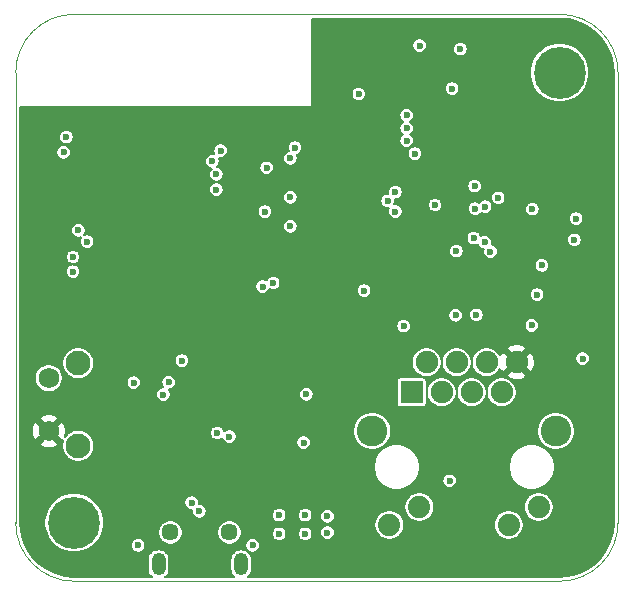
<source format=gbr>
G04 #@! TF.GenerationSoftware,KiCad,Pcbnew,(5.1.7)-1*
G04 #@! TF.CreationDate,2021-04-20T15:22:48-07:00*
G04 #@! TF.ProjectId,EsperDNS,45737065-7244-44e5-932e-6b696361645f,rev?*
G04 #@! TF.SameCoordinates,Original*
G04 #@! TF.FileFunction,Copper,L2,Inr*
G04 #@! TF.FilePolarity,Positive*
%FSLAX46Y46*%
G04 Gerber Fmt 4.6, Leading zero omitted, Abs format (unit mm)*
G04 Created by KiCad (PCBNEW (5.1.7)-1) date 2021-04-20 15:22:48*
%MOMM*%
%LPD*%
G01*
G04 APERTURE LIST*
G04 #@! TA.AperFunction,Profile*
%ADD10C,0.100000*%
G04 #@! TD*
G04 #@! TA.AperFunction,ComponentPad*
%ADD11C,1.450000*%
G04 #@! TD*
G04 #@! TA.AperFunction,ComponentPad*
%ADD12O,1.200000X1.900000*%
G04 #@! TD*
G04 #@! TA.AperFunction,ComponentPad*
%ADD13C,2.100000*%
G04 #@! TD*
G04 #@! TA.AperFunction,ComponentPad*
%ADD14C,1.750000*%
G04 #@! TD*
G04 #@! TA.AperFunction,ComponentPad*
%ADD15R,1.900000X1.900000*%
G04 #@! TD*
G04 #@! TA.AperFunction,ComponentPad*
%ADD16C,1.900000*%
G04 #@! TD*
G04 #@! TA.AperFunction,ComponentPad*
%ADD17C,1.890000*%
G04 #@! TD*
G04 #@! TA.AperFunction,ComponentPad*
%ADD18C,2.600000*%
G04 #@! TD*
G04 #@! TA.AperFunction,ComponentPad*
%ADD19C,4.400000*%
G04 #@! TD*
G04 #@! TA.AperFunction,ViaPad*
%ADD20C,0.600000*%
G04 #@! TD*
G04 #@! TA.AperFunction,Conductor*
%ADD21C,0.127000*%
G04 #@! TD*
G04 #@! TA.AperFunction,Conductor*
%ADD22C,0.100000*%
G04 #@! TD*
G04 APERTURE END LIST*
D10*
X-25500000Y-19050000D02*
G75*
G03*
X-20550000Y-24000000I4950000J0D01*
G01*
X20550000Y-24000000D02*
G75*
G03*
X25500000Y-19050000I0J4950000D01*
G01*
X25500000Y19050000D02*
G75*
G03*
X20550000Y24000000I-4950000J0D01*
G01*
X-20550000Y24000000D02*
G75*
G03*
X-25500000Y19050000I0J-4950000D01*
G01*
X25500000Y19050000D02*
X25500000Y-19050000D01*
X-20550000Y24000000D02*
X20550000Y24000000D01*
X-25500000Y19050000D02*
X-25500000Y-19050000D01*
X-20550000Y-24000000D02*
X20550000Y-24000000D01*
D11*
X-12406000Y-19873500D03*
X-7406000Y-19873500D03*
D12*
X-13406000Y-22573500D03*
X-6406000Y-22573500D03*
D13*
X-20210000Y-5540000D03*
D14*
X-22700000Y-6800000D03*
X-22700000Y-11300000D03*
D13*
X-20210000Y-12550000D03*
D15*
X8020000Y-8000000D03*
D16*
X9290000Y-5460000D03*
X10560000Y-8000000D03*
X11830000Y-5460000D03*
X13100000Y-8000000D03*
X14370000Y-5460000D03*
X15640000Y-8000000D03*
X16910000Y-5460000D03*
D17*
X18790000Y-17720000D03*
X16250000Y-19240000D03*
X8680000Y-17720000D03*
X6140000Y-19240000D03*
D18*
X4690000Y-11290000D03*
X20240000Y-11290000D03*
D19*
X20550000Y19050000D03*
X-20550000Y-19050000D03*
D20*
X-13050000Y-12500000D03*
X-11750000Y-12500000D03*
X-11750000Y-11350000D03*
X-13050000Y-11350000D03*
X-16500000Y5500000D03*
X-17500000Y6000000D03*
X-16500000Y6500000D03*
X-17500000Y7000000D03*
X-15000000Y5500000D03*
X-14000000Y6000000D03*
X-15000000Y6500000D03*
X-14000000Y7000000D03*
X-15000000Y7500000D03*
X-16500000Y7500000D03*
X-17500000Y8000000D03*
X-14000000Y8000000D03*
X-15000000Y8500000D03*
X-16500000Y8500000D03*
X-14000000Y9000000D03*
X-17500000Y9000000D03*
X500000Y12600000D03*
X-21200000Y14900000D03*
X2500000Y22700000D03*
X2000000Y-17800000D03*
X-5500000Y-17600000D03*
X-7400000Y-17600000D03*
X1300000Y-14400000D03*
X-8100000Y14900000D03*
X-19200000Y-700000D03*
X-13000000Y-5000000D03*
X-8382000Y-18034000D03*
X-11430000Y-8382000D03*
X-11430000Y-6604000D03*
X-16510000Y-12446000D03*
X-1300000Y6450000D03*
X10200000Y12300000D03*
X18050000Y9250000D03*
X10700000Y3850000D03*
X1150000Y-7150000D03*
X7600000Y16550000D03*
X-1500000Y9450000D03*
X15250000Y14900000D03*
X12600000Y-1450000D03*
X18650000Y-850000D03*
X21750000Y2750000D03*
X21750000Y3750000D03*
X21850000Y9650000D03*
X12300000Y4850000D03*
X9900000Y21200000D03*
X6500000Y11900000D03*
X-21200000Y13600000D03*
X900000Y-18500000D03*
X900000Y-19900000D03*
X-3200000Y-20000000D03*
X-3200000Y-18400000D03*
X-1000000Y-18400000D03*
X-1000000Y-20000000D03*
X-1125000Y-12265000D03*
X-11430000Y-5334000D03*
X-20200000Y5700000D03*
X-21450000Y12300000D03*
X-7400000Y-11750000D03*
X-8500000Y10450000D03*
X-8450000Y-11450000D03*
X-8500000Y9150000D03*
X7600000Y14350000D03*
X-20650000Y3450000D03*
X7600000Y13300000D03*
X-20650000Y2200000D03*
X-2250000Y6050000D03*
X6000000Y8200000D03*
X-2250000Y8500000D03*
X6650000Y8950000D03*
X6650000Y7300000D03*
X-2250000Y11800000D03*
X-4600000Y950000D03*
X-1850000Y12700000D03*
X-8850000Y11550000D03*
X-4400000Y7300000D03*
X-8150000Y12450000D03*
X-4250000Y11000000D03*
X-5440000Y-20976000D03*
X-15134000Y-20976000D03*
X7600000Y15450000D03*
X-19450000Y4750000D03*
X-900000Y-8180000D03*
X7350000Y-2400000D03*
X4000000Y600000D03*
X21949998Y6700000D03*
X18250000Y7500000D03*
X21800000Y4900000D03*
X3550000Y17250000D03*
X8300000Y12200000D03*
X-15500000Y-7200000D03*
X8700000Y21350000D03*
X12150000Y21050000D03*
X11750000Y-1500000D03*
X18200000Y-2350000D03*
X13500000Y-1450000D03*
X18650000Y250000D03*
X22500000Y-5150000D03*
X-9950000Y-18078000D03*
X-12550000Y-7150000D03*
X-10600000Y-17340000D03*
X-13000000Y-8200000D03*
X11800000Y3950000D03*
X14700000Y3900000D03*
X19050000Y2750000D03*
X13350000Y9450000D03*
X11250000Y-15500000D03*
X-3700000Y1250000D03*
X15350000Y8450000D03*
X13300000Y5050000D03*
X13400000Y7550000D03*
X14200000Y4700000D03*
X14250000Y7700000D03*
X10000000Y7850000D03*
X11450000Y17700000D03*
D21*
X21361231Y23558639D02*
X22146823Y23343726D01*
X22881939Y22993093D01*
X23543347Y22517824D01*
X24110137Y21932940D01*
X24564396Y21256932D01*
X24891765Y20511165D01*
X25082574Y19716385D01*
X25132500Y19036525D01*
X25132501Y-19033623D01*
X25058639Y-19861231D01*
X24843726Y-20646823D01*
X24493093Y-21381939D01*
X24017824Y-22043347D01*
X23432944Y-22610135D01*
X22756932Y-23064396D01*
X22011165Y-23391765D01*
X21216385Y-23582574D01*
X20536525Y-23632500D01*
X-5823656Y-23632500D01*
X-5754091Y-23575409D01*
X-5639436Y-23435702D01*
X-5554239Y-23276311D01*
X-5501776Y-23103361D01*
X-5488500Y-22968569D01*
X-5488500Y-22178431D01*
X-5501776Y-22043639D01*
X-5554239Y-21870689D01*
X-5639436Y-21711298D01*
X-5754091Y-21571591D01*
X-5893799Y-21456936D01*
X-6053190Y-21371739D01*
X-6226140Y-21319276D01*
X-6406000Y-21301561D01*
X-6585861Y-21319276D01*
X-6758811Y-21371739D01*
X-6918202Y-21456936D01*
X-7057909Y-21571591D01*
X-7172564Y-21711299D01*
X-7257761Y-21870690D01*
X-7310224Y-22043640D01*
X-7323500Y-22178432D01*
X-7323500Y-22968569D01*
X-7310224Y-23103361D01*
X-7257760Y-23276311D01*
X-7172563Y-23435702D01*
X-7057908Y-23575409D01*
X-6988343Y-23632500D01*
X-12823657Y-23632500D01*
X-12754091Y-23575409D01*
X-12639436Y-23435702D01*
X-12554239Y-23276311D01*
X-12501776Y-23103361D01*
X-12488500Y-22968569D01*
X-12488500Y-22178431D01*
X-12501776Y-22043639D01*
X-12554239Y-21870689D01*
X-12639436Y-21711298D01*
X-12754091Y-21571591D01*
X-12893798Y-21456936D01*
X-13053189Y-21371739D01*
X-13226139Y-21319276D01*
X-13406000Y-21301561D01*
X-13585860Y-21319276D01*
X-13758810Y-21371739D01*
X-13918201Y-21456936D01*
X-14057908Y-21571591D01*
X-14172563Y-21711298D01*
X-14257760Y-21870689D01*
X-14310224Y-22043639D01*
X-14323500Y-22178431D01*
X-14323500Y-22968568D01*
X-14310224Y-23103360D01*
X-14257761Y-23276310D01*
X-14172564Y-23435701D01*
X-14057909Y-23575409D01*
X-13988344Y-23632500D01*
X-20533634Y-23632500D01*
X-21361231Y-23558639D01*
X-22146823Y-23343726D01*
X-22881939Y-22993093D01*
X-23543347Y-22517824D01*
X-24110135Y-21932944D01*
X-24564396Y-21256932D01*
X-24891765Y-20511165D01*
X-25082574Y-19716385D01*
X-25132500Y-19036525D01*
X-25132500Y-18802048D01*
X-23067500Y-18802048D01*
X-23067500Y-19297952D01*
X-22970754Y-19784328D01*
X-22780979Y-20242483D01*
X-22505470Y-20654813D01*
X-22154813Y-21005470D01*
X-21742483Y-21280979D01*
X-21284328Y-21470754D01*
X-20797952Y-21567500D01*
X-20302048Y-21567500D01*
X-19815672Y-21470754D01*
X-19357517Y-21280979D01*
X-18945187Y-21005470D01*
X-18854899Y-20915182D01*
X-15751500Y-20915182D01*
X-15751500Y-21036818D01*
X-15727770Y-21156118D01*
X-15681222Y-21268496D01*
X-15613644Y-21369633D01*
X-15527633Y-21455644D01*
X-15426496Y-21523222D01*
X-15314118Y-21569770D01*
X-15194818Y-21593500D01*
X-15073182Y-21593500D01*
X-14953882Y-21569770D01*
X-14841504Y-21523222D01*
X-14740367Y-21455644D01*
X-14654356Y-21369633D01*
X-14586778Y-21268496D01*
X-14540230Y-21156118D01*
X-14516500Y-21036818D01*
X-14516500Y-20915182D01*
X-14540230Y-20795882D01*
X-14586778Y-20683504D01*
X-14654356Y-20582367D01*
X-14740367Y-20496356D01*
X-14841504Y-20428778D01*
X-14953882Y-20382230D01*
X-15073182Y-20358500D01*
X-15194818Y-20358500D01*
X-15314118Y-20382230D01*
X-15426496Y-20428778D01*
X-15527633Y-20496356D01*
X-15613644Y-20582367D01*
X-15681222Y-20683504D01*
X-15727770Y-20795882D01*
X-15751500Y-20915182D01*
X-18854899Y-20915182D01*
X-18594530Y-20654813D01*
X-18319021Y-20242483D01*
X-18129246Y-19784328D01*
X-18126560Y-19770823D01*
X-13448500Y-19770823D01*
X-13448500Y-19976177D01*
X-13408437Y-20177586D01*
X-13329851Y-20367309D01*
X-13215762Y-20538055D01*
X-13070555Y-20683262D01*
X-12899809Y-20797351D01*
X-12710086Y-20875937D01*
X-12508677Y-20916000D01*
X-12303323Y-20916000D01*
X-12101914Y-20875937D01*
X-11912191Y-20797351D01*
X-11741445Y-20683262D01*
X-11596238Y-20538055D01*
X-11482149Y-20367309D01*
X-11403563Y-20177586D01*
X-11363500Y-19976177D01*
X-11363500Y-19770823D01*
X-8448500Y-19770823D01*
X-8448500Y-19976177D01*
X-8408437Y-20177586D01*
X-8329851Y-20367309D01*
X-8215762Y-20538055D01*
X-8070555Y-20683262D01*
X-7899809Y-20797351D01*
X-7710086Y-20875937D01*
X-7508677Y-20916000D01*
X-7303323Y-20916000D01*
X-7299211Y-20915182D01*
X-6057500Y-20915182D01*
X-6057500Y-21036818D01*
X-6033770Y-21156118D01*
X-5987222Y-21268496D01*
X-5919644Y-21369633D01*
X-5833633Y-21455644D01*
X-5732496Y-21523222D01*
X-5620118Y-21569770D01*
X-5500818Y-21593500D01*
X-5379182Y-21593500D01*
X-5259882Y-21569770D01*
X-5147504Y-21523222D01*
X-5046367Y-21455644D01*
X-4960356Y-21369633D01*
X-4892778Y-21268496D01*
X-4846230Y-21156118D01*
X-4822500Y-21036818D01*
X-4822500Y-20915182D01*
X-4846230Y-20795882D01*
X-4892778Y-20683504D01*
X-4960356Y-20582367D01*
X-5046367Y-20496356D01*
X-5147504Y-20428778D01*
X-5259882Y-20382230D01*
X-5379182Y-20358500D01*
X-5500818Y-20358500D01*
X-5620118Y-20382230D01*
X-5732496Y-20428778D01*
X-5833633Y-20496356D01*
X-5919644Y-20582367D01*
X-5987222Y-20683504D01*
X-6033770Y-20795882D01*
X-6057500Y-20915182D01*
X-7299211Y-20915182D01*
X-7101914Y-20875937D01*
X-6912191Y-20797351D01*
X-6741445Y-20683262D01*
X-6596238Y-20538055D01*
X-6482149Y-20367309D01*
X-6403563Y-20177586D01*
X-6363500Y-19976177D01*
X-6363500Y-19939182D01*
X-3817500Y-19939182D01*
X-3817500Y-20060818D01*
X-3793770Y-20180118D01*
X-3747222Y-20292496D01*
X-3679644Y-20393633D01*
X-3593633Y-20479644D01*
X-3492496Y-20547222D01*
X-3380118Y-20593770D01*
X-3260818Y-20617500D01*
X-3139182Y-20617500D01*
X-3019882Y-20593770D01*
X-2907504Y-20547222D01*
X-2806367Y-20479644D01*
X-2720356Y-20393633D01*
X-2652778Y-20292496D01*
X-2606230Y-20180118D01*
X-2582500Y-20060818D01*
X-2582500Y-19939182D01*
X-1617500Y-19939182D01*
X-1617500Y-20060818D01*
X-1593770Y-20180118D01*
X-1547222Y-20292496D01*
X-1479644Y-20393633D01*
X-1393633Y-20479644D01*
X-1292496Y-20547222D01*
X-1180118Y-20593770D01*
X-1060818Y-20617500D01*
X-939182Y-20617500D01*
X-819882Y-20593770D01*
X-707504Y-20547222D01*
X-606367Y-20479644D01*
X-520356Y-20393633D01*
X-452778Y-20292496D01*
X-406230Y-20180118D01*
X-382500Y-20060818D01*
X-382500Y-19939182D01*
X-402391Y-19839182D01*
X282500Y-19839182D01*
X282500Y-19960818D01*
X306230Y-20080118D01*
X352778Y-20192496D01*
X420356Y-20293633D01*
X506367Y-20379644D01*
X607504Y-20447222D01*
X719882Y-20493770D01*
X839182Y-20517500D01*
X960818Y-20517500D01*
X1080118Y-20493770D01*
X1192496Y-20447222D01*
X1293633Y-20379644D01*
X1379644Y-20293633D01*
X1447222Y-20192496D01*
X1493770Y-20080118D01*
X1517500Y-19960818D01*
X1517500Y-19839182D01*
X1493770Y-19719882D01*
X1447222Y-19607504D01*
X1379644Y-19506367D01*
X1293633Y-19420356D01*
X1192496Y-19352778D01*
X1080118Y-19306230D01*
X960818Y-19282500D01*
X839182Y-19282500D01*
X719882Y-19306230D01*
X607504Y-19352778D01*
X506367Y-19420356D01*
X420356Y-19506367D01*
X352778Y-19607504D01*
X306230Y-19719882D01*
X282500Y-19839182D01*
X-402391Y-19839182D01*
X-406230Y-19819882D01*
X-452778Y-19707504D01*
X-520356Y-19606367D01*
X-606367Y-19520356D01*
X-707504Y-19452778D01*
X-819882Y-19406230D01*
X-939182Y-19382500D01*
X-1060818Y-19382500D01*
X-1180118Y-19406230D01*
X-1292496Y-19452778D01*
X-1393633Y-19520356D01*
X-1479644Y-19606367D01*
X-1547222Y-19707504D01*
X-1593770Y-19819882D01*
X-1617500Y-19939182D01*
X-2582500Y-19939182D01*
X-2606230Y-19819882D01*
X-2652778Y-19707504D01*
X-2720356Y-19606367D01*
X-2806367Y-19520356D01*
X-2907504Y-19452778D01*
X-3019882Y-19406230D01*
X-3139182Y-19382500D01*
X-3260818Y-19382500D01*
X-3380118Y-19406230D01*
X-3492496Y-19452778D01*
X-3593633Y-19520356D01*
X-3679644Y-19606367D01*
X-3747222Y-19707504D01*
X-3793770Y-19819882D01*
X-3817500Y-19939182D01*
X-6363500Y-19939182D01*
X-6363500Y-19770823D01*
X-6403563Y-19569414D01*
X-6482149Y-19379691D01*
X-6596238Y-19208945D01*
X-6741445Y-19063738D01*
X-6912191Y-18949649D01*
X-7101914Y-18871063D01*
X-7303323Y-18831000D01*
X-7508677Y-18831000D01*
X-7710086Y-18871063D01*
X-7899809Y-18949649D01*
X-8070555Y-19063738D01*
X-8215762Y-19208945D01*
X-8329851Y-19379691D01*
X-8408437Y-19569414D01*
X-8448500Y-19770823D01*
X-11363500Y-19770823D01*
X-11403563Y-19569414D01*
X-11482149Y-19379691D01*
X-11596238Y-19208945D01*
X-11741445Y-19063738D01*
X-11912191Y-18949649D01*
X-12101914Y-18871063D01*
X-12303323Y-18831000D01*
X-12508677Y-18831000D01*
X-12710086Y-18871063D01*
X-12899809Y-18949649D01*
X-13070555Y-19063738D01*
X-13215762Y-19208945D01*
X-13329851Y-19379691D01*
X-13408437Y-19569414D01*
X-13448500Y-19770823D01*
X-18126560Y-19770823D01*
X-18032500Y-19297952D01*
X-18032500Y-18802048D01*
X-18129246Y-18315672D01*
X-18319021Y-17857517D01*
X-18594530Y-17445187D01*
X-18760535Y-17279182D01*
X-11217500Y-17279182D01*
X-11217500Y-17400818D01*
X-11193770Y-17520118D01*
X-11147222Y-17632496D01*
X-11079644Y-17733633D01*
X-10993633Y-17819644D01*
X-10892496Y-17887222D01*
X-10780118Y-17933770D01*
X-10660818Y-17957500D01*
X-10555629Y-17957500D01*
X-10567500Y-18017182D01*
X-10567500Y-18138818D01*
X-10543770Y-18258118D01*
X-10497222Y-18370496D01*
X-10429644Y-18471633D01*
X-10343633Y-18557644D01*
X-10242496Y-18625222D01*
X-10130118Y-18671770D01*
X-10010818Y-18695500D01*
X-9889182Y-18695500D01*
X-9769882Y-18671770D01*
X-9657504Y-18625222D01*
X-9556367Y-18557644D01*
X-9470356Y-18471633D01*
X-9402778Y-18370496D01*
X-9389808Y-18339182D01*
X-3817500Y-18339182D01*
X-3817500Y-18460818D01*
X-3793770Y-18580118D01*
X-3747222Y-18692496D01*
X-3679644Y-18793633D01*
X-3593633Y-18879644D01*
X-3492496Y-18947222D01*
X-3380118Y-18993770D01*
X-3260818Y-19017500D01*
X-3139182Y-19017500D01*
X-3019882Y-18993770D01*
X-2907504Y-18947222D01*
X-2806367Y-18879644D01*
X-2720356Y-18793633D01*
X-2652778Y-18692496D01*
X-2606230Y-18580118D01*
X-2582500Y-18460818D01*
X-2582500Y-18339182D01*
X-1617500Y-18339182D01*
X-1617500Y-18460818D01*
X-1593770Y-18580118D01*
X-1547222Y-18692496D01*
X-1479644Y-18793633D01*
X-1393633Y-18879644D01*
X-1292496Y-18947222D01*
X-1180118Y-18993770D01*
X-1060818Y-19017500D01*
X-939182Y-19017500D01*
X-819882Y-18993770D01*
X-707504Y-18947222D01*
X-606367Y-18879644D01*
X-520356Y-18793633D01*
X-452778Y-18692496D01*
X-406230Y-18580118D01*
X-382500Y-18460818D01*
X-382500Y-18439182D01*
X282500Y-18439182D01*
X282500Y-18560818D01*
X306230Y-18680118D01*
X352778Y-18792496D01*
X420356Y-18893633D01*
X506367Y-18979644D01*
X607504Y-19047222D01*
X719882Y-19093770D01*
X839182Y-19117500D01*
X960818Y-19117500D01*
X970093Y-19115655D01*
X4877500Y-19115655D01*
X4877500Y-19364345D01*
X4926017Y-19608258D01*
X5021187Y-19838018D01*
X5159352Y-20044797D01*
X5335203Y-20220648D01*
X5541982Y-20358813D01*
X5771742Y-20453983D01*
X6015655Y-20502500D01*
X6264345Y-20502500D01*
X6508258Y-20453983D01*
X6738018Y-20358813D01*
X6944797Y-20220648D01*
X7120648Y-20044797D01*
X7258813Y-19838018D01*
X7353983Y-19608258D01*
X7402500Y-19364345D01*
X7402500Y-19115655D01*
X14987500Y-19115655D01*
X14987500Y-19364345D01*
X15036017Y-19608258D01*
X15131187Y-19838018D01*
X15269352Y-20044797D01*
X15445203Y-20220648D01*
X15651982Y-20358813D01*
X15881742Y-20453983D01*
X16125655Y-20502500D01*
X16374345Y-20502500D01*
X16618258Y-20453983D01*
X16848018Y-20358813D01*
X17054797Y-20220648D01*
X17230648Y-20044797D01*
X17368813Y-19838018D01*
X17463983Y-19608258D01*
X17512500Y-19364345D01*
X17512500Y-19115655D01*
X17463983Y-18871742D01*
X17368813Y-18641982D01*
X17230648Y-18435203D01*
X17054797Y-18259352D01*
X16848018Y-18121187D01*
X16618258Y-18026017D01*
X16374345Y-17977500D01*
X16125655Y-17977500D01*
X15881742Y-18026017D01*
X15651982Y-18121187D01*
X15445203Y-18259352D01*
X15269352Y-18435203D01*
X15131187Y-18641982D01*
X15036017Y-18871742D01*
X14987500Y-19115655D01*
X7402500Y-19115655D01*
X7353983Y-18871742D01*
X7258813Y-18641982D01*
X7120648Y-18435203D01*
X6944797Y-18259352D01*
X6738018Y-18121187D01*
X6508258Y-18026017D01*
X6264345Y-17977500D01*
X6015655Y-17977500D01*
X5771742Y-18026017D01*
X5541982Y-18121187D01*
X5335203Y-18259352D01*
X5159352Y-18435203D01*
X5021187Y-18641982D01*
X4926017Y-18871742D01*
X4877500Y-19115655D01*
X970093Y-19115655D01*
X1080118Y-19093770D01*
X1192496Y-19047222D01*
X1293633Y-18979644D01*
X1379644Y-18893633D01*
X1447222Y-18792496D01*
X1493770Y-18680118D01*
X1517500Y-18560818D01*
X1517500Y-18439182D01*
X1493770Y-18319882D01*
X1447222Y-18207504D01*
X1379644Y-18106367D01*
X1293633Y-18020356D01*
X1192496Y-17952778D01*
X1080118Y-17906230D01*
X960818Y-17882500D01*
X839182Y-17882500D01*
X719882Y-17906230D01*
X607504Y-17952778D01*
X506367Y-18020356D01*
X420356Y-18106367D01*
X352778Y-18207504D01*
X306230Y-18319882D01*
X282500Y-18439182D01*
X-382500Y-18439182D01*
X-382500Y-18339182D01*
X-406230Y-18219882D01*
X-452778Y-18107504D01*
X-520356Y-18006367D01*
X-606367Y-17920356D01*
X-707504Y-17852778D01*
X-819882Y-17806230D01*
X-939182Y-17782500D01*
X-1060818Y-17782500D01*
X-1180118Y-17806230D01*
X-1292496Y-17852778D01*
X-1393633Y-17920356D01*
X-1479644Y-18006367D01*
X-1547222Y-18107504D01*
X-1593770Y-18219882D01*
X-1617500Y-18339182D01*
X-2582500Y-18339182D01*
X-2606230Y-18219882D01*
X-2652778Y-18107504D01*
X-2720356Y-18006367D01*
X-2806367Y-17920356D01*
X-2907504Y-17852778D01*
X-3019882Y-17806230D01*
X-3139182Y-17782500D01*
X-3260818Y-17782500D01*
X-3380118Y-17806230D01*
X-3492496Y-17852778D01*
X-3593633Y-17920356D01*
X-3679644Y-18006367D01*
X-3747222Y-18107504D01*
X-3793770Y-18219882D01*
X-3817500Y-18339182D01*
X-9389808Y-18339182D01*
X-9356230Y-18258118D01*
X-9332500Y-18138818D01*
X-9332500Y-18017182D01*
X-9356230Y-17897882D01*
X-9402778Y-17785504D01*
X-9470356Y-17684367D01*
X-9556367Y-17598356D01*
X-9560409Y-17595655D01*
X7417500Y-17595655D01*
X7417500Y-17844345D01*
X7466017Y-18088258D01*
X7561187Y-18318018D01*
X7699352Y-18524797D01*
X7875203Y-18700648D01*
X8081982Y-18838813D01*
X8311742Y-18933983D01*
X8555655Y-18982500D01*
X8804345Y-18982500D01*
X9048258Y-18933983D01*
X9278018Y-18838813D01*
X9484797Y-18700648D01*
X9660648Y-18524797D01*
X9798813Y-18318018D01*
X9893983Y-18088258D01*
X9942500Y-17844345D01*
X9942500Y-17595655D01*
X17527500Y-17595655D01*
X17527500Y-17844345D01*
X17576017Y-18088258D01*
X17671187Y-18318018D01*
X17809352Y-18524797D01*
X17985203Y-18700648D01*
X18191982Y-18838813D01*
X18421742Y-18933983D01*
X18665655Y-18982500D01*
X18914345Y-18982500D01*
X19158258Y-18933983D01*
X19388018Y-18838813D01*
X19594797Y-18700648D01*
X19770648Y-18524797D01*
X19908813Y-18318018D01*
X20003983Y-18088258D01*
X20052500Y-17844345D01*
X20052500Y-17595655D01*
X20003983Y-17351742D01*
X19908813Y-17121982D01*
X19770648Y-16915203D01*
X19594797Y-16739352D01*
X19388018Y-16601187D01*
X19158258Y-16506017D01*
X18914345Y-16457500D01*
X18665655Y-16457500D01*
X18421742Y-16506017D01*
X18191982Y-16601187D01*
X17985203Y-16739352D01*
X17809352Y-16915203D01*
X17671187Y-17121982D01*
X17576017Y-17351742D01*
X17527500Y-17595655D01*
X9942500Y-17595655D01*
X9893983Y-17351742D01*
X9798813Y-17121982D01*
X9660648Y-16915203D01*
X9484797Y-16739352D01*
X9278018Y-16601187D01*
X9048258Y-16506017D01*
X8804345Y-16457500D01*
X8555655Y-16457500D01*
X8311742Y-16506017D01*
X8081982Y-16601187D01*
X7875203Y-16739352D01*
X7699352Y-16915203D01*
X7561187Y-17121982D01*
X7466017Y-17351742D01*
X7417500Y-17595655D01*
X-9560409Y-17595655D01*
X-9657504Y-17530778D01*
X-9769882Y-17484230D01*
X-9889182Y-17460500D01*
X-9994371Y-17460500D01*
X-9982500Y-17400818D01*
X-9982500Y-17279182D01*
X-10006230Y-17159882D01*
X-10052778Y-17047504D01*
X-10120356Y-16946367D01*
X-10206367Y-16860356D01*
X-10307504Y-16792778D01*
X-10419882Y-16746230D01*
X-10539182Y-16722500D01*
X-10660818Y-16722500D01*
X-10780118Y-16746230D01*
X-10892496Y-16792778D01*
X-10993633Y-16860356D01*
X-11079644Y-16946367D01*
X-11147222Y-17047504D01*
X-11193770Y-17159882D01*
X-11217500Y-17279182D01*
X-18760535Y-17279182D01*
X-18945187Y-17094530D01*
X-19357517Y-16819021D01*
X-19815672Y-16629246D01*
X-20302048Y-16532500D01*
X-20797952Y-16532500D01*
X-21284328Y-16629246D01*
X-21742483Y-16819021D01*
X-22154813Y-17094530D01*
X-22505470Y-17445187D01*
X-22780979Y-17857517D01*
X-22970754Y-18315672D01*
X-23067500Y-18802048D01*
X-25132500Y-18802048D01*
X-25132500Y-14148680D01*
X4807500Y-14148680D01*
X4807500Y-14531320D01*
X4882149Y-14906606D01*
X5028579Y-15260119D01*
X5241162Y-15578272D01*
X5511728Y-15848838D01*
X5829881Y-16061421D01*
X6183394Y-16207851D01*
X6558680Y-16282500D01*
X6941320Y-16282500D01*
X7316606Y-16207851D01*
X7670119Y-16061421D01*
X7988272Y-15848838D01*
X8258838Y-15578272D01*
X8351774Y-15439182D01*
X10632500Y-15439182D01*
X10632500Y-15560818D01*
X10656230Y-15680118D01*
X10702778Y-15792496D01*
X10770356Y-15893633D01*
X10856367Y-15979644D01*
X10957504Y-16047222D01*
X11069882Y-16093770D01*
X11189182Y-16117500D01*
X11310818Y-16117500D01*
X11430118Y-16093770D01*
X11542496Y-16047222D01*
X11643633Y-15979644D01*
X11729644Y-15893633D01*
X11797222Y-15792496D01*
X11843770Y-15680118D01*
X11867500Y-15560818D01*
X11867500Y-15439182D01*
X11843770Y-15319882D01*
X11797222Y-15207504D01*
X11729644Y-15106367D01*
X11643633Y-15020356D01*
X11542496Y-14952778D01*
X11430118Y-14906230D01*
X11310818Y-14882500D01*
X11189182Y-14882500D01*
X11069882Y-14906230D01*
X10957504Y-14952778D01*
X10856367Y-15020356D01*
X10770356Y-15106367D01*
X10702778Y-15207504D01*
X10656230Y-15319882D01*
X10632500Y-15439182D01*
X8351774Y-15439182D01*
X8471421Y-15260119D01*
X8617851Y-14906606D01*
X8692500Y-14531320D01*
X8692500Y-14148680D01*
X16237500Y-14148680D01*
X16237500Y-14531320D01*
X16312149Y-14906606D01*
X16458579Y-15260119D01*
X16671162Y-15578272D01*
X16941728Y-15848838D01*
X17259881Y-16061421D01*
X17613394Y-16207851D01*
X17988680Y-16282500D01*
X18371320Y-16282500D01*
X18746606Y-16207851D01*
X19100119Y-16061421D01*
X19418272Y-15848838D01*
X19688838Y-15578272D01*
X19901421Y-15260119D01*
X20047851Y-14906606D01*
X20122500Y-14531320D01*
X20122500Y-14148680D01*
X20047851Y-13773394D01*
X19901421Y-13419881D01*
X19688838Y-13101728D01*
X19418272Y-12831162D01*
X19100119Y-12618579D01*
X18746606Y-12472149D01*
X18371320Y-12397500D01*
X17988680Y-12397500D01*
X17613394Y-12472149D01*
X17259881Y-12618579D01*
X16941728Y-12831162D01*
X16671162Y-13101728D01*
X16458579Y-13419881D01*
X16312149Y-13773394D01*
X16237500Y-14148680D01*
X8692500Y-14148680D01*
X8617851Y-13773394D01*
X8471421Y-13419881D01*
X8258838Y-13101728D01*
X7988272Y-12831162D01*
X7670119Y-12618579D01*
X7316606Y-12472149D01*
X6941320Y-12397500D01*
X6558680Y-12397500D01*
X6183394Y-12472149D01*
X5829881Y-12618579D01*
X5511728Y-12831162D01*
X5241162Y-13101728D01*
X5028579Y-13419881D01*
X4882149Y-13773394D01*
X4807500Y-14148680D01*
X-25132500Y-14148680D01*
X-25132500Y-12351613D01*
X-23482205Y-12351613D01*
X-23392858Y-12577736D01*
X-23130271Y-12688354D01*
X-22851149Y-12745618D01*
X-22566218Y-12747329D01*
X-22286429Y-12693419D01*
X-22022533Y-12585961D01*
X-22007142Y-12577736D01*
X-21917795Y-12351613D01*
X-22700000Y-11569408D01*
X-23482205Y-12351613D01*
X-25132500Y-12351613D01*
X-25132500Y-11433782D01*
X-24147329Y-11433782D01*
X-24093419Y-11713571D01*
X-23985961Y-11977467D01*
X-23977736Y-11992858D01*
X-23751613Y-12082205D01*
X-22969408Y-11300000D01*
X-22430592Y-11300000D01*
X-21648387Y-12082205D01*
X-21466662Y-12010401D01*
X-21524948Y-12151115D01*
X-21577500Y-12415313D01*
X-21577500Y-12684687D01*
X-21524948Y-12948885D01*
X-21421863Y-13197754D01*
X-21272207Y-13421731D01*
X-21081731Y-13612207D01*
X-20857754Y-13761863D01*
X-20608885Y-13864948D01*
X-20344687Y-13917500D01*
X-20075313Y-13917500D01*
X-19811115Y-13864948D01*
X-19562246Y-13761863D01*
X-19338269Y-13612207D01*
X-19147793Y-13421731D01*
X-18998137Y-13197754D01*
X-18895052Y-12948885D01*
X-18842500Y-12684687D01*
X-18842500Y-12415313D01*
X-18895052Y-12151115D01*
X-18998137Y-11902246D01*
X-19147793Y-11678269D01*
X-19338269Y-11487793D01*
X-19485851Y-11389182D01*
X-9067500Y-11389182D01*
X-9067500Y-11510818D01*
X-9043770Y-11630118D01*
X-8997222Y-11742496D01*
X-8929644Y-11843633D01*
X-8843633Y-11929644D01*
X-8742496Y-11997222D01*
X-8630118Y-12043770D01*
X-8510818Y-12067500D01*
X-8389182Y-12067500D01*
X-8269882Y-12043770D01*
X-8157504Y-11997222D01*
X-8056367Y-11929644D01*
X-8004234Y-11877511D01*
X-7993770Y-11930118D01*
X-7947222Y-12042496D01*
X-7879644Y-12143633D01*
X-7793633Y-12229644D01*
X-7692496Y-12297222D01*
X-7580118Y-12343770D01*
X-7460818Y-12367500D01*
X-7339182Y-12367500D01*
X-7219882Y-12343770D01*
X-7107504Y-12297222D01*
X-7006367Y-12229644D01*
X-6980905Y-12204182D01*
X-1742500Y-12204182D01*
X-1742500Y-12325818D01*
X-1718770Y-12445118D01*
X-1672222Y-12557496D01*
X-1604644Y-12658633D01*
X-1518633Y-12744644D01*
X-1417496Y-12812222D01*
X-1305118Y-12858770D01*
X-1185818Y-12882500D01*
X-1064182Y-12882500D01*
X-944882Y-12858770D01*
X-832504Y-12812222D01*
X-731367Y-12744644D01*
X-645356Y-12658633D01*
X-577778Y-12557496D01*
X-531230Y-12445118D01*
X-507500Y-12325818D01*
X-507500Y-12204182D01*
X-531230Y-12084882D01*
X-577778Y-11972504D01*
X-645356Y-11871367D01*
X-731367Y-11785356D01*
X-832504Y-11717778D01*
X-944882Y-11671230D01*
X-1064182Y-11647500D01*
X-1185818Y-11647500D01*
X-1305118Y-11671230D01*
X-1417496Y-11717778D01*
X-1518633Y-11785356D01*
X-1604644Y-11871367D01*
X-1672222Y-11972504D01*
X-1718770Y-12084882D01*
X-1742500Y-12204182D01*
X-6980905Y-12204182D01*
X-6920356Y-12143633D01*
X-6852778Y-12042496D01*
X-6806230Y-11930118D01*
X-6782500Y-11810818D01*
X-6782500Y-11689182D01*
X-6806230Y-11569882D01*
X-6852778Y-11457504D01*
X-6920356Y-11356367D01*
X-7006367Y-11270356D01*
X-7107504Y-11202778D01*
X-7219882Y-11156230D01*
X-7339182Y-11132500D01*
X-7460818Y-11132500D01*
X-7580118Y-11156230D01*
X-7692496Y-11202778D01*
X-7793633Y-11270356D01*
X-7845766Y-11322489D01*
X-7856230Y-11269882D01*
X-7902778Y-11157504D01*
X-7920694Y-11130690D01*
X3072500Y-11130690D01*
X3072500Y-11449310D01*
X3134660Y-11761807D01*
X3256590Y-12056173D01*
X3433606Y-12321096D01*
X3658904Y-12546394D01*
X3923827Y-12723410D01*
X4218193Y-12845340D01*
X4530690Y-12907500D01*
X4849310Y-12907500D01*
X5161807Y-12845340D01*
X5456173Y-12723410D01*
X5721096Y-12546394D01*
X5946394Y-12321096D01*
X6123410Y-12056173D01*
X6245340Y-11761807D01*
X6307500Y-11449310D01*
X6307500Y-11130690D01*
X18622500Y-11130690D01*
X18622500Y-11449310D01*
X18684660Y-11761807D01*
X18806590Y-12056173D01*
X18983606Y-12321096D01*
X19208904Y-12546394D01*
X19473827Y-12723410D01*
X19768193Y-12845340D01*
X20080690Y-12907500D01*
X20399310Y-12907500D01*
X20711807Y-12845340D01*
X21006173Y-12723410D01*
X21271096Y-12546394D01*
X21496394Y-12321096D01*
X21673410Y-12056173D01*
X21795340Y-11761807D01*
X21857500Y-11449310D01*
X21857500Y-11130690D01*
X21795340Y-10818193D01*
X21673410Y-10523827D01*
X21496394Y-10258904D01*
X21271096Y-10033606D01*
X21006173Y-9856590D01*
X20711807Y-9734660D01*
X20399310Y-9672500D01*
X20080690Y-9672500D01*
X19768193Y-9734660D01*
X19473827Y-9856590D01*
X19208904Y-10033606D01*
X18983606Y-10258904D01*
X18806590Y-10523827D01*
X18684660Y-10818193D01*
X18622500Y-11130690D01*
X6307500Y-11130690D01*
X6245340Y-10818193D01*
X6123410Y-10523827D01*
X5946394Y-10258904D01*
X5721096Y-10033606D01*
X5456173Y-9856590D01*
X5161807Y-9734660D01*
X4849310Y-9672500D01*
X4530690Y-9672500D01*
X4218193Y-9734660D01*
X3923827Y-9856590D01*
X3658904Y-10033606D01*
X3433606Y-10258904D01*
X3256590Y-10523827D01*
X3134660Y-10818193D01*
X3072500Y-11130690D01*
X-7920694Y-11130690D01*
X-7970356Y-11056367D01*
X-8056367Y-10970356D01*
X-8157504Y-10902778D01*
X-8269882Y-10856230D01*
X-8389182Y-10832500D01*
X-8510818Y-10832500D01*
X-8630118Y-10856230D01*
X-8742496Y-10902778D01*
X-8843633Y-10970356D01*
X-8929644Y-11056367D01*
X-8997222Y-11157504D01*
X-9043770Y-11269882D01*
X-9067500Y-11389182D01*
X-19485851Y-11389182D01*
X-19562246Y-11338137D01*
X-19811115Y-11235052D01*
X-20075313Y-11182500D01*
X-20344687Y-11182500D01*
X-20608885Y-11235052D01*
X-20857754Y-11338137D01*
X-21081731Y-11487793D01*
X-21272207Y-11678269D01*
X-21319652Y-11749276D01*
X-21311646Y-11730271D01*
X-21254382Y-11451149D01*
X-21252671Y-11166218D01*
X-21306581Y-10886429D01*
X-21414039Y-10622533D01*
X-21422264Y-10607142D01*
X-21648387Y-10517795D01*
X-22430592Y-11300000D01*
X-22969408Y-11300000D01*
X-23751613Y-10517795D01*
X-23977736Y-10607142D01*
X-24088354Y-10869729D01*
X-24145618Y-11148851D01*
X-24147329Y-11433782D01*
X-25132500Y-11433782D01*
X-25132500Y-10248387D01*
X-23482205Y-10248387D01*
X-22700000Y-11030592D01*
X-21917795Y-10248387D01*
X-22007142Y-10022264D01*
X-22269729Y-9911646D01*
X-22548851Y-9854382D01*
X-22833782Y-9852671D01*
X-23113571Y-9906581D01*
X-23377467Y-10014039D01*
X-23392858Y-10022264D01*
X-23482205Y-10248387D01*
X-25132500Y-10248387D01*
X-25132500Y-8139182D01*
X-13617500Y-8139182D01*
X-13617500Y-8260818D01*
X-13593770Y-8380118D01*
X-13547222Y-8492496D01*
X-13479644Y-8593633D01*
X-13393633Y-8679644D01*
X-13292496Y-8747222D01*
X-13180118Y-8793770D01*
X-13060818Y-8817500D01*
X-12939182Y-8817500D01*
X-12819882Y-8793770D01*
X-12707504Y-8747222D01*
X-12606367Y-8679644D01*
X-12520356Y-8593633D01*
X-12452778Y-8492496D01*
X-12406230Y-8380118D01*
X-12382500Y-8260818D01*
X-12382500Y-8139182D01*
X-12386478Y-8119182D01*
X-1517500Y-8119182D01*
X-1517500Y-8240818D01*
X-1493770Y-8360118D01*
X-1447222Y-8472496D01*
X-1379644Y-8573633D01*
X-1293633Y-8659644D01*
X-1192496Y-8727222D01*
X-1080118Y-8773770D01*
X-960818Y-8797500D01*
X-839182Y-8797500D01*
X-719882Y-8773770D01*
X-607504Y-8727222D01*
X-506367Y-8659644D01*
X-420356Y-8573633D01*
X-352778Y-8472496D01*
X-306230Y-8360118D01*
X-282500Y-8240818D01*
X-282500Y-8119182D01*
X-306230Y-7999882D01*
X-352778Y-7887504D01*
X-420356Y-7786367D01*
X-506367Y-7700356D01*
X-607504Y-7632778D01*
X-719882Y-7586230D01*
X-839182Y-7562500D01*
X-960818Y-7562500D01*
X-1080118Y-7586230D01*
X-1192496Y-7632778D01*
X-1293633Y-7700356D01*
X-1379644Y-7786367D01*
X-1447222Y-7887504D01*
X-1493770Y-7999882D01*
X-1517500Y-8119182D01*
X-12386478Y-8119182D01*
X-12406230Y-8019882D01*
X-12452778Y-7907504D01*
X-12520356Y-7806367D01*
X-12559223Y-7767500D01*
X-12489182Y-7767500D01*
X-12369882Y-7743770D01*
X-12257504Y-7697222D01*
X-12156367Y-7629644D01*
X-12070356Y-7543633D01*
X-12002778Y-7442496D01*
X-11956230Y-7330118D01*
X-11932500Y-7210818D01*
X-11932500Y-7089182D01*
X-11940293Y-7050000D01*
X6750964Y-7050000D01*
X6750964Y-8950000D01*
X6757094Y-9012241D01*
X6775249Y-9072090D01*
X6804731Y-9127247D01*
X6844407Y-9175593D01*
X6892753Y-9215269D01*
X6947910Y-9244751D01*
X7007759Y-9262906D01*
X7070000Y-9269036D01*
X8970000Y-9269036D01*
X9032241Y-9262906D01*
X9092090Y-9244751D01*
X9147247Y-9215269D01*
X9195593Y-9175593D01*
X9235269Y-9127247D01*
X9264751Y-9072090D01*
X9282906Y-9012241D01*
X9289036Y-8950000D01*
X9289036Y-7875162D01*
X9292500Y-7875162D01*
X9292500Y-8124838D01*
X9341209Y-8369716D01*
X9436756Y-8600386D01*
X9575468Y-8807984D01*
X9752016Y-8984532D01*
X9959614Y-9123244D01*
X10190284Y-9218791D01*
X10435162Y-9267500D01*
X10684838Y-9267500D01*
X10929716Y-9218791D01*
X11160386Y-9123244D01*
X11367984Y-8984532D01*
X11544532Y-8807984D01*
X11683244Y-8600386D01*
X11778791Y-8369716D01*
X11827500Y-8124838D01*
X11827500Y-7875162D01*
X11832500Y-7875162D01*
X11832500Y-8124838D01*
X11881209Y-8369716D01*
X11976756Y-8600386D01*
X12115468Y-8807984D01*
X12292016Y-8984532D01*
X12499614Y-9123244D01*
X12730284Y-9218791D01*
X12975162Y-9267500D01*
X13224838Y-9267500D01*
X13469716Y-9218791D01*
X13700386Y-9123244D01*
X13907984Y-8984532D01*
X14084532Y-8807984D01*
X14223244Y-8600386D01*
X14318791Y-8369716D01*
X14367500Y-8124838D01*
X14367500Y-7875162D01*
X14372500Y-7875162D01*
X14372500Y-8124838D01*
X14421209Y-8369716D01*
X14516756Y-8600386D01*
X14655468Y-8807984D01*
X14832016Y-8984532D01*
X15039614Y-9123244D01*
X15270284Y-9218791D01*
X15515162Y-9267500D01*
X15764838Y-9267500D01*
X16009716Y-9218791D01*
X16240386Y-9123244D01*
X16447984Y-8984532D01*
X16624532Y-8807984D01*
X16763244Y-8600386D01*
X16858791Y-8369716D01*
X16907500Y-8124838D01*
X16907500Y-7875162D01*
X16858791Y-7630284D01*
X16763244Y-7399614D01*
X16624532Y-7192016D01*
X16447984Y-7015468D01*
X16240386Y-6876756D01*
X16009716Y-6781209D01*
X15764838Y-6732500D01*
X15515162Y-6732500D01*
X15270284Y-6781209D01*
X15039614Y-6876756D01*
X14832016Y-7015468D01*
X14655468Y-7192016D01*
X14516756Y-7399614D01*
X14421209Y-7630284D01*
X14372500Y-7875162D01*
X14367500Y-7875162D01*
X14318791Y-7630284D01*
X14223244Y-7399614D01*
X14084532Y-7192016D01*
X13907984Y-7015468D01*
X13700386Y-6876756D01*
X13469716Y-6781209D01*
X13224838Y-6732500D01*
X12975162Y-6732500D01*
X12730284Y-6781209D01*
X12499614Y-6876756D01*
X12292016Y-7015468D01*
X12115468Y-7192016D01*
X11976756Y-7399614D01*
X11881209Y-7630284D01*
X11832500Y-7875162D01*
X11827500Y-7875162D01*
X11778791Y-7630284D01*
X11683244Y-7399614D01*
X11544532Y-7192016D01*
X11367984Y-7015468D01*
X11160386Y-6876756D01*
X10929716Y-6781209D01*
X10684838Y-6732500D01*
X10435162Y-6732500D01*
X10190284Y-6781209D01*
X9959614Y-6876756D01*
X9752016Y-7015468D01*
X9575468Y-7192016D01*
X9436756Y-7399614D01*
X9341209Y-7630284D01*
X9292500Y-7875162D01*
X9289036Y-7875162D01*
X9289036Y-7050000D01*
X9282906Y-6987759D01*
X9264751Y-6927910D01*
X9235269Y-6872753D01*
X9195593Y-6824407D01*
X9147247Y-6784731D01*
X9092090Y-6755249D01*
X9032241Y-6737094D01*
X8970000Y-6730964D01*
X7070000Y-6730964D01*
X7007759Y-6737094D01*
X6947910Y-6755249D01*
X6892753Y-6784731D01*
X6844407Y-6824407D01*
X6804731Y-6872753D01*
X6775249Y-6927910D01*
X6757094Y-6987759D01*
X6750964Y-7050000D01*
X-11940293Y-7050000D01*
X-11956230Y-6969882D01*
X-12002778Y-6857504D01*
X-12070356Y-6756367D01*
X-12156367Y-6670356D01*
X-12257504Y-6602778D01*
X-12369882Y-6556230D01*
X-12489182Y-6532500D01*
X-12610818Y-6532500D01*
X-12730118Y-6556230D01*
X-12842496Y-6602778D01*
X-12943633Y-6670356D01*
X-13029644Y-6756367D01*
X-13097222Y-6857504D01*
X-13143770Y-6969882D01*
X-13167500Y-7089182D01*
X-13167500Y-7210818D01*
X-13143770Y-7330118D01*
X-13097222Y-7442496D01*
X-13029644Y-7543633D01*
X-12990777Y-7582500D01*
X-13060818Y-7582500D01*
X-13180118Y-7606230D01*
X-13292496Y-7652778D01*
X-13393633Y-7720356D01*
X-13479644Y-7806367D01*
X-13547222Y-7907504D01*
X-13593770Y-8019882D01*
X-13617500Y-8139182D01*
X-25132500Y-8139182D01*
X-25132500Y-6682549D01*
X-23892500Y-6682549D01*
X-23892500Y-6917451D01*
X-23846673Y-7147839D01*
X-23756780Y-7364861D01*
X-23626275Y-7560174D01*
X-23460174Y-7726275D01*
X-23264861Y-7856780D01*
X-23047839Y-7946673D01*
X-22817451Y-7992500D01*
X-22582549Y-7992500D01*
X-22352161Y-7946673D01*
X-22135139Y-7856780D01*
X-21939826Y-7726275D01*
X-21773725Y-7560174D01*
X-21643220Y-7364861D01*
X-21553327Y-7147839D01*
X-21551606Y-7139182D01*
X-16117500Y-7139182D01*
X-16117500Y-7260818D01*
X-16093770Y-7380118D01*
X-16047222Y-7492496D01*
X-15979644Y-7593633D01*
X-15893633Y-7679644D01*
X-15792496Y-7747222D01*
X-15680118Y-7793770D01*
X-15560818Y-7817500D01*
X-15439182Y-7817500D01*
X-15319882Y-7793770D01*
X-15207504Y-7747222D01*
X-15106367Y-7679644D01*
X-15020356Y-7593633D01*
X-14952778Y-7492496D01*
X-14906230Y-7380118D01*
X-14882500Y-7260818D01*
X-14882500Y-7139182D01*
X-14906230Y-7019882D01*
X-14952778Y-6907504D01*
X-15020356Y-6806367D01*
X-15106367Y-6720356D01*
X-15207504Y-6652778D01*
X-15319882Y-6606230D01*
X-15439182Y-6582500D01*
X-15560818Y-6582500D01*
X-15680118Y-6606230D01*
X-15792496Y-6652778D01*
X-15893633Y-6720356D01*
X-15979644Y-6806367D01*
X-16047222Y-6907504D01*
X-16093770Y-7019882D01*
X-16117500Y-7139182D01*
X-21551606Y-7139182D01*
X-21507500Y-6917451D01*
X-21507500Y-6682549D01*
X-21553327Y-6452161D01*
X-21643220Y-6235139D01*
X-21773725Y-6039826D01*
X-21939826Y-5873725D01*
X-22135139Y-5743220D01*
X-22352161Y-5653327D01*
X-22582549Y-5607500D01*
X-22817451Y-5607500D01*
X-23047839Y-5653327D01*
X-23264861Y-5743220D01*
X-23460174Y-5873725D01*
X-23626275Y-6039826D01*
X-23756780Y-6235139D01*
X-23846673Y-6452161D01*
X-23892500Y-6682549D01*
X-25132500Y-6682549D01*
X-25132500Y-5405313D01*
X-21577500Y-5405313D01*
X-21577500Y-5674687D01*
X-21524948Y-5938885D01*
X-21421863Y-6187754D01*
X-21272207Y-6411731D01*
X-21081731Y-6602207D01*
X-20857754Y-6751863D01*
X-20608885Y-6854948D01*
X-20344687Y-6907500D01*
X-20075313Y-6907500D01*
X-19811115Y-6854948D01*
X-19562246Y-6751863D01*
X-19338269Y-6602207D01*
X-19147793Y-6411731D01*
X-18998137Y-6187754D01*
X-18895052Y-5938885D01*
X-18842500Y-5674687D01*
X-18842500Y-5405313D01*
X-18868782Y-5273182D01*
X-12047500Y-5273182D01*
X-12047500Y-5394818D01*
X-12023770Y-5514118D01*
X-11977222Y-5626496D01*
X-11909644Y-5727633D01*
X-11823633Y-5813644D01*
X-11722496Y-5881222D01*
X-11610118Y-5927770D01*
X-11490818Y-5951500D01*
X-11369182Y-5951500D01*
X-11249882Y-5927770D01*
X-11137504Y-5881222D01*
X-11036367Y-5813644D01*
X-10950356Y-5727633D01*
X-10882778Y-5626496D01*
X-10836230Y-5514118D01*
X-10812500Y-5394818D01*
X-10812500Y-5335162D01*
X8022500Y-5335162D01*
X8022500Y-5584838D01*
X8071209Y-5829716D01*
X8166756Y-6060386D01*
X8305468Y-6267984D01*
X8482016Y-6444532D01*
X8689614Y-6583244D01*
X8920284Y-6678791D01*
X9165162Y-6727500D01*
X9414838Y-6727500D01*
X9659716Y-6678791D01*
X9890386Y-6583244D01*
X10097984Y-6444532D01*
X10274532Y-6267984D01*
X10413244Y-6060386D01*
X10508791Y-5829716D01*
X10557500Y-5584838D01*
X10557500Y-5335162D01*
X10562500Y-5335162D01*
X10562500Y-5584838D01*
X10611209Y-5829716D01*
X10706756Y-6060386D01*
X10845468Y-6267984D01*
X11022016Y-6444532D01*
X11229614Y-6583244D01*
X11460284Y-6678791D01*
X11705162Y-6727500D01*
X11954838Y-6727500D01*
X12199716Y-6678791D01*
X12430386Y-6583244D01*
X12637984Y-6444532D01*
X12814532Y-6267984D01*
X12953244Y-6060386D01*
X13048791Y-5829716D01*
X13097500Y-5584838D01*
X13097500Y-5335162D01*
X13102500Y-5335162D01*
X13102500Y-5584838D01*
X13151209Y-5829716D01*
X13246756Y-6060386D01*
X13385468Y-6267984D01*
X13562016Y-6444532D01*
X13769614Y-6583244D01*
X14000284Y-6678791D01*
X14245162Y-6727500D01*
X14494838Y-6727500D01*
X14739716Y-6678791D01*
X14970386Y-6583244D01*
X14997027Y-6565443D01*
X16073964Y-6565443D01*
X16172478Y-6799209D01*
X16447916Y-6917359D01*
X16741112Y-6979505D01*
X17040798Y-6983256D01*
X17335457Y-6928471D01*
X17613766Y-6817252D01*
X17647522Y-6799209D01*
X17746036Y-6565443D01*
X16910000Y-5729408D01*
X16073964Y-6565443D01*
X14997027Y-6565443D01*
X15177984Y-6444532D01*
X15354532Y-6267984D01*
X15493244Y-6060386D01*
X15502502Y-6038034D01*
X15552748Y-6163766D01*
X15570791Y-6197522D01*
X15804557Y-6296036D01*
X16640592Y-5460000D01*
X17179408Y-5460000D01*
X18015443Y-6296036D01*
X18249209Y-6197522D01*
X18367359Y-5922084D01*
X18429505Y-5628888D01*
X18433256Y-5329202D01*
X18388630Y-5089182D01*
X21882500Y-5089182D01*
X21882500Y-5210818D01*
X21906230Y-5330118D01*
X21952778Y-5442496D01*
X22020356Y-5543633D01*
X22106367Y-5629644D01*
X22207504Y-5697222D01*
X22319882Y-5743770D01*
X22439182Y-5767500D01*
X22560818Y-5767500D01*
X22680118Y-5743770D01*
X22792496Y-5697222D01*
X22893633Y-5629644D01*
X22979644Y-5543633D01*
X23047222Y-5442496D01*
X23093770Y-5330118D01*
X23117500Y-5210818D01*
X23117500Y-5089182D01*
X23093770Y-4969882D01*
X23047222Y-4857504D01*
X22979644Y-4756367D01*
X22893633Y-4670356D01*
X22792496Y-4602778D01*
X22680118Y-4556230D01*
X22560818Y-4532500D01*
X22439182Y-4532500D01*
X22319882Y-4556230D01*
X22207504Y-4602778D01*
X22106367Y-4670356D01*
X22020356Y-4756367D01*
X21952778Y-4857504D01*
X21906230Y-4969882D01*
X21882500Y-5089182D01*
X18388630Y-5089182D01*
X18378471Y-5034543D01*
X18267252Y-4756234D01*
X18249209Y-4722478D01*
X18015443Y-4623964D01*
X17179408Y-5460000D01*
X16640592Y-5460000D01*
X15804557Y-4623964D01*
X15570791Y-4722478D01*
X15502441Y-4881818D01*
X15493244Y-4859614D01*
X15354532Y-4652016D01*
X15177984Y-4475468D01*
X14997028Y-4354557D01*
X16073964Y-4354557D01*
X16910000Y-5190592D01*
X17746036Y-4354557D01*
X17647522Y-4120791D01*
X17372084Y-4002641D01*
X17078888Y-3940495D01*
X16779202Y-3936744D01*
X16484543Y-3991529D01*
X16206234Y-4102748D01*
X16172478Y-4120791D01*
X16073964Y-4354557D01*
X14997028Y-4354557D01*
X14970386Y-4336756D01*
X14739716Y-4241209D01*
X14494838Y-4192500D01*
X14245162Y-4192500D01*
X14000284Y-4241209D01*
X13769614Y-4336756D01*
X13562016Y-4475468D01*
X13385468Y-4652016D01*
X13246756Y-4859614D01*
X13151209Y-5090284D01*
X13102500Y-5335162D01*
X13097500Y-5335162D01*
X13048791Y-5090284D01*
X12953244Y-4859614D01*
X12814532Y-4652016D01*
X12637984Y-4475468D01*
X12430386Y-4336756D01*
X12199716Y-4241209D01*
X11954838Y-4192500D01*
X11705162Y-4192500D01*
X11460284Y-4241209D01*
X11229614Y-4336756D01*
X11022016Y-4475468D01*
X10845468Y-4652016D01*
X10706756Y-4859614D01*
X10611209Y-5090284D01*
X10562500Y-5335162D01*
X10557500Y-5335162D01*
X10508791Y-5090284D01*
X10413244Y-4859614D01*
X10274532Y-4652016D01*
X10097984Y-4475468D01*
X9890386Y-4336756D01*
X9659716Y-4241209D01*
X9414838Y-4192500D01*
X9165162Y-4192500D01*
X8920284Y-4241209D01*
X8689614Y-4336756D01*
X8482016Y-4475468D01*
X8305468Y-4652016D01*
X8166756Y-4859614D01*
X8071209Y-5090284D01*
X8022500Y-5335162D01*
X-10812500Y-5335162D01*
X-10812500Y-5273182D01*
X-10836230Y-5153882D01*
X-10882778Y-5041504D01*
X-10950356Y-4940367D01*
X-11036367Y-4854356D01*
X-11137504Y-4786778D01*
X-11249882Y-4740230D01*
X-11369182Y-4716500D01*
X-11490818Y-4716500D01*
X-11610118Y-4740230D01*
X-11722496Y-4786778D01*
X-11823633Y-4854356D01*
X-11909644Y-4940367D01*
X-11977222Y-5041504D01*
X-12023770Y-5153882D01*
X-12047500Y-5273182D01*
X-18868782Y-5273182D01*
X-18895052Y-5141115D01*
X-18998137Y-4892246D01*
X-19147793Y-4668269D01*
X-19338269Y-4477793D01*
X-19562246Y-4328137D01*
X-19811115Y-4225052D01*
X-20075313Y-4172500D01*
X-20344687Y-4172500D01*
X-20608885Y-4225052D01*
X-20857754Y-4328137D01*
X-21081731Y-4477793D01*
X-21272207Y-4668269D01*
X-21421863Y-4892246D01*
X-21524948Y-5141115D01*
X-21577500Y-5405313D01*
X-25132500Y-5405313D01*
X-25132500Y-2339182D01*
X6732500Y-2339182D01*
X6732500Y-2460818D01*
X6756230Y-2580118D01*
X6802778Y-2692496D01*
X6870356Y-2793633D01*
X6956367Y-2879644D01*
X7057504Y-2947222D01*
X7169882Y-2993770D01*
X7289182Y-3017500D01*
X7410818Y-3017500D01*
X7530118Y-2993770D01*
X7642496Y-2947222D01*
X7743633Y-2879644D01*
X7829644Y-2793633D01*
X7897222Y-2692496D01*
X7943770Y-2580118D01*
X7967500Y-2460818D01*
X7967500Y-2339182D01*
X7957555Y-2289182D01*
X17582500Y-2289182D01*
X17582500Y-2410818D01*
X17606230Y-2530118D01*
X17652778Y-2642496D01*
X17720356Y-2743633D01*
X17806367Y-2829644D01*
X17907504Y-2897222D01*
X18019882Y-2943770D01*
X18139182Y-2967500D01*
X18260818Y-2967500D01*
X18380118Y-2943770D01*
X18492496Y-2897222D01*
X18593633Y-2829644D01*
X18679644Y-2743633D01*
X18747222Y-2642496D01*
X18793770Y-2530118D01*
X18817500Y-2410818D01*
X18817500Y-2289182D01*
X18793770Y-2169882D01*
X18747222Y-2057504D01*
X18679644Y-1956367D01*
X18593633Y-1870356D01*
X18492496Y-1802778D01*
X18380118Y-1756230D01*
X18260818Y-1732500D01*
X18139182Y-1732500D01*
X18019882Y-1756230D01*
X17907504Y-1802778D01*
X17806367Y-1870356D01*
X17720356Y-1956367D01*
X17652778Y-2057504D01*
X17606230Y-2169882D01*
X17582500Y-2289182D01*
X7957555Y-2289182D01*
X7943770Y-2219882D01*
X7897222Y-2107504D01*
X7829644Y-2006367D01*
X7743633Y-1920356D01*
X7642496Y-1852778D01*
X7530118Y-1806230D01*
X7410818Y-1782500D01*
X7289182Y-1782500D01*
X7169882Y-1806230D01*
X7057504Y-1852778D01*
X6956367Y-1920356D01*
X6870356Y-2006367D01*
X6802778Y-2107504D01*
X6756230Y-2219882D01*
X6732500Y-2339182D01*
X-25132500Y-2339182D01*
X-25132500Y-1439182D01*
X11132500Y-1439182D01*
X11132500Y-1560818D01*
X11156230Y-1680118D01*
X11202778Y-1792496D01*
X11270356Y-1893633D01*
X11356367Y-1979644D01*
X11457504Y-2047222D01*
X11569882Y-2093770D01*
X11689182Y-2117500D01*
X11810818Y-2117500D01*
X11930118Y-2093770D01*
X12042496Y-2047222D01*
X12143633Y-1979644D01*
X12229644Y-1893633D01*
X12297222Y-1792496D01*
X12343770Y-1680118D01*
X12367500Y-1560818D01*
X12367500Y-1439182D01*
X12357555Y-1389182D01*
X12882500Y-1389182D01*
X12882500Y-1510818D01*
X12906230Y-1630118D01*
X12952778Y-1742496D01*
X13020356Y-1843633D01*
X13106367Y-1929644D01*
X13207504Y-1997222D01*
X13319882Y-2043770D01*
X13439182Y-2067500D01*
X13560818Y-2067500D01*
X13680118Y-2043770D01*
X13792496Y-1997222D01*
X13893633Y-1929644D01*
X13979644Y-1843633D01*
X14047222Y-1742496D01*
X14093770Y-1630118D01*
X14117500Y-1510818D01*
X14117500Y-1389182D01*
X14093770Y-1269882D01*
X14047222Y-1157504D01*
X13979644Y-1056367D01*
X13893633Y-970356D01*
X13792496Y-902778D01*
X13680118Y-856230D01*
X13560818Y-832500D01*
X13439182Y-832500D01*
X13319882Y-856230D01*
X13207504Y-902778D01*
X13106367Y-970356D01*
X13020356Y-1056367D01*
X12952778Y-1157504D01*
X12906230Y-1269882D01*
X12882500Y-1389182D01*
X12357555Y-1389182D01*
X12343770Y-1319882D01*
X12297222Y-1207504D01*
X12229644Y-1106367D01*
X12143633Y-1020356D01*
X12042496Y-952778D01*
X11930118Y-906230D01*
X11810818Y-882500D01*
X11689182Y-882500D01*
X11569882Y-906230D01*
X11457504Y-952778D01*
X11356367Y-1020356D01*
X11270356Y-1106367D01*
X11202778Y-1207504D01*
X11156230Y-1319882D01*
X11132500Y-1439182D01*
X-25132500Y-1439182D01*
X-25132500Y1010818D01*
X-5217500Y1010818D01*
X-5217500Y889182D01*
X-5193770Y769882D01*
X-5147222Y657504D01*
X-5079644Y556367D01*
X-4993633Y470356D01*
X-4892496Y402778D01*
X-4780118Y356230D01*
X-4660818Y332500D01*
X-4539182Y332500D01*
X-4419882Y356230D01*
X-4307504Y402778D01*
X-4206367Y470356D01*
X-4120356Y556367D01*
X-4052778Y657504D01*
X-4025023Y724512D01*
X-3992496Y702778D01*
X-3880118Y656230D01*
X-3760818Y632500D01*
X-3639182Y632500D01*
X-3519882Y656230D01*
X-3508806Y660818D01*
X3382500Y660818D01*
X3382500Y539182D01*
X3406230Y419882D01*
X3452778Y307504D01*
X3520356Y206367D01*
X3606367Y120356D01*
X3707504Y52778D01*
X3819882Y6230D01*
X3939182Y-17500D01*
X4060818Y-17500D01*
X4180118Y6230D01*
X4292496Y52778D01*
X4393633Y120356D01*
X4479644Y206367D01*
X4547222Y307504D01*
X4548594Y310818D01*
X18032500Y310818D01*
X18032500Y189182D01*
X18056230Y69882D01*
X18102778Y-42496D01*
X18170356Y-143633D01*
X18256367Y-229644D01*
X18357504Y-297222D01*
X18469882Y-343770D01*
X18589182Y-367500D01*
X18710818Y-367500D01*
X18830118Y-343770D01*
X18942496Y-297222D01*
X19043633Y-229644D01*
X19129644Y-143633D01*
X19197222Y-42496D01*
X19243770Y69882D01*
X19267500Y189182D01*
X19267500Y310818D01*
X19243770Y430118D01*
X19197222Y542496D01*
X19129644Y643633D01*
X19043633Y729644D01*
X18942496Y797222D01*
X18830118Y843770D01*
X18710818Y867500D01*
X18589182Y867500D01*
X18469882Y843770D01*
X18357504Y797222D01*
X18256367Y729644D01*
X18170356Y643633D01*
X18102778Y542496D01*
X18056230Y430118D01*
X18032500Y310818D01*
X4548594Y310818D01*
X4593770Y419882D01*
X4617500Y539182D01*
X4617500Y660818D01*
X4593770Y780118D01*
X4547222Y892496D01*
X4479644Y993633D01*
X4393633Y1079644D01*
X4292496Y1147222D01*
X4180118Y1193770D01*
X4060818Y1217500D01*
X3939182Y1217500D01*
X3819882Y1193770D01*
X3707504Y1147222D01*
X3606367Y1079644D01*
X3520356Y993633D01*
X3452778Y892496D01*
X3406230Y780118D01*
X3382500Y660818D01*
X-3508806Y660818D01*
X-3407504Y702778D01*
X-3306367Y770356D01*
X-3220356Y856367D01*
X-3152778Y957504D01*
X-3106230Y1069882D01*
X-3082500Y1189182D01*
X-3082500Y1310818D01*
X-3106230Y1430118D01*
X-3152778Y1542496D01*
X-3220356Y1643633D01*
X-3306367Y1729644D01*
X-3407504Y1797222D01*
X-3519882Y1843770D01*
X-3639182Y1867500D01*
X-3760818Y1867500D01*
X-3880118Y1843770D01*
X-3992496Y1797222D01*
X-4093633Y1729644D01*
X-4179644Y1643633D01*
X-4247222Y1542496D01*
X-4274977Y1475488D01*
X-4307504Y1497222D01*
X-4419882Y1543770D01*
X-4539182Y1567500D01*
X-4660818Y1567500D01*
X-4780118Y1543770D01*
X-4892496Y1497222D01*
X-4993633Y1429644D01*
X-5079644Y1343633D01*
X-5147222Y1242496D01*
X-5193770Y1130118D01*
X-5217500Y1010818D01*
X-25132500Y1010818D01*
X-25132500Y2260818D01*
X-21267500Y2260818D01*
X-21267500Y2139182D01*
X-21243770Y2019882D01*
X-21197222Y1907504D01*
X-21129644Y1806367D01*
X-21043633Y1720356D01*
X-20942496Y1652778D01*
X-20830118Y1606230D01*
X-20710818Y1582500D01*
X-20589182Y1582500D01*
X-20469882Y1606230D01*
X-20357504Y1652778D01*
X-20256367Y1720356D01*
X-20170356Y1806367D01*
X-20102778Y1907504D01*
X-20056230Y2019882D01*
X-20032500Y2139182D01*
X-20032500Y2260818D01*
X-20056230Y2380118D01*
X-20102778Y2492496D01*
X-20170356Y2593633D01*
X-20256367Y2679644D01*
X-20357504Y2747222D01*
X-20469882Y2793770D01*
X-20555588Y2810818D01*
X18432500Y2810818D01*
X18432500Y2689182D01*
X18456230Y2569882D01*
X18502778Y2457504D01*
X18570356Y2356367D01*
X18656367Y2270356D01*
X18757504Y2202778D01*
X18869882Y2156230D01*
X18989182Y2132500D01*
X19110818Y2132500D01*
X19230118Y2156230D01*
X19342496Y2202778D01*
X19443633Y2270356D01*
X19529644Y2356367D01*
X19597222Y2457504D01*
X19643770Y2569882D01*
X19667500Y2689182D01*
X19667500Y2810818D01*
X19643770Y2930118D01*
X19597222Y3042496D01*
X19529644Y3143633D01*
X19443633Y3229644D01*
X19342496Y3297222D01*
X19230118Y3343770D01*
X19110818Y3367500D01*
X18989182Y3367500D01*
X18869882Y3343770D01*
X18757504Y3297222D01*
X18656367Y3229644D01*
X18570356Y3143633D01*
X18502778Y3042496D01*
X18456230Y2930118D01*
X18432500Y2810818D01*
X-20555588Y2810818D01*
X-20589182Y2817500D01*
X-20710818Y2817500D01*
X-20830118Y2793770D01*
X-20942496Y2747222D01*
X-21043633Y2679644D01*
X-21129644Y2593633D01*
X-21197222Y2492496D01*
X-21243770Y2380118D01*
X-21267500Y2260818D01*
X-25132500Y2260818D01*
X-25132500Y3510818D01*
X-21267500Y3510818D01*
X-21267500Y3389182D01*
X-21243770Y3269882D01*
X-21197222Y3157504D01*
X-21129644Y3056367D01*
X-21043633Y2970356D01*
X-20942496Y2902778D01*
X-20830118Y2856230D01*
X-20710818Y2832500D01*
X-20589182Y2832500D01*
X-20469882Y2856230D01*
X-20357504Y2902778D01*
X-20256367Y2970356D01*
X-20170356Y3056367D01*
X-20102778Y3157504D01*
X-20056230Y3269882D01*
X-20032500Y3389182D01*
X-20032500Y3510818D01*
X-20056230Y3630118D01*
X-20102778Y3742496D01*
X-20170356Y3843633D01*
X-20256367Y3929644D01*
X-20357504Y3997222D01*
X-20390327Y4010818D01*
X11182500Y4010818D01*
X11182500Y3889182D01*
X11206230Y3769882D01*
X11252778Y3657504D01*
X11320356Y3556367D01*
X11406367Y3470356D01*
X11507504Y3402778D01*
X11619882Y3356230D01*
X11739182Y3332500D01*
X11860818Y3332500D01*
X11980118Y3356230D01*
X12092496Y3402778D01*
X12193633Y3470356D01*
X12279644Y3556367D01*
X12347222Y3657504D01*
X12393770Y3769882D01*
X12417500Y3889182D01*
X12417500Y4010818D01*
X12393770Y4130118D01*
X12347222Y4242496D01*
X12279644Y4343633D01*
X12193633Y4429644D01*
X12092496Y4497222D01*
X11980118Y4543770D01*
X11860818Y4567500D01*
X11739182Y4567500D01*
X11619882Y4543770D01*
X11507504Y4497222D01*
X11406367Y4429644D01*
X11320356Y4343633D01*
X11252778Y4242496D01*
X11206230Y4130118D01*
X11182500Y4010818D01*
X-20390327Y4010818D01*
X-20469882Y4043770D01*
X-20589182Y4067500D01*
X-20710818Y4067500D01*
X-20830118Y4043770D01*
X-20942496Y3997222D01*
X-21043633Y3929644D01*
X-21129644Y3843633D01*
X-21197222Y3742496D01*
X-21243770Y3630118D01*
X-21267500Y3510818D01*
X-25132500Y3510818D01*
X-25132500Y5760818D01*
X-20817500Y5760818D01*
X-20817500Y5639182D01*
X-20793770Y5519882D01*
X-20747222Y5407504D01*
X-20679644Y5306367D01*
X-20593633Y5220356D01*
X-20492496Y5152778D01*
X-20380118Y5106230D01*
X-20260818Y5082500D01*
X-20139182Y5082500D01*
X-20019882Y5106230D01*
X-19929668Y5143598D01*
X-19997222Y5042496D01*
X-20043770Y4930118D01*
X-20067500Y4810818D01*
X-20067500Y4689182D01*
X-20043770Y4569882D01*
X-19997222Y4457504D01*
X-19929644Y4356367D01*
X-19843633Y4270356D01*
X-19742496Y4202778D01*
X-19630118Y4156230D01*
X-19510818Y4132500D01*
X-19389182Y4132500D01*
X-19269882Y4156230D01*
X-19157504Y4202778D01*
X-19056367Y4270356D01*
X-18970356Y4356367D01*
X-18902778Y4457504D01*
X-18856230Y4569882D01*
X-18832500Y4689182D01*
X-18832500Y4810818D01*
X-18856230Y4930118D01*
X-18902778Y5042496D01*
X-18948429Y5110818D01*
X12682500Y5110818D01*
X12682500Y4989182D01*
X12706230Y4869882D01*
X12752778Y4757504D01*
X12820356Y4656367D01*
X12906367Y4570356D01*
X13007504Y4502778D01*
X13119882Y4456230D01*
X13239182Y4432500D01*
X13360818Y4432500D01*
X13480118Y4456230D01*
X13592496Y4502778D01*
X13608802Y4513673D01*
X13652778Y4407504D01*
X13720356Y4306367D01*
X13806367Y4220356D01*
X13907504Y4152778D01*
X14019882Y4106230D01*
X14109650Y4088374D01*
X14106230Y4080118D01*
X14082500Y3960818D01*
X14082500Y3839182D01*
X14106230Y3719882D01*
X14152778Y3607504D01*
X14220356Y3506367D01*
X14306367Y3420356D01*
X14407504Y3352778D01*
X14519882Y3306230D01*
X14639182Y3282500D01*
X14760818Y3282500D01*
X14880118Y3306230D01*
X14992496Y3352778D01*
X15093633Y3420356D01*
X15179644Y3506367D01*
X15247222Y3607504D01*
X15293770Y3719882D01*
X15317500Y3839182D01*
X15317500Y3960818D01*
X15293770Y4080118D01*
X15247222Y4192496D01*
X15179644Y4293633D01*
X15093633Y4379644D01*
X14992496Y4447222D01*
X14880118Y4493770D01*
X14790350Y4511626D01*
X14793770Y4519882D01*
X14817500Y4639182D01*
X14817500Y4760818D01*
X14793770Y4880118D01*
X14760344Y4960818D01*
X21182500Y4960818D01*
X21182500Y4839182D01*
X21206230Y4719882D01*
X21252778Y4607504D01*
X21320356Y4506367D01*
X21406367Y4420356D01*
X21507504Y4352778D01*
X21619882Y4306230D01*
X21739182Y4282500D01*
X21860818Y4282500D01*
X21980118Y4306230D01*
X22092496Y4352778D01*
X22193633Y4420356D01*
X22279644Y4506367D01*
X22347222Y4607504D01*
X22393770Y4719882D01*
X22417500Y4839182D01*
X22417500Y4960818D01*
X22393770Y5080118D01*
X22347222Y5192496D01*
X22279644Y5293633D01*
X22193633Y5379644D01*
X22092496Y5447222D01*
X21980118Y5493770D01*
X21860818Y5517500D01*
X21739182Y5517500D01*
X21619882Y5493770D01*
X21507504Y5447222D01*
X21406367Y5379644D01*
X21320356Y5293633D01*
X21252778Y5192496D01*
X21206230Y5080118D01*
X21182500Y4960818D01*
X14760344Y4960818D01*
X14747222Y4992496D01*
X14679644Y5093633D01*
X14593633Y5179644D01*
X14492496Y5247222D01*
X14380118Y5293770D01*
X14260818Y5317500D01*
X14139182Y5317500D01*
X14019882Y5293770D01*
X13907504Y5247222D01*
X13891198Y5236327D01*
X13847222Y5342496D01*
X13779644Y5443633D01*
X13693633Y5529644D01*
X13592496Y5597222D01*
X13480118Y5643770D01*
X13360818Y5667500D01*
X13239182Y5667500D01*
X13119882Y5643770D01*
X13007504Y5597222D01*
X12906367Y5529644D01*
X12820356Y5443633D01*
X12752778Y5342496D01*
X12706230Y5230118D01*
X12682500Y5110818D01*
X-18948429Y5110818D01*
X-18970356Y5143633D01*
X-19056367Y5229644D01*
X-19157504Y5297222D01*
X-19269882Y5343770D01*
X-19389182Y5367500D01*
X-19510818Y5367500D01*
X-19630118Y5343770D01*
X-19720332Y5306402D01*
X-19652778Y5407504D01*
X-19606230Y5519882D01*
X-19582500Y5639182D01*
X-19582500Y5760818D01*
X-19606230Y5880118D01*
X-19652778Y5992496D01*
X-19720356Y6093633D01*
X-19737541Y6110818D01*
X-2867500Y6110818D01*
X-2867500Y5989182D01*
X-2843770Y5869882D01*
X-2797222Y5757504D01*
X-2729644Y5656367D01*
X-2643633Y5570356D01*
X-2542496Y5502778D01*
X-2430118Y5456230D01*
X-2310818Y5432500D01*
X-2189182Y5432500D01*
X-2069882Y5456230D01*
X-1957504Y5502778D01*
X-1856367Y5570356D01*
X-1770356Y5656367D01*
X-1702778Y5757504D01*
X-1656230Y5869882D01*
X-1632500Y5989182D01*
X-1632500Y6110818D01*
X-1656230Y6230118D01*
X-1702778Y6342496D01*
X-1770356Y6443633D01*
X-1856367Y6529644D01*
X-1957504Y6597222D01*
X-2069882Y6643770D01*
X-2189182Y6667500D01*
X-2310818Y6667500D01*
X-2430118Y6643770D01*
X-2542496Y6597222D01*
X-2643633Y6529644D01*
X-2729644Y6443633D01*
X-2797222Y6342496D01*
X-2843770Y6230118D01*
X-2867500Y6110818D01*
X-19737541Y6110818D01*
X-19806367Y6179644D01*
X-19907504Y6247222D01*
X-20019882Y6293770D01*
X-20139182Y6317500D01*
X-20260818Y6317500D01*
X-20380118Y6293770D01*
X-20492496Y6247222D01*
X-20593633Y6179644D01*
X-20679644Y6093633D01*
X-20747222Y5992496D01*
X-20793770Y5880118D01*
X-20817500Y5760818D01*
X-25132500Y5760818D01*
X-25132500Y7360818D01*
X-5017500Y7360818D01*
X-5017500Y7239182D01*
X-4993770Y7119882D01*
X-4947222Y7007504D01*
X-4879644Y6906367D01*
X-4793633Y6820356D01*
X-4692496Y6752778D01*
X-4580118Y6706230D01*
X-4460818Y6682500D01*
X-4339182Y6682500D01*
X-4219882Y6706230D01*
X-4107504Y6752778D01*
X-4006367Y6820356D01*
X-3920356Y6906367D01*
X-3852778Y7007504D01*
X-3806230Y7119882D01*
X-3782500Y7239182D01*
X-3782500Y7360818D01*
X-3806230Y7480118D01*
X-3852778Y7592496D01*
X-3920356Y7693633D01*
X-4006367Y7779644D01*
X-4107504Y7847222D01*
X-4219882Y7893770D01*
X-4339182Y7917500D01*
X-4460818Y7917500D01*
X-4580118Y7893770D01*
X-4692496Y7847222D01*
X-4793633Y7779644D01*
X-4879644Y7693633D01*
X-4947222Y7592496D01*
X-4993770Y7480118D01*
X-5017500Y7360818D01*
X-25132500Y7360818D01*
X-25132500Y9210818D01*
X-9117500Y9210818D01*
X-9117500Y9089182D01*
X-9093770Y8969882D01*
X-9047222Y8857504D01*
X-8979644Y8756367D01*
X-8893633Y8670356D01*
X-8792496Y8602778D01*
X-8680118Y8556230D01*
X-8560818Y8532500D01*
X-8439182Y8532500D01*
X-8319882Y8556230D01*
X-8308806Y8560818D01*
X-2867500Y8560818D01*
X-2867500Y8439182D01*
X-2843770Y8319882D01*
X-2797222Y8207504D01*
X-2729644Y8106367D01*
X-2643633Y8020356D01*
X-2542496Y7952778D01*
X-2430118Y7906230D01*
X-2310818Y7882500D01*
X-2189182Y7882500D01*
X-2069882Y7906230D01*
X-1957504Y7952778D01*
X-1856367Y8020356D01*
X-1770356Y8106367D01*
X-1702778Y8207504D01*
X-1680695Y8260818D01*
X5382500Y8260818D01*
X5382500Y8139182D01*
X5406230Y8019882D01*
X5452778Y7907504D01*
X5520356Y7806367D01*
X5606367Y7720356D01*
X5707504Y7652778D01*
X5819882Y7606230D01*
X5939182Y7582500D01*
X6060818Y7582500D01*
X6102033Y7590698D01*
X6056230Y7480118D01*
X6032500Y7360818D01*
X6032500Y7239182D01*
X6056230Y7119882D01*
X6102778Y7007504D01*
X6170356Y6906367D01*
X6256367Y6820356D01*
X6357504Y6752778D01*
X6469882Y6706230D01*
X6589182Y6682500D01*
X6710818Y6682500D01*
X6830118Y6706230D01*
X6942496Y6752778D01*
X6954528Y6760818D01*
X21332498Y6760818D01*
X21332498Y6639182D01*
X21356228Y6519882D01*
X21402776Y6407504D01*
X21470354Y6306367D01*
X21556365Y6220356D01*
X21657502Y6152778D01*
X21769880Y6106230D01*
X21889180Y6082500D01*
X22010816Y6082500D01*
X22130116Y6106230D01*
X22242494Y6152778D01*
X22343631Y6220356D01*
X22429642Y6306367D01*
X22497220Y6407504D01*
X22543768Y6519882D01*
X22567498Y6639182D01*
X22567498Y6760818D01*
X22543768Y6880118D01*
X22497220Y6992496D01*
X22429642Y7093633D01*
X22343631Y7179644D01*
X22242494Y7247222D01*
X22130116Y7293770D01*
X22010816Y7317500D01*
X21889180Y7317500D01*
X21769880Y7293770D01*
X21657502Y7247222D01*
X21556365Y7179644D01*
X21470354Y7093633D01*
X21402776Y6992496D01*
X21356228Y6880118D01*
X21332498Y6760818D01*
X6954528Y6760818D01*
X7043633Y6820356D01*
X7129644Y6906367D01*
X7197222Y7007504D01*
X7243770Y7119882D01*
X7267500Y7239182D01*
X7267500Y7360818D01*
X7243770Y7480118D01*
X7197222Y7592496D01*
X7129644Y7693633D01*
X7043633Y7779644D01*
X6942496Y7847222D01*
X6830118Y7893770D01*
X6744412Y7910818D01*
X9382500Y7910818D01*
X9382500Y7789182D01*
X9406230Y7669882D01*
X9452778Y7557504D01*
X9520356Y7456367D01*
X9606367Y7370356D01*
X9707504Y7302778D01*
X9819882Y7256230D01*
X9939182Y7232500D01*
X10060818Y7232500D01*
X10180118Y7256230D01*
X10292496Y7302778D01*
X10393633Y7370356D01*
X10479644Y7456367D01*
X10547222Y7557504D01*
X10569305Y7610818D01*
X12782500Y7610818D01*
X12782500Y7489182D01*
X12806230Y7369882D01*
X12852778Y7257504D01*
X12920356Y7156367D01*
X13006367Y7070356D01*
X13107504Y7002778D01*
X13219882Y6956230D01*
X13339182Y6932500D01*
X13460818Y6932500D01*
X13580118Y6956230D01*
X13692496Y7002778D01*
X13793633Y7070356D01*
X13879644Y7156367D01*
X13902018Y7189852D01*
X13957504Y7152778D01*
X14069882Y7106230D01*
X14189182Y7082500D01*
X14310818Y7082500D01*
X14430118Y7106230D01*
X14542496Y7152778D01*
X14643633Y7220356D01*
X14729644Y7306367D01*
X14797222Y7407504D01*
X14843770Y7519882D01*
X14851912Y7560818D01*
X17632500Y7560818D01*
X17632500Y7439182D01*
X17656230Y7319882D01*
X17702778Y7207504D01*
X17770356Y7106367D01*
X17856367Y7020356D01*
X17957504Y6952778D01*
X18069882Y6906230D01*
X18189182Y6882500D01*
X18310818Y6882500D01*
X18430118Y6906230D01*
X18542496Y6952778D01*
X18643633Y7020356D01*
X18729644Y7106367D01*
X18797222Y7207504D01*
X18843770Y7319882D01*
X18867500Y7439182D01*
X18867500Y7560818D01*
X18843770Y7680118D01*
X18797222Y7792496D01*
X18729644Y7893633D01*
X18643633Y7979644D01*
X18542496Y8047222D01*
X18430118Y8093770D01*
X18310818Y8117500D01*
X18189182Y8117500D01*
X18069882Y8093770D01*
X17957504Y8047222D01*
X17856367Y7979644D01*
X17770356Y7893633D01*
X17702778Y7792496D01*
X17656230Y7680118D01*
X17632500Y7560818D01*
X14851912Y7560818D01*
X14867500Y7639182D01*
X14867500Y7760818D01*
X14843770Y7880118D01*
X14797222Y7992496D01*
X14729644Y8093633D01*
X14643633Y8179644D01*
X14542496Y8247222D01*
X14430118Y8293770D01*
X14310818Y8317500D01*
X14189182Y8317500D01*
X14069882Y8293770D01*
X13957504Y8247222D01*
X13856367Y8179644D01*
X13770356Y8093633D01*
X13747982Y8060148D01*
X13692496Y8097222D01*
X13580118Y8143770D01*
X13460818Y8167500D01*
X13339182Y8167500D01*
X13219882Y8143770D01*
X13107504Y8097222D01*
X13006367Y8029644D01*
X12920356Y7943633D01*
X12852778Y7842496D01*
X12806230Y7730118D01*
X12782500Y7610818D01*
X10569305Y7610818D01*
X10593770Y7669882D01*
X10617500Y7789182D01*
X10617500Y7910818D01*
X10593770Y8030118D01*
X10547222Y8142496D01*
X10479644Y8243633D01*
X10393633Y8329644D01*
X10292496Y8397222D01*
X10180118Y8443770D01*
X10060818Y8467500D01*
X9939182Y8467500D01*
X9819882Y8443770D01*
X9707504Y8397222D01*
X9606367Y8329644D01*
X9520356Y8243633D01*
X9452778Y8142496D01*
X9406230Y8030118D01*
X9382500Y7910818D01*
X6744412Y7910818D01*
X6710818Y7917500D01*
X6589182Y7917500D01*
X6547967Y7909302D01*
X6593770Y8019882D01*
X6617500Y8139182D01*
X6617500Y8260818D01*
X6603242Y8332500D01*
X6710818Y8332500D01*
X6830118Y8356230D01*
X6942496Y8402778D01*
X7043633Y8470356D01*
X7084095Y8510818D01*
X14732500Y8510818D01*
X14732500Y8389182D01*
X14756230Y8269882D01*
X14802778Y8157504D01*
X14870356Y8056367D01*
X14956367Y7970356D01*
X15057504Y7902778D01*
X15169882Y7856230D01*
X15289182Y7832500D01*
X15410818Y7832500D01*
X15530118Y7856230D01*
X15642496Y7902778D01*
X15743633Y7970356D01*
X15829644Y8056367D01*
X15897222Y8157504D01*
X15943770Y8269882D01*
X15967500Y8389182D01*
X15967500Y8510818D01*
X15943770Y8630118D01*
X15897222Y8742496D01*
X15829644Y8843633D01*
X15743633Y8929644D01*
X15642496Y8997222D01*
X15530118Y9043770D01*
X15410818Y9067500D01*
X15289182Y9067500D01*
X15169882Y9043770D01*
X15057504Y8997222D01*
X14956367Y8929644D01*
X14870356Y8843633D01*
X14802778Y8742496D01*
X14756230Y8630118D01*
X14732500Y8510818D01*
X7084095Y8510818D01*
X7129644Y8556367D01*
X7197222Y8657504D01*
X7243770Y8769882D01*
X7267500Y8889182D01*
X7267500Y9010818D01*
X7243770Y9130118D01*
X7197222Y9242496D01*
X7129644Y9343633D01*
X7043633Y9429644D01*
X6942496Y9497222D01*
X6909673Y9510818D01*
X12732500Y9510818D01*
X12732500Y9389182D01*
X12756230Y9269882D01*
X12802778Y9157504D01*
X12870356Y9056367D01*
X12956367Y8970356D01*
X13057504Y8902778D01*
X13169882Y8856230D01*
X13289182Y8832500D01*
X13410818Y8832500D01*
X13530118Y8856230D01*
X13642496Y8902778D01*
X13743633Y8970356D01*
X13829644Y9056367D01*
X13897222Y9157504D01*
X13943770Y9269882D01*
X13967500Y9389182D01*
X13967500Y9510818D01*
X13943770Y9630118D01*
X13897222Y9742496D01*
X13829644Y9843633D01*
X13743633Y9929644D01*
X13642496Y9997222D01*
X13530118Y10043770D01*
X13410818Y10067500D01*
X13289182Y10067500D01*
X13169882Y10043770D01*
X13057504Y9997222D01*
X12956367Y9929644D01*
X12870356Y9843633D01*
X12802778Y9742496D01*
X12756230Y9630118D01*
X12732500Y9510818D01*
X6909673Y9510818D01*
X6830118Y9543770D01*
X6710818Y9567500D01*
X6589182Y9567500D01*
X6469882Y9543770D01*
X6357504Y9497222D01*
X6256367Y9429644D01*
X6170356Y9343633D01*
X6102778Y9242496D01*
X6056230Y9130118D01*
X6032500Y9010818D01*
X6032500Y8889182D01*
X6046758Y8817500D01*
X5939182Y8817500D01*
X5819882Y8793770D01*
X5707504Y8747222D01*
X5606367Y8679644D01*
X5520356Y8593633D01*
X5452778Y8492496D01*
X5406230Y8380118D01*
X5382500Y8260818D01*
X-1680695Y8260818D01*
X-1656230Y8319882D01*
X-1632500Y8439182D01*
X-1632500Y8560818D01*
X-1656230Y8680118D01*
X-1702778Y8792496D01*
X-1770356Y8893633D01*
X-1856367Y8979644D01*
X-1957504Y9047222D01*
X-2069882Y9093770D01*
X-2189182Y9117500D01*
X-2310818Y9117500D01*
X-2430118Y9093770D01*
X-2542496Y9047222D01*
X-2643633Y8979644D01*
X-2729644Y8893633D01*
X-2797222Y8792496D01*
X-2843770Y8680118D01*
X-2867500Y8560818D01*
X-8308806Y8560818D01*
X-8207504Y8602778D01*
X-8106367Y8670356D01*
X-8020356Y8756367D01*
X-7952778Y8857504D01*
X-7906230Y8969882D01*
X-7882500Y9089182D01*
X-7882500Y9210818D01*
X-7906230Y9330118D01*
X-7952778Y9442496D01*
X-8020356Y9543633D01*
X-8106367Y9629644D01*
X-8207504Y9697222D01*
X-8319882Y9743770D01*
X-8439182Y9767500D01*
X-8560818Y9767500D01*
X-8680118Y9743770D01*
X-8792496Y9697222D01*
X-8893633Y9629644D01*
X-8979644Y9543633D01*
X-9047222Y9442496D01*
X-9093770Y9330118D01*
X-9117500Y9210818D01*
X-25132500Y9210818D01*
X-25132500Y11610818D01*
X-9467500Y11610818D01*
X-9467500Y11489182D01*
X-9443770Y11369882D01*
X-9397222Y11257504D01*
X-9329644Y11156367D01*
X-9243633Y11070356D01*
X-9142496Y11002778D01*
X-9030118Y10956230D01*
X-8910818Y10932500D01*
X-8889359Y10932500D01*
X-8893633Y10929644D01*
X-8979644Y10843633D01*
X-9047222Y10742496D01*
X-9093770Y10630118D01*
X-9117500Y10510818D01*
X-9117500Y10389182D01*
X-9093770Y10269882D01*
X-9047222Y10157504D01*
X-8979644Y10056367D01*
X-8893633Y9970356D01*
X-8792496Y9902778D01*
X-8680118Y9856230D01*
X-8560818Y9832500D01*
X-8439182Y9832500D01*
X-8319882Y9856230D01*
X-8207504Y9902778D01*
X-8106367Y9970356D01*
X-8020356Y10056367D01*
X-7952778Y10157504D01*
X-7906230Y10269882D01*
X-7882500Y10389182D01*
X-7882500Y10510818D01*
X-7906230Y10630118D01*
X-7952778Y10742496D01*
X-8020356Y10843633D01*
X-8106367Y10929644D01*
X-8207504Y10997222D01*
X-8319882Y11043770D01*
X-8405588Y11060818D01*
X-4867500Y11060818D01*
X-4867500Y10939182D01*
X-4843770Y10819882D01*
X-4797222Y10707504D01*
X-4729644Y10606367D01*
X-4643633Y10520356D01*
X-4542496Y10452778D01*
X-4430118Y10406230D01*
X-4310818Y10382500D01*
X-4189182Y10382500D01*
X-4069882Y10406230D01*
X-3957504Y10452778D01*
X-3856367Y10520356D01*
X-3770356Y10606367D01*
X-3702778Y10707504D01*
X-3656230Y10819882D01*
X-3632500Y10939182D01*
X-3632500Y11060818D01*
X-3656230Y11180118D01*
X-3702778Y11292496D01*
X-3770356Y11393633D01*
X-3856367Y11479644D01*
X-3957504Y11547222D01*
X-4069882Y11593770D01*
X-4189182Y11617500D01*
X-4310818Y11617500D01*
X-4430118Y11593770D01*
X-4542496Y11547222D01*
X-4643633Y11479644D01*
X-4729644Y11393633D01*
X-4797222Y11292496D01*
X-4843770Y11180118D01*
X-4867500Y11060818D01*
X-8405588Y11060818D01*
X-8439182Y11067500D01*
X-8460641Y11067500D01*
X-8456367Y11070356D01*
X-8370356Y11156367D01*
X-8302778Y11257504D01*
X-8256230Y11369882D01*
X-8232500Y11489182D01*
X-8232500Y11610818D01*
X-8256230Y11730118D01*
X-8302778Y11842496D01*
X-8309171Y11852063D01*
X-8210818Y11832500D01*
X-8089182Y11832500D01*
X-7969882Y11856230D01*
X-7958806Y11860818D01*
X-2867500Y11860818D01*
X-2867500Y11739182D01*
X-2843770Y11619882D01*
X-2797222Y11507504D01*
X-2729644Y11406367D01*
X-2643633Y11320356D01*
X-2542496Y11252778D01*
X-2430118Y11206230D01*
X-2310818Y11182500D01*
X-2189182Y11182500D01*
X-2069882Y11206230D01*
X-1957504Y11252778D01*
X-1856367Y11320356D01*
X-1770356Y11406367D01*
X-1702778Y11507504D01*
X-1656230Y11619882D01*
X-1632500Y11739182D01*
X-1632500Y11860818D01*
X-1656230Y11980118D01*
X-1702778Y12092496D01*
X-1707019Y12098843D01*
X-1669882Y12106230D01*
X-1557504Y12152778D01*
X-1456367Y12220356D01*
X-1415905Y12260818D01*
X7682500Y12260818D01*
X7682500Y12139182D01*
X7706230Y12019882D01*
X7752778Y11907504D01*
X7820356Y11806367D01*
X7906367Y11720356D01*
X8007504Y11652778D01*
X8119882Y11606230D01*
X8239182Y11582500D01*
X8360818Y11582500D01*
X8480118Y11606230D01*
X8592496Y11652778D01*
X8693633Y11720356D01*
X8779644Y11806367D01*
X8847222Y11907504D01*
X8893770Y12019882D01*
X8917500Y12139182D01*
X8917500Y12260818D01*
X8893770Y12380118D01*
X8847222Y12492496D01*
X8779644Y12593633D01*
X8693633Y12679644D01*
X8592496Y12747222D01*
X8480118Y12793770D01*
X8360818Y12817500D01*
X8239182Y12817500D01*
X8119882Y12793770D01*
X8007504Y12747222D01*
X7906367Y12679644D01*
X7820356Y12593633D01*
X7752778Y12492496D01*
X7706230Y12380118D01*
X7682500Y12260818D01*
X-1415905Y12260818D01*
X-1370356Y12306367D01*
X-1302778Y12407504D01*
X-1256230Y12519882D01*
X-1232500Y12639182D01*
X-1232500Y12760818D01*
X-1256230Y12880118D01*
X-1302778Y12992496D01*
X-1370356Y13093633D01*
X-1456367Y13179644D01*
X-1557504Y13247222D01*
X-1669882Y13293770D01*
X-1789182Y13317500D01*
X-1910818Y13317500D01*
X-2030118Y13293770D01*
X-2142496Y13247222D01*
X-2243633Y13179644D01*
X-2329644Y13093633D01*
X-2397222Y12992496D01*
X-2443770Y12880118D01*
X-2467500Y12760818D01*
X-2467500Y12639182D01*
X-2443770Y12519882D01*
X-2397222Y12407504D01*
X-2392981Y12401157D01*
X-2430118Y12393770D01*
X-2542496Y12347222D01*
X-2643633Y12279644D01*
X-2729644Y12193633D01*
X-2797222Y12092496D01*
X-2843770Y11980118D01*
X-2867500Y11860818D01*
X-7958806Y11860818D01*
X-7857504Y11902778D01*
X-7756367Y11970356D01*
X-7670356Y12056367D01*
X-7602778Y12157504D01*
X-7556230Y12269882D01*
X-7532500Y12389182D01*
X-7532500Y12510818D01*
X-7556230Y12630118D01*
X-7602778Y12742496D01*
X-7670356Y12843633D01*
X-7756367Y12929644D01*
X-7857504Y12997222D01*
X-7969882Y13043770D01*
X-8089182Y13067500D01*
X-8210818Y13067500D01*
X-8330118Y13043770D01*
X-8442496Y12997222D01*
X-8543633Y12929644D01*
X-8629644Y12843633D01*
X-8697222Y12742496D01*
X-8743770Y12630118D01*
X-8767500Y12510818D01*
X-8767500Y12389182D01*
X-8743770Y12269882D01*
X-8697222Y12157504D01*
X-8690829Y12147937D01*
X-8789182Y12167500D01*
X-8910818Y12167500D01*
X-9030118Y12143770D01*
X-9142496Y12097222D01*
X-9243633Y12029644D01*
X-9329644Y11943633D01*
X-9397222Y11842496D01*
X-9443770Y11730118D01*
X-9467500Y11610818D01*
X-25132500Y11610818D01*
X-25132500Y12360818D01*
X-22067500Y12360818D01*
X-22067500Y12239182D01*
X-22043770Y12119882D01*
X-21997222Y12007504D01*
X-21929644Y11906367D01*
X-21843633Y11820356D01*
X-21742496Y11752778D01*
X-21630118Y11706230D01*
X-21510818Y11682500D01*
X-21389182Y11682500D01*
X-21269882Y11706230D01*
X-21157504Y11752778D01*
X-21056367Y11820356D01*
X-20970356Y11906367D01*
X-20902778Y12007504D01*
X-20856230Y12119882D01*
X-20832500Y12239182D01*
X-20832500Y12360818D01*
X-20856230Y12480118D01*
X-20902778Y12592496D01*
X-20970356Y12693633D01*
X-21056367Y12779644D01*
X-21157504Y12847222D01*
X-21269882Y12893770D01*
X-21389182Y12917500D01*
X-21510818Y12917500D01*
X-21630118Y12893770D01*
X-21742496Y12847222D01*
X-21843633Y12779644D01*
X-21929644Y12693633D01*
X-21997222Y12592496D01*
X-22043770Y12480118D01*
X-22067500Y12360818D01*
X-25132500Y12360818D01*
X-25132500Y13660818D01*
X-21817500Y13660818D01*
X-21817500Y13539182D01*
X-21793770Y13419882D01*
X-21747222Y13307504D01*
X-21679644Y13206367D01*
X-21593633Y13120356D01*
X-21492496Y13052778D01*
X-21380118Y13006230D01*
X-21260818Y12982500D01*
X-21139182Y12982500D01*
X-21019882Y13006230D01*
X-20907504Y13052778D01*
X-20806367Y13120356D01*
X-20720356Y13206367D01*
X-20652778Y13307504D01*
X-20606230Y13419882D01*
X-20582500Y13539182D01*
X-20582500Y13660818D01*
X-20606230Y13780118D01*
X-20652778Y13892496D01*
X-20720356Y13993633D01*
X-20806367Y14079644D01*
X-20907504Y14147222D01*
X-21019882Y14193770D01*
X-21139182Y14217500D01*
X-21260818Y14217500D01*
X-21380118Y14193770D01*
X-21492496Y14147222D01*
X-21593633Y14079644D01*
X-21679644Y13993633D01*
X-21747222Y13892496D01*
X-21793770Y13780118D01*
X-21817500Y13660818D01*
X-25132500Y13660818D01*
X-25132500Y15510818D01*
X6982500Y15510818D01*
X6982500Y15389182D01*
X7006230Y15269882D01*
X7052778Y15157504D01*
X7120356Y15056367D01*
X7206367Y14970356D01*
X7307504Y14902778D01*
X7314211Y14900000D01*
X7307504Y14897222D01*
X7206367Y14829644D01*
X7120356Y14743633D01*
X7052778Y14642496D01*
X7006230Y14530118D01*
X6982500Y14410818D01*
X6982500Y14289182D01*
X7006230Y14169882D01*
X7052778Y14057504D01*
X7120356Y13956367D01*
X7206367Y13870356D01*
X7274247Y13825000D01*
X7206367Y13779644D01*
X7120356Y13693633D01*
X7052778Y13592496D01*
X7006230Y13480118D01*
X6982500Y13360818D01*
X6982500Y13239182D01*
X7006230Y13119882D01*
X7052778Y13007504D01*
X7120356Y12906367D01*
X7206367Y12820356D01*
X7307504Y12752778D01*
X7419882Y12706230D01*
X7539182Y12682500D01*
X7660818Y12682500D01*
X7780118Y12706230D01*
X7892496Y12752778D01*
X7993633Y12820356D01*
X8079644Y12906367D01*
X8147222Y13007504D01*
X8193770Y13119882D01*
X8217500Y13239182D01*
X8217500Y13360818D01*
X8193770Y13480118D01*
X8147222Y13592496D01*
X8079644Y13693633D01*
X7993633Y13779644D01*
X7925753Y13825000D01*
X7993633Y13870356D01*
X8079644Y13956367D01*
X8147222Y14057504D01*
X8193770Y14169882D01*
X8217500Y14289182D01*
X8217500Y14410818D01*
X8193770Y14530118D01*
X8147222Y14642496D01*
X8079644Y14743633D01*
X7993633Y14829644D01*
X7892496Y14897222D01*
X7885789Y14900000D01*
X7892496Y14902778D01*
X7993633Y14970356D01*
X8079644Y15056367D01*
X8147222Y15157504D01*
X8193770Y15269882D01*
X8217500Y15389182D01*
X8217500Y15510818D01*
X8193770Y15630118D01*
X8147222Y15742496D01*
X8079644Y15843633D01*
X7993633Y15929644D01*
X7892496Y15997222D01*
X7780118Y16043770D01*
X7660818Y16067500D01*
X7539182Y16067500D01*
X7419882Y16043770D01*
X7307504Y15997222D01*
X7206367Y15929644D01*
X7120356Y15843633D01*
X7052778Y15742496D01*
X7006230Y15630118D01*
X6982500Y15510818D01*
X-25132500Y15510818D01*
X-25132500Y16186500D01*
X-500000Y16186500D01*
X-487795Y16187684D01*
X-475872Y16191262D01*
X-464877Y16197098D01*
X-455231Y16204967D01*
X-447306Y16214566D01*
X-441405Y16225527D01*
X-437757Y16237429D01*
X-436500Y16249813D01*
X-433378Y17310818D01*
X2932500Y17310818D01*
X2932500Y17189182D01*
X2956230Y17069882D01*
X3002778Y16957504D01*
X3070356Y16856367D01*
X3156367Y16770356D01*
X3257504Y16702778D01*
X3369882Y16656230D01*
X3489182Y16632500D01*
X3610818Y16632500D01*
X3730118Y16656230D01*
X3842496Y16702778D01*
X3943633Y16770356D01*
X4029644Y16856367D01*
X4097222Y16957504D01*
X4143770Y17069882D01*
X4167500Y17189182D01*
X4167500Y17310818D01*
X4143770Y17430118D01*
X4097222Y17542496D01*
X4029644Y17643633D01*
X3943633Y17729644D01*
X3896979Y17760818D01*
X10832500Y17760818D01*
X10832500Y17639182D01*
X10856230Y17519882D01*
X10902778Y17407504D01*
X10970356Y17306367D01*
X11056367Y17220356D01*
X11157504Y17152778D01*
X11269882Y17106230D01*
X11389182Y17082500D01*
X11510818Y17082500D01*
X11630118Y17106230D01*
X11742496Y17152778D01*
X11843633Y17220356D01*
X11929644Y17306367D01*
X11997222Y17407504D01*
X12043770Y17519882D01*
X12067500Y17639182D01*
X12067500Y17760818D01*
X12043770Y17880118D01*
X11997222Y17992496D01*
X11929644Y18093633D01*
X11843633Y18179644D01*
X11742496Y18247222D01*
X11630118Y18293770D01*
X11510818Y18317500D01*
X11389182Y18317500D01*
X11269882Y18293770D01*
X11157504Y18247222D01*
X11056367Y18179644D01*
X10970356Y18093633D01*
X10902778Y17992496D01*
X10856230Y17880118D01*
X10832500Y17760818D01*
X3896979Y17760818D01*
X3842496Y17797222D01*
X3730118Y17843770D01*
X3610818Y17867500D01*
X3489182Y17867500D01*
X3369882Y17843770D01*
X3257504Y17797222D01*
X3156367Y17729644D01*
X3070356Y17643633D01*
X3002778Y17542496D01*
X2956230Y17430118D01*
X2932500Y17310818D01*
X-433378Y17310818D01*
X-427531Y19297952D01*
X18032500Y19297952D01*
X18032500Y18802048D01*
X18129246Y18315672D01*
X18319021Y17857517D01*
X18594530Y17445187D01*
X18945187Y17094530D01*
X19357517Y16819021D01*
X19815672Y16629246D01*
X20302048Y16532500D01*
X20797952Y16532500D01*
X21284328Y16629246D01*
X21742483Y16819021D01*
X22154813Y17094530D01*
X22505470Y17445187D01*
X22780979Y17857517D01*
X22970754Y18315672D01*
X23067500Y18802048D01*
X23067500Y19297952D01*
X22970754Y19784328D01*
X22780979Y20242483D01*
X22505470Y20654813D01*
X22154813Y21005470D01*
X21742483Y21280979D01*
X21284328Y21470754D01*
X20797952Y21567500D01*
X20302048Y21567500D01*
X19815672Y21470754D01*
X19357517Y21280979D01*
X18945187Y21005470D01*
X18594530Y20654813D01*
X18319021Y20242483D01*
X18129246Y19784328D01*
X18032500Y19297952D01*
X-427531Y19297952D01*
X-421314Y21410818D01*
X8082500Y21410818D01*
X8082500Y21289182D01*
X8106230Y21169882D01*
X8152778Y21057504D01*
X8220356Y20956367D01*
X8306367Y20870356D01*
X8407504Y20802778D01*
X8519882Y20756230D01*
X8639182Y20732500D01*
X8760818Y20732500D01*
X8880118Y20756230D01*
X8992496Y20802778D01*
X9093633Y20870356D01*
X9179644Y20956367D01*
X9247222Y21057504D01*
X9269305Y21110818D01*
X11532500Y21110818D01*
X11532500Y20989182D01*
X11556230Y20869882D01*
X11602778Y20757504D01*
X11670356Y20656367D01*
X11756367Y20570356D01*
X11857504Y20502778D01*
X11969882Y20456230D01*
X12089182Y20432500D01*
X12210818Y20432500D01*
X12330118Y20456230D01*
X12442496Y20502778D01*
X12543633Y20570356D01*
X12629644Y20656367D01*
X12697222Y20757504D01*
X12743770Y20869882D01*
X12767500Y20989182D01*
X12767500Y21110818D01*
X12743770Y21230118D01*
X12697222Y21342496D01*
X12629644Y21443633D01*
X12543633Y21529644D01*
X12442496Y21597222D01*
X12330118Y21643770D01*
X12210818Y21667500D01*
X12089182Y21667500D01*
X11969882Y21643770D01*
X11857504Y21597222D01*
X11756367Y21529644D01*
X11670356Y21443633D01*
X11602778Y21342496D01*
X11556230Y21230118D01*
X11532500Y21110818D01*
X9269305Y21110818D01*
X9293770Y21169882D01*
X9317500Y21289182D01*
X9317500Y21410818D01*
X9293770Y21530118D01*
X9247222Y21642496D01*
X9179644Y21743633D01*
X9093633Y21829644D01*
X8992496Y21897222D01*
X8880118Y21943770D01*
X8760818Y21967500D01*
X8639182Y21967500D01*
X8519882Y21943770D01*
X8407504Y21897222D01*
X8306367Y21829644D01*
X8220356Y21743633D01*
X8152778Y21642496D01*
X8106230Y21530118D01*
X8082500Y21410818D01*
X-421314Y21410818D01*
X-414776Y23632500D01*
X20533634Y23632500D01*
X21361231Y23558639D01*
G04 #@! TA.AperFunction,Conductor*
D22*
G36*
X21361231Y23558639D02*
G01*
X22146823Y23343726D01*
X22881939Y22993093D01*
X23543347Y22517824D01*
X24110137Y21932940D01*
X24564396Y21256932D01*
X24891765Y20511165D01*
X25082574Y19716385D01*
X25132500Y19036525D01*
X25132501Y-19033623D01*
X25058639Y-19861231D01*
X24843726Y-20646823D01*
X24493093Y-21381939D01*
X24017824Y-22043347D01*
X23432944Y-22610135D01*
X22756932Y-23064396D01*
X22011165Y-23391765D01*
X21216385Y-23582574D01*
X20536525Y-23632500D01*
X-5823656Y-23632500D01*
X-5754091Y-23575409D01*
X-5639436Y-23435702D01*
X-5554239Y-23276311D01*
X-5501776Y-23103361D01*
X-5488500Y-22968569D01*
X-5488500Y-22178431D01*
X-5501776Y-22043639D01*
X-5554239Y-21870689D01*
X-5639436Y-21711298D01*
X-5754091Y-21571591D01*
X-5893799Y-21456936D01*
X-6053190Y-21371739D01*
X-6226140Y-21319276D01*
X-6406000Y-21301561D01*
X-6585861Y-21319276D01*
X-6758811Y-21371739D01*
X-6918202Y-21456936D01*
X-7057909Y-21571591D01*
X-7172564Y-21711299D01*
X-7257761Y-21870690D01*
X-7310224Y-22043640D01*
X-7323500Y-22178432D01*
X-7323500Y-22968569D01*
X-7310224Y-23103361D01*
X-7257760Y-23276311D01*
X-7172563Y-23435702D01*
X-7057908Y-23575409D01*
X-6988343Y-23632500D01*
X-12823657Y-23632500D01*
X-12754091Y-23575409D01*
X-12639436Y-23435702D01*
X-12554239Y-23276311D01*
X-12501776Y-23103361D01*
X-12488500Y-22968569D01*
X-12488500Y-22178431D01*
X-12501776Y-22043639D01*
X-12554239Y-21870689D01*
X-12639436Y-21711298D01*
X-12754091Y-21571591D01*
X-12893798Y-21456936D01*
X-13053189Y-21371739D01*
X-13226139Y-21319276D01*
X-13406000Y-21301561D01*
X-13585860Y-21319276D01*
X-13758810Y-21371739D01*
X-13918201Y-21456936D01*
X-14057908Y-21571591D01*
X-14172563Y-21711298D01*
X-14257760Y-21870689D01*
X-14310224Y-22043639D01*
X-14323500Y-22178431D01*
X-14323500Y-22968568D01*
X-14310224Y-23103360D01*
X-14257761Y-23276310D01*
X-14172564Y-23435701D01*
X-14057909Y-23575409D01*
X-13988344Y-23632500D01*
X-20533634Y-23632500D01*
X-21361231Y-23558639D01*
X-22146823Y-23343726D01*
X-22881939Y-22993093D01*
X-23543347Y-22517824D01*
X-24110135Y-21932944D01*
X-24564396Y-21256932D01*
X-24891765Y-20511165D01*
X-25082574Y-19716385D01*
X-25132500Y-19036525D01*
X-25132500Y-18802048D01*
X-23067500Y-18802048D01*
X-23067500Y-19297952D01*
X-22970754Y-19784328D01*
X-22780979Y-20242483D01*
X-22505470Y-20654813D01*
X-22154813Y-21005470D01*
X-21742483Y-21280979D01*
X-21284328Y-21470754D01*
X-20797952Y-21567500D01*
X-20302048Y-21567500D01*
X-19815672Y-21470754D01*
X-19357517Y-21280979D01*
X-18945187Y-21005470D01*
X-18854899Y-20915182D01*
X-15751500Y-20915182D01*
X-15751500Y-21036818D01*
X-15727770Y-21156118D01*
X-15681222Y-21268496D01*
X-15613644Y-21369633D01*
X-15527633Y-21455644D01*
X-15426496Y-21523222D01*
X-15314118Y-21569770D01*
X-15194818Y-21593500D01*
X-15073182Y-21593500D01*
X-14953882Y-21569770D01*
X-14841504Y-21523222D01*
X-14740367Y-21455644D01*
X-14654356Y-21369633D01*
X-14586778Y-21268496D01*
X-14540230Y-21156118D01*
X-14516500Y-21036818D01*
X-14516500Y-20915182D01*
X-14540230Y-20795882D01*
X-14586778Y-20683504D01*
X-14654356Y-20582367D01*
X-14740367Y-20496356D01*
X-14841504Y-20428778D01*
X-14953882Y-20382230D01*
X-15073182Y-20358500D01*
X-15194818Y-20358500D01*
X-15314118Y-20382230D01*
X-15426496Y-20428778D01*
X-15527633Y-20496356D01*
X-15613644Y-20582367D01*
X-15681222Y-20683504D01*
X-15727770Y-20795882D01*
X-15751500Y-20915182D01*
X-18854899Y-20915182D01*
X-18594530Y-20654813D01*
X-18319021Y-20242483D01*
X-18129246Y-19784328D01*
X-18126560Y-19770823D01*
X-13448500Y-19770823D01*
X-13448500Y-19976177D01*
X-13408437Y-20177586D01*
X-13329851Y-20367309D01*
X-13215762Y-20538055D01*
X-13070555Y-20683262D01*
X-12899809Y-20797351D01*
X-12710086Y-20875937D01*
X-12508677Y-20916000D01*
X-12303323Y-20916000D01*
X-12101914Y-20875937D01*
X-11912191Y-20797351D01*
X-11741445Y-20683262D01*
X-11596238Y-20538055D01*
X-11482149Y-20367309D01*
X-11403563Y-20177586D01*
X-11363500Y-19976177D01*
X-11363500Y-19770823D01*
X-8448500Y-19770823D01*
X-8448500Y-19976177D01*
X-8408437Y-20177586D01*
X-8329851Y-20367309D01*
X-8215762Y-20538055D01*
X-8070555Y-20683262D01*
X-7899809Y-20797351D01*
X-7710086Y-20875937D01*
X-7508677Y-20916000D01*
X-7303323Y-20916000D01*
X-7299211Y-20915182D01*
X-6057500Y-20915182D01*
X-6057500Y-21036818D01*
X-6033770Y-21156118D01*
X-5987222Y-21268496D01*
X-5919644Y-21369633D01*
X-5833633Y-21455644D01*
X-5732496Y-21523222D01*
X-5620118Y-21569770D01*
X-5500818Y-21593500D01*
X-5379182Y-21593500D01*
X-5259882Y-21569770D01*
X-5147504Y-21523222D01*
X-5046367Y-21455644D01*
X-4960356Y-21369633D01*
X-4892778Y-21268496D01*
X-4846230Y-21156118D01*
X-4822500Y-21036818D01*
X-4822500Y-20915182D01*
X-4846230Y-20795882D01*
X-4892778Y-20683504D01*
X-4960356Y-20582367D01*
X-5046367Y-20496356D01*
X-5147504Y-20428778D01*
X-5259882Y-20382230D01*
X-5379182Y-20358500D01*
X-5500818Y-20358500D01*
X-5620118Y-20382230D01*
X-5732496Y-20428778D01*
X-5833633Y-20496356D01*
X-5919644Y-20582367D01*
X-5987222Y-20683504D01*
X-6033770Y-20795882D01*
X-6057500Y-20915182D01*
X-7299211Y-20915182D01*
X-7101914Y-20875937D01*
X-6912191Y-20797351D01*
X-6741445Y-20683262D01*
X-6596238Y-20538055D01*
X-6482149Y-20367309D01*
X-6403563Y-20177586D01*
X-6363500Y-19976177D01*
X-6363500Y-19939182D01*
X-3817500Y-19939182D01*
X-3817500Y-20060818D01*
X-3793770Y-20180118D01*
X-3747222Y-20292496D01*
X-3679644Y-20393633D01*
X-3593633Y-20479644D01*
X-3492496Y-20547222D01*
X-3380118Y-20593770D01*
X-3260818Y-20617500D01*
X-3139182Y-20617500D01*
X-3019882Y-20593770D01*
X-2907504Y-20547222D01*
X-2806367Y-20479644D01*
X-2720356Y-20393633D01*
X-2652778Y-20292496D01*
X-2606230Y-20180118D01*
X-2582500Y-20060818D01*
X-2582500Y-19939182D01*
X-1617500Y-19939182D01*
X-1617500Y-20060818D01*
X-1593770Y-20180118D01*
X-1547222Y-20292496D01*
X-1479644Y-20393633D01*
X-1393633Y-20479644D01*
X-1292496Y-20547222D01*
X-1180118Y-20593770D01*
X-1060818Y-20617500D01*
X-939182Y-20617500D01*
X-819882Y-20593770D01*
X-707504Y-20547222D01*
X-606367Y-20479644D01*
X-520356Y-20393633D01*
X-452778Y-20292496D01*
X-406230Y-20180118D01*
X-382500Y-20060818D01*
X-382500Y-19939182D01*
X-402391Y-19839182D01*
X282500Y-19839182D01*
X282500Y-19960818D01*
X306230Y-20080118D01*
X352778Y-20192496D01*
X420356Y-20293633D01*
X506367Y-20379644D01*
X607504Y-20447222D01*
X719882Y-20493770D01*
X839182Y-20517500D01*
X960818Y-20517500D01*
X1080118Y-20493770D01*
X1192496Y-20447222D01*
X1293633Y-20379644D01*
X1379644Y-20293633D01*
X1447222Y-20192496D01*
X1493770Y-20080118D01*
X1517500Y-19960818D01*
X1517500Y-19839182D01*
X1493770Y-19719882D01*
X1447222Y-19607504D01*
X1379644Y-19506367D01*
X1293633Y-19420356D01*
X1192496Y-19352778D01*
X1080118Y-19306230D01*
X960818Y-19282500D01*
X839182Y-19282500D01*
X719882Y-19306230D01*
X607504Y-19352778D01*
X506367Y-19420356D01*
X420356Y-19506367D01*
X352778Y-19607504D01*
X306230Y-19719882D01*
X282500Y-19839182D01*
X-402391Y-19839182D01*
X-406230Y-19819882D01*
X-452778Y-19707504D01*
X-520356Y-19606367D01*
X-606367Y-19520356D01*
X-707504Y-19452778D01*
X-819882Y-19406230D01*
X-939182Y-19382500D01*
X-1060818Y-19382500D01*
X-1180118Y-19406230D01*
X-1292496Y-19452778D01*
X-1393633Y-19520356D01*
X-1479644Y-19606367D01*
X-1547222Y-19707504D01*
X-1593770Y-19819882D01*
X-1617500Y-19939182D01*
X-2582500Y-19939182D01*
X-2606230Y-19819882D01*
X-2652778Y-19707504D01*
X-2720356Y-19606367D01*
X-2806367Y-19520356D01*
X-2907504Y-19452778D01*
X-3019882Y-19406230D01*
X-3139182Y-19382500D01*
X-3260818Y-19382500D01*
X-3380118Y-19406230D01*
X-3492496Y-19452778D01*
X-3593633Y-19520356D01*
X-3679644Y-19606367D01*
X-3747222Y-19707504D01*
X-3793770Y-19819882D01*
X-3817500Y-19939182D01*
X-6363500Y-19939182D01*
X-6363500Y-19770823D01*
X-6403563Y-19569414D01*
X-6482149Y-19379691D01*
X-6596238Y-19208945D01*
X-6741445Y-19063738D01*
X-6912191Y-18949649D01*
X-7101914Y-18871063D01*
X-7303323Y-18831000D01*
X-7508677Y-18831000D01*
X-7710086Y-18871063D01*
X-7899809Y-18949649D01*
X-8070555Y-19063738D01*
X-8215762Y-19208945D01*
X-8329851Y-19379691D01*
X-8408437Y-19569414D01*
X-8448500Y-19770823D01*
X-11363500Y-19770823D01*
X-11403563Y-19569414D01*
X-11482149Y-19379691D01*
X-11596238Y-19208945D01*
X-11741445Y-19063738D01*
X-11912191Y-18949649D01*
X-12101914Y-18871063D01*
X-12303323Y-18831000D01*
X-12508677Y-18831000D01*
X-12710086Y-18871063D01*
X-12899809Y-18949649D01*
X-13070555Y-19063738D01*
X-13215762Y-19208945D01*
X-13329851Y-19379691D01*
X-13408437Y-19569414D01*
X-13448500Y-19770823D01*
X-18126560Y-19770823D01*
X-18032500Y-19297952D01*
X-18032500Y-18802048D01*
X-18129246Y-18315672D01*
X-18319021Y-17857517D01*
X-18594530Y-17445187D01*
X-18760535Y-17279182D01*
X-11217500Y-17279182D01*
X-11217500Y-17400818D01*
X-11193770Y-17520118D01*
X-11147222Y-17632496D01*
X-11079644Y-17733633D01*
X-10993633Y-17819644D01*
X-10892496Y-17887222D01*
X-10780118Y-17933770D01*
X-10660818Y-17957500D01*
X-10555629Y-17957500D01*
X-10567500Y-18017182D01*
X-10567500Y-18138818D01*
X-10543770Y-18258118D01*
X-10497222Y-18370496D01*
X-10429644Y-18471633D01*
X-10343633Y-18557644D01*
X-10242496Y-18625222D01*
X-10130118Y-18671770D01*
X-10010818Y-18695500D01*
X-9889182Y-18695500D01*
X-9769882Y-18671770D01*
X-9657504Y-18625222D01*
X-9556367Y-18557644D01*
X-9470356Y-18471633D01*
X-9402778Y-18370496D01*
X-9389808Y-18339182D01*
X-3817500Y-18339182D01*
X-3817500Y-18460818D01*
X-3793770Y-18580118D01*
X-3747222Y-18692496D01*
X-3679644Y-18793633D01*
X-3593633Y-18879644D01*
X-3492496Y-18947222D01*
X-3380118Y-18993770D01*
X-3260818Y-19017500D01*
X-3139182Y-19017500D01*
X-3019882Y-18993770D01*
X-2907504Y-18947222D01*
X-2806367Y-18879644D01*
X-2720356Y-18793633D01*
X-2652778Y-18692496D01*
X-2606230Y-18580118D01*
X-2582500Y-18460818D01*
X-2582500Y-18339182D01*
X-1617500Y-18339182D01*
X-1617500Y-18460818D01*
X-1593770Y-18580118D01*
X-1547222Y-18692496D01*
X-1479644Y-18793633D01*
X-1393633Y-18879644D01*
X-1292496Y-18947222D01*
X-1180118Y-18993770D01*
X-1060818Y-19017500D01*
X-939182Y-19017500D01*
X-819882Y-18993770D01*
X-707504Y-18947222D01*
X-606367Y-18879644D01*
X-520356Y-18793633D01*
X-452778Y-18692496D01*
X-406230Y-18580118D01*
X-382500Y-18460818D01*
X-382500Y-18439182D01*
X282500Y-18439182D01*
X282500Y-18560818D01*
X306230Y-18680118D01*
X352778Y-18792496D01*
X420356Y-18893633D01*
X506367Y-18979644D01*
X607504Y-19047222D01*
X719882Y-19093770D01*
X839182Y-19117500D01*
X960818Y-19117500D01*
X970093Y-19115655D01*
X4877500Y-19115655D01*
X4877500Y-19364345D01*
X4926017Y-19608258D01*
X5021187Y-19838018D01*
X5159352Y-20044797D01*
X5335203Y-20220648D01*
X5541982Y-20358813D01*
X5771742Y-20453983D01*
X6015655Y-20502500D01*
X6264345Y-20502500D01*
X6508258Y-20453983D01*
X6738018Y-20358813D01*
X6944797Y-20220648D01*
X7120648Y-20044797D01*
X7258813Y-19838018D01*
X7353983Y-19608258D01*
X7402500Y-19364345D01*
X7402500Y-19115655D01*
X14987500Y-19115655D01*
X14987500Y-19364345D01*
X15036017Y-19608258D01*
X15131187Y-19838018D01*
X15269352Y-20044797D01*
X15445203Y-20220648D01*
X15651982Y-20358813D01*
X15881742Y-20453983D01*
X16125655Y-20502500D01*
X16374345Y-20502500D01*
X16618258Y-20453983D01*
X16848018Y-20358813D01*
X17054797Y-20220648D01*
X17230648Y-20044797D01*
X17368813Y-19838018D01*
X17463983Y-19608258D01*
X17512500Y-19364345D01*
X17512500Y-19115655D01*
X17463983Y-18871742D01*
X17368813Y-18641982D01*
X17230648Y-18435203D01*
X17054797Y-18259352D01*
X16848018Y-18121187D01*
X16618258Y-18026017D01*
X16374345Y-17977500D01*
X16125655Y-17977500D01*
X15881742Y-18026017D01*
X15651982Y-18121187D01*
X15445203Y-18259352D01*
X15269352Y-18435203D01*
X15131187Y-18641982D01*
X15036017Y-18871742D01*
X14987500Y-19115655D01*
X7402500Y-19115655D01*
X7353983Y-18871742D01*
X7258813Y-18641982D01*
X7120648Y-18435203D01*
X6944797Y-18259352D01*
X6738018Y-18121187D01*
X6508258Y-18026017D01*
X6264345Y-17977500D01*
X6015655Y-17977500D01*
X5771742Y-18026017D01*
X5541982Y-18121187D01*
X5335203Y-18259352D01*
X5159352Y-18435203D01*
X5021187Y-18641982D01*
X4926017Y-18871742D01*
X4877500Y-19115655D01*
X970093Y-19115655D01*
X1080118Y-19093770D01*
X1192496Y-19047222D01*
X1293633Y-18979644D01*
X1379644Y-18893633D01*
X1447222Y-18792496D01*
X1493770Y-18680118D01*
X1517500Y-18560818D01*
X1517500Y-18439182D01*
X1493770Y-18319882D01*
X1447222Y-18207504D01*
X1379644Y-18106367D01*
X1293633Y-18020356D01*
X1192496Y-17952778D01*
X1080118Y-17906230D01*
X960818Y-17882500D01*
X839182Y-17882500D01*
X719882Y-17906230D01*
X607504Y-17952778D01*
X506367Y-18020356D01*
X420356Y-18106367D01*
X352778Y-18207504D01*
X306230Y-18319882D01*
X282500Y-18439182D01*
X-382500Y-18439182D01*
X-382500Y-18339182D01*
X-406230Y-18219882D01*
X-452778Y-18107504D01*
X-520356Y-18006367D01*
X-606367Y-17920356D01*
X-707504Y-17852778D01*
X-819882Y-17806230D01*
X-939182Y-17782500D01*
X-1060818Y-17782500D01*
X-1180118Y-17806230D01*
X-1292496Y-17852778D01*
X-1393633Y-17920356D01*
X-1479644Y-18006367D01*
X-1547222Y-18107504D01*
X-1593770Y-18219882D01*
X-1617500Y-18339182D01*
X-2582500Y-18339182D01*
X-2606230Y-18219882D01*
X-2652778Y-18107504D01*
X-2720356Y-18006367D01*
X-2806367Y-17920356D01*
X-2907504Y-17852778D01*
X-3019882Y-17806230D01*
X-3139182Y-17782500D01*
X-3260818Y-17782500D01*
X-3380118Y-17806230D01*
X-3492496Y-17852778D01*
X-3593633Y-17920356D01*
X-3679644Y-18006367D01*
X-3747222Y-18107504D01*
X-3793770Y-18219882D01*
X-3817500Y-18339182D01*
X-9389808Y-18339182D01*
X-9356230Y-18258118D01*
X-9332500Y-18138818D01*
X-9332500Y-18017182D01*
X-9356230Y-17897882D01*
X-9402778Y-17785504D01*
X-9470356Y-17684367D01*
X-9556367Y-17598356D01*
X-9560409Y-17595655D01*
X7417500Y-17595655D01*
X7417500Y-17844345D01*
X7466017Y-18088258D01*
X7561187Y-18318018D01*
X7699352Y-18524797D01*
X7875203Y-18700648D01*
X8081982Y-18838813D01*
X8311742Y-18933983D01*
X8555655Y-18982500D01*
X8804345Y-18982500D01*
X9048258Y-18933983D01*
X9278018Y-18838813D01*
X9484797Y-18700648D01*
X9660648Y-18524797D01*
X9798813Y-18318018D01*
X9893983Y-18088258D01*
X9942500Y-17844345D01*
X9942500Y-17595655D01*
X17527500Y-17595655D01*
X17527500Y-17844345D01*
X17576017Y-18088258D01*
X17671187Y-18318018D01*
X17809352Y-18524797D01*
X17985203Y-18700648D01*
X18191982Y-18838813D01*
X18421742Y-18933983D01*
X18665655Y-18982500D01*
X18914345Y-18982500D01*
X19158258Y-18933983D01*
X19388018Y-18838813D01*
X19594797Y-18700648D01*
X19770648Y-18524797D01*
X19908813Y-18318018D01*
X20003983Y-18088258D01*
X20052500Y-17844345D01*
X20052500Y-17595655D01*
X20003983Y-17351742D01*
X19908813Y-17121982D01*
X19770648Y-16915203D01*
X19594797Y-16739352D01*
X19388018Y-16601187D01*
X19158258Y-16506017D01*
X18914345Y-16457500D01*
X18665655Y-16457500D01*
X18421742Y-16506017D01*
X18191982Y-16601187D01*
X17985203Y-16739352D01*
X17809352Y-16915203D01*
X17671187Y-17121982D01*
X17576017Y-17351742D01*
X17527500Y-17595655D01*
X9942500Y-17595655D01*
X9893983Y-17351742D01*
X9798813Y-17121982D01*
X9660648Y-16915203D01*
X9484797Y-16739352D01*
X9278018Y-16601187D01*
X9048258Y-16506017D01*
X8804345Y-16457500D01*
X8555655Y-16457500D01*
X8311742Y-16506017D01*
X8081982Y-16601187D01*
X7875203Y-16739352D01*
X7699352Y-16915203D01*
X7561187Y-17121982D01*
X7466017Y-17351742D01*
X7417500Y-17595655D01*
X-9560409Y-17595655D01*
X-9657504Y-17530778D01*
X-9769882Y-17484230D01*
X-9889182Y-17460500D01*
X-9994371Y-17460500D01*
X-9982500Y-17400818D01*
X-9982500Y-17279182D01*
X-10006230Y-17159882D01*
X-10052778Y-17047504D01*
X-10120356Y-16946367D01*
X-10206367Y-16860356D01*
X-10307504Y-16792778D01*
X-10419882Y-16746230D01*
X-10539182Y-16722500D01*
X-10660818Y-16722500D01*
X-10780118Y-16746230D01*
X-10892496Y-16792778D01*
X-10993633Y-16860356D01*
X-11079644Y-16946367D01*
X-11147222Y-17047504D01*
X-11193770Y-17159882D01*
X-11217500Y-17279182D01*
X-18760535Y-17279182D01*
X-18945187Y-17094530D01*
X-19357517Y-16819021D01*
X-19815672Y-16629246D01*
X-20302048Y-16532500D01*
X-20797952Y-16532500D01*
X-21284328Y-16629246D01*
X-21742483Y-16819021D01*
X-22154813Y-17094530D01*
X-22505470Y-17445187D01*
X-22780979Y-17857517D01*
X-22970754Y-18315672D01*
X-23067500Y-18802048D01*
X-25132500Y-18802048D01*
X-25132500Y-14148680D01*
X4807500Y-14148680D01*
X4807500Y-14531320D01*
X4882149Y-14906606D01*
X5028579Y-15260119D01*
X5241162Y-15578272D01*
X5511728Y-15848838D01*
X5829881Y-16061421D01*
X6183394Y-16207851D01*
X6558680Y-16282500D01*
X6941320Y-16282500D01*
X7316606Y-16207851D01*
X7670119Y-16061421D01*
X7988272Y-15848838D01*
X8258838Y-15578272D01*
X8351774Y-15439182D01*
X10632500Y-15439182D01*
X10632500Y-15560818D01*
X10656230Y-15680118D01*
X10702778Y-15792496D01*
X10770356Y-15893633D01*
X10856367Y-15979644D01*
X10957504Y-16047222D01*
X11069882Y-16093770D01*
X11189182Y-16117500D01*
X11310818Y-16117500D01*
X11430118Y-16093770D01*
X11542496Y-16047222D01*
X11643633Y-15979644D01*
X11729644Y-15893633D01*
X11797222Y-15792496D01*
X11843770Y-15680118D01*
X11867500Y-15560818D01*
X11867500Y-15439182D01*
X11843770Y-15319882D01*
X11797222Y-15207504D01*
X11729644Y-15106367D01*
X11643633Y-15020356D01*
X11542496Y-14952778D01*
X11430118Y-14906230D01*
X11310818Y-14882500D01*
X11189182Y-14882500D01*
X11069882Y-14906230D01*
X10957504Y-14952778D01*
X10856367Y-15020356D01*
X10770356Y-15106367D01*
X10702778Y-15207504D01*
X10656230Y-15319882D01*
X10632500Y-15439182D01*
X8351774Y-15439182D01*
X8471421Y-15260119D01*
X8617851Y-14906606D01*
X8692500Y-14531320D01*
X8692500Y-14148680D01*
X16237500Y-14148680D01*
X16237500Y-14531320D01*
X16312149Y-14906606D01*
X16458579Y-15260119D01*
X16671162Y-15578272D01*
X16941728Y-15848838D01*
X17259881Y-16061421D01*
X17613394Y-16207851D01*
X17988680Y-16282500D01*
X18371320Y-16282500D01*
X18746606Y-16207851D01*
X19100119Y-16061421D01*
X19418272Y-15848838D01*
X19688838Y-15578272D01*
X19901421Y-15260119D01*
X20047851Y-14906606D01*
X20122500Y-14531320D01*
X20122500Y-14148680D01*
X20047851Y-13773394D01*
X19901421Y-13419881D01*
X19688838Y-13101728D01*
X19418272Y-12831162D01*
X19100119Y-12618579D01*
X18746606Y-12472149D01*
X18371320Y-12397500D01*
X17988680Y-12397500D01*
X17613394Y-12472149D01*
X17259881Y-12618579D01*
X16941728Y-12831162D01*
X16671162Y-13101728D01*
X16458579Y-13419881D01*
X16312149Y-13773394D01*
X16237500Y-14148680D01*
X8692500Y-14148680D01*
X8617851Y-13773394D01*
X8471421Y-13419881D01*
X8258838Y-13101728D01*
X7988272Y-12831162D01*
X7670119Y-12618579D01*
X7316606Y-12472149D01*
X6941320Y-12397500D01*
X6558680Y-12397500D01*
X6183394Y-12472149D01*
X5829881Y-12618579D01*
X5511728Y-12831162D01*
X5241162Y-13101728D01*
X5028579Y-13419881D01*
X4882149Y-13773394D01*
X4807500Y-14148680D01*
X-25132500Y-14148680D01*
X-25132500Y-12351613D01*
X-23482205Y-12351613D01*
X-23392858Y-12577736D01*
X-23130271Y-12688354D01*
X-22851149Y-12745618D01*
X-22566218Y-12747329D01*
X-22286429Y-12693419D01*
X-22022533Y-12585961D01*
X-22007142Y-12577736D01*
X-21917795Y-12351613D01*
X-22700000Y-11569408D01*
X-23482205Y-12351613D01*
X-25132500Y-12351613D01*
X-25132500Y-11433782D01*
X-24147329Y-11433782D01*
X-24093419Y-11713571D01*
X-23985961Y-11977467D01*
X-23977736Y-11992858D01*
X-23751613Y-12082205D01*
X-22969408Y-11300000D01*
X-22430592Y-11300000D01*
X-21648387Y-12082205D01*
X-21466662Y-12010401D01*
X-21524948Y-12151115D01*
X-21577500Y-12415313D01*
X-21577500Y-12684687D01*
X-21524948Y-12948885D01*
X-21421863Y-13197754D01*
X-21272207Y-13421731D01*
X-21081731Y-13612207D01*
X-20857754Y-13761863D01*
X-20608885Y-13864948D01*
X-20344687Y-13917500D01*
X-20075313Y-13917500D01*
X-19811115Y-13864948D01*
X-19562246Y-13761863D01*
X-19338269Y-13612207D01*
X-19147793Y-13421731D01*
X-18998137Y-13197754D01*
X-18895052Y-12948885D01*
X-18842500Y-12684687D01*
X-18842500Y-12415313D01*
X-18895052Y-12151115D01*
X-18998137Y-11902246D01*
X-19147793Y-11678269D01*
X-19338269Y-11487793D01*
X-19485851Y-11389182D01*
X-9067500Y-11389182D01*
X-9067500Y-11510818D01*
X-9043770Y-11630118D01*
X-8997222Y-11742496D01*
X-8929644Y-11843633D01*
X-8843633Y-11929644D01*
X-8742496Y-11997222D01*
X-8630118Y-12043770D01*
X-8510818Y-12067500D01*
X-8389182Y-12067500D01*
X-8269882Y-12043770D01*
X-8157504Y-11997222D01*
X-8056367Y-11929644D01*
X-8004234Y-11877511D01*
X-7993770Y-11930118D01*
X-7947222Y-12042496D01*
X-7879644Y-12143633D01*
X-7793633Y-12229644D01*
X-7692496Y-12297222D01*
X-7580118Y-12343770D01*
X-7460818Y-12367500D01*
X-7339182Y-12367500D01*
X-7219882Y-12343770D01*
X-7107504Y-12297222D01*
X-7006367Y-12229644D01*
X-6980905Y-12204182D01*
X-1742500Y-12204182D01*
X-1742500Y-12325818D01*
X-1718770Y-12445118D01*
X-1672222Y-12557496D01*
X-1604644Y-12658633D01*
X-1518633Y-12744644D01*
X-1417496Y-12812222D01*
X-1305118Y-12858770D01*
X-1185818Y-12882500D01*
X-1064182Y-12882500D01*
X-944882Y-12858770D01*
X-832504Y-12812222D01*
X-731367Y-12744644D01*
X-645356Y-12658633D01*
X-577778Y-12557496D01*
X-531230Y-12445118D01*
X-507500Y-12325818D01*
X-507500Y-12204182D01*
X-531230Y-12084882D01*
X-577778Y-11972504D01*
X-645356Y-11871367D01*
X-731367Y-11785356D01*
X-832504Y-11717778D01*
X-944882Y-11671230D01*
X-1064182Y-11647500D01*
X-1185818Y-11647500D01*
X-1305118Y-11671230D01*
X-1417496Y-11717778D01*
X-1518633Y-11785356D01*
X-1604644Y-11871367D01*
X-1672222Y-11972504D01*
X-1718770Y-12084882D01*
X-1742500Y-12204182D01*
X-6980905Y-12204182D01*
X-6920356Y-12143633D01*
X-6852778Y-12042496D01*
X-6806230Y-11930118D01*
X-6782500Y-11810818D01*
X-6782500Y-11689182D01*
X-6806230Y-11569882D01*
X-6852778Y-11457504D01*
X-6920356Y-11356367D01*
X-7006367Y-11270356D01*
X-7107504Y-11202778D01*
X-7219882Y-11156230D01*
X-7339182Y-11132500D01*
X-7460818Y-11132500D01*
X-7580118Y-11156230D01*
X-7692496Y-11202778D01*
X-7793633Y-11270356D01*
X-7845766Y-11322489D01*
X-7856230Y-11269882D01*
X-7902778Y-11157504D01*
X-7920694Y-11130690D01*
X3072500Y-11130690D01*
X3072500Y-11449310D01*
X3134660Y-11761807D01*
X3256590Y-12056173D01*
X3433606Y-12321096D01*
X3658904Y-12546394D01*
X3923827Y-12723410D01*
X4218193Y-12845340D01*
X4530690Y-12907500D01*
X4849310Y-12907500D01*
X5161807Y-12845340D01*
X5456173Y-12723410D01*
X5721096Y-12546394D01*
X5946394Y-12321096D01*
X6123410Y-12056173D01*
X6245340Y-11761807D01*
X6307500Y-11449310D01*
X6307500Y-11130690D01*
X18622500Y-11130690D01*
X18622500Y-11449310D01*
X18684660Y-11761807D01*
X18806590Y-12056173D01*
X18983606Y-12321096D01*
X19208904Y-12546394D01*
X19473827Y-12723410D01*
X19768193Y-12845340D01*
X20080690Y-12907500D01*
X20399310Y-12907500D01*
X20711807Y-12845340D01*
X21006173Y-12723410D01*
X21271096Y-12546394D01*
X21496394Y-12321096D01*
X21673410Y-12056173D01*
X21795340Y-11761807D01*
X21857500Y-11449310D01*
X21857500Y-11130690D01*
X21795340Y-10818193D01*
X21673410Y-10523827D01*
X21496394Y-10258904D01*
X21271096Y-10033606D01*
X21006173Y-9856590D01*
X20711807Y-9734660D01*
X20399310Y-9672500D01*
X20080690Y-9672500D01*
X19768193Y-9734660D01*
X19473827Y-9856590D01*
X19208904Y-10033606D01*
X18983606Y-10258904D01*
X18806590Y-10523827D01*
X18684660Y-10818193D01*
X18622500Y-11130690D01*
X6307500Y-11130690D01*
X6245340Y-10818193D01*
X6123410Y-10523827D01*
X5946394Y-10258904D01*
X5721096Y-10033606D01*
X5456173Y-9856590D01*
X5161807Y-9734660D01*
X4849310Y-9672500D01*
X4530690Y-9672500D01*
X4218193Y-9734660D01*
X3923827Y-9856590D01*
X3658904Y-10033606D01*
X3433606Y-10258904D01*
X3256590Y-10523827D01*
X3134660Y-10818193D01*
X3072500Y-11130690D01*
X-7920694Y-11130690D01*
X-7970356Y-11056367D01*
X-8056367Y-10970356D01*
X-8157504Y-10902778D01*
X-8269882Y-10856230D01*
X-8389182Y-10832500D01*
X-8510818Y-10832500D01*
X-8630118Y-10856230D01*
X-8742496Y-10902778D01*
X-8843633Y-10970356D01*
X-8929644Y-11056367D01*
X-8997222Y-11157504D01*
X-9043770Y-11269882D01*
X-9067500Y-11389182D01*
X-19485851Y-11389182D01*
X-19562246Y-11338137D01*
X-19811115Y-11235052D01*
X-20075313Y-11182500D01*
X-20344687Y-11182500D01*
X-20608885Y-11235052D01*
X-20857754Y-11338137D01*
X-21081731Y-11487793D01*
X-21272207Y-11678269D01*
X-21319652Y-11749276D01*
X-21311646Y-11730271D01*
X-21254382Y-11451149D01*
X-21252671Y-11166218D01*
X-21306581Y-10886429D01*
X-21414039Y-10622533D01*
X-21422264Y-10607142D01*
X-21648387Y-10517795D01*
X-22430592Y-11300000D01*
X-22969408Y-11300000D01*
X-23751613Y-10517795D01*
X-23977736Y-10607142D01*
X-24088354Y-10869729D01*
X-24145618Y-11148851D01*
X-24147329Y-11433782D01*
X-25132500Y-11433782D01*
X-25132500Y-10248387D01*
X-23482205Y-10248387D01*
X-22700000Y-11030592D01*
X-21917795Y-10248387D01*
X-22007142Y-10022264D01*
X-22269729Y-9911646D01*
X-22548851Y-9854382D01*
X-22833782Y-9852671D01*
X-23113571Y-9906581D01*
X-23377467Y-10014039D01*
X-23392858Y-10022264D01*
X-23482205Y-10248387D01*
X-25132500Y-10248387D01*
X-25132500Y-8139182D01*
X-13617500Y-8139182D01*
X-13617500Y-8260818D01*
X-13593770Y-8380118D01*
X-13547222Y-8492496D01*
X-13479644Y-8593633D01*
X-13393633Y-8679644D01*
X-13292496Y-8747222D01*
X-13180118Y-8793770D01*
X-13060818Y-8817500D01*
X-12939182Y-8817500D01*
X-12819882Y-8793770D01*
X-12707504Y-8747222D01*
X-12606367Y-8679644D01*
X-12520356Y-8593633D01*
X-12452778Y-8492496D01*
X-12406230Y-8380118D01*
X-12382500Y-8260818D01*
X-12382500Y-8139182D01*
X-12386478Y-8119182D01*
X-1517500Y-8119182D01*
X-1517500Y-8240818D01*
X-1493770Y-8360118D01*
X-1447222Y-8472496D01*
X-1379644Y-8573633D01*
X-1293633Y-8659644D01*
X-1192496Y-8727222D01*
X-1080118Y-8773770D01*
X-960818Y-8797500D01*
X-839182Y-8797500D01*
X-719882Y-8773770D01*
X-607504Y-8727222D01*
X-506367Y-8659644D01*
X-420356Y-8573633D01*
X-352778Y-8472496D01*
X-306230Y-8360118D01*
X-282500Y-8240818D01*
X-282500Y-8119182D01*
X-306230Y-7999882D01*
X-352778Y-7887504D01*
X-420356Y-7786367D01*
X-506367Y-7700356D01*
X-607504Y-7632778D01*
X-719882Y-7586230D01*
X-839182Y-7562500D01*
X-960818Y-7562500D01*
X-1080118Y-7586230D01*
X-1192496Y-7632778D01*
X-1293633Y-7700356D01*
X-1379644Y-7786367D01*
X-1447222Y-7887504D01*
X-1493770Y-7999882D01*
X-1517500Y-8119182D01*
X-12386478Y-8119182D01*
X-12406230Y-8019882D01*
X-12452778Y-7907504D01*
X-12520356Y-7806367D01*
X-12559223Y-7767500D01*
X-12489182Y-7767500D01*
X-12369882Y-7743770D01*
X-12257504Y-7697222D01*
X-12156367Y-7629644D01*
X-12070356Y-7543633D01*
X-12002778Y-7442496D01*
X-11956230Y-7330118D01*
X-11932500Y-7210818D01*
X-11932500Y-7089182D01*
X-11940293Y-7050000D01*
X6750964Y-7050000D01*
X6750964Y-8950000D01*
X6757094Y-9012241D01*
X6775249Y-9072090D01*
X6804731Y-9127247D01*
X6844407Y-9175593D01*
X6892753Y-9215269D01*
X6947910Y-9244751D01*
X7007759Y-9262906D01*
X7070000Y-9269036D01*
X8970000Y-9269036D01*
X9032241Y-9262906D01*
X9092090Y-9244751D01*
X9147247Y-9215269D01*
X9195593Y-9175593D01*
X9235269Y-9127247D01*
X9264751Y-9072090D01*
X9282906Y-9012241D01*
X9289036Y-8950000D01*
X9289036Y-7875162D01*
X9292500Y-7875162D01*
X9292500Y-8124838D01*
X9341209Y-8369716D01*
X9436756Y-8600386D01*
X9575468Y-8807984D01*
X9752016Y-8984532D01*
X9959614Y-9123244D01*
X10190284Y-9218791D01*
X10435162Y-9267500D01*
X10684838Y-9267500D01*
X10929716Y-9218791D01*
X11160386Y-9123244D01*
X11367984Y-8984532D01*
X11544532Y-8807984D01*
X11683244Y-8600386D01*
X11778791Y-8369716D01*
X11827500Y-8124838D01*
X11827500Y-7875162D01*
X11832500Y-7875162D01*
X11832500Y-8124838D01*
X11881209Y-8369716D01*
X11976756Y-8600386D01*
X12115468Y-8807984D01*
X12292016Y-8984532D01*
X12499614Y-9123244D01*
X12730284Y-9218791D01*
X12975162Y-9267500D01*
X13224838Y-9267500D01*
X13469716Y-9218791D01*
X13700386Y-9123244D01*
X13907984Y-8984532D01*
X14084532Y-8807984D01*
X14223244Y-8600386D01*
X14318791Y-8369716D01*
X14367500Y-8124838D01*
X14367500Y-7875162D01*
X14372500Y-7875162D01*
X14372500Y-8124838D01*
X14421209Y-8369716D01*
X14516756Y-8600386D01*
X14655468Y-8807984D01*
X14832016Y-8984532D01*
X15039614Y-9123244D01*
X15270284Y-9218791D01*
X15515162Y-9267500D01*
X15764838Y-9267500D01*
X16009716Y-9218791D01*
X16240386Y-9123244D01*
X16447984Y-8984532D01*
X16624532Y-8807984D01*
X16763244Y-8600386D01*
X16858791Y-8369716D01*
X16907500Y-8124838D01*
X16907500Y-7875162D01*
X16858791Y-7630284D01*
X16763244Y-7399614D01*
X16624532Y-7192016D01*
X16447984Y-7015468D01*
X16240386Y-6876756D01*
X16009716Y-6781209D01*
X15764838Y-6732500D01*
X15515162Y-6732500D01*
X15270284Y-6781209D01*
X15039614Y-6876756D01*
X14832016Y-7015468D01*
X14655468Y-7192016D01*
X14516756Y-7399614D01*
X14421209Y-7630284D01*
X14372500Y-7875162D01*
X14367500Y-7875162D01*
X14318791Y-7630284D01*
X14223244Y-7399614D01*
X14084532Y-7192016D01*
X13907984Y-7015468D01*
X13700386Y-6876756D01*
X13469716Y-6781209D01*
X13224838Y-6732500D01*
X12975162Y-6732500D01*
X12730284Y-6781209D01*
X12499614Y-6876756D01*
X12292016Y-7015468D01*
X12115468Y-7192016D01*
X11976756Y-7399614D01*
X11881209Y-7630284D01*
X11832500Y-7875162D01*
X11827500Y-7875162D01*
X11778791Y-7630284D01*
X11683244Y-7399614D01*
X11544532Y-7192016D01*
X11367984Y-7015468D01*
X11160386Y-6876756D01*
X10929716Y-6781209D01*
X10684838Y-6732500D01*
X10435162Y-6732500D01*
X10190284Y-6781209D01*
X9959614Y-6876756D01*
X9752016Y-7015468D01*
X9575468Y-7192016D01*
X9436756Y-7399614D01*
X9341209Y-7630284D01*
X9292500Y-7875162D01*
X9289036Y-7875162D01*
X9289036Y-7050000D01*
X9282906Y-6987759D01*
X9264751Y-6927910D01*
X9235269Y-6872753D01*
X9195593Y-6824407D01*
X9147247Y-6784731D01*
X9092090Y-6755249D01*
X9032241Y-6737094D01*
X8970000Y-6730964D01*
X7070000Y-6730964D01*
X7007759Y-6737094D01*
X6947910Y-6755249D01*
X6892753Y-6784731D01*
X6844407Y-6824407D01*
X6804731Y-6872753D01*
X6775249Y-6927910D01*
X6757094Y-6987759D01*
X6750964Y-7050000D01*
X-11940293Y-7050000D01*
X-11956230Y-6969882D01*
X-12002778Y-6857504D01*
X-12070356Y-6756367D01*
X-12156367Y-6670356D01*
X-12257504Y-6602778D01*
X-12369882Y-6556230D01*
X-12489182Y-6532500D01*
X-12610818Y-6532500D01*
X-12730118Y-6556230D01*
X-12842496Y-6602778D01*
X-12943633Y-6670356D01*
X-13029644Y-6756367D01*
X-13097222Y-6857504D01*
X-13143770Y-6969882D01*
X-13167500Y-7089182D01*
X-13167500Y-7210818D01*
X-13143770Y-7330118D01*
X-13097222Y-7442496D01*
X-13029644Y-7543633D01*
X-12990777Y-7582500D01*
X-13060818Y-7582500D01*
X-13180118Y-7606230D01*
X-13292496Y-7652778D01*
X-13393633Y-7720356D01*
X-13479644Y-7806367D01*
X-13547222Y-7907504D01*
X-13593770Y-8019882D01*
X-13617500Y-8139182D01*
X-25132500Y-8139182D01*
X-25132500Y-6682549D01*
X-23892500Y-6682549D01*
X-23892500Y-6917451D01*
X-23846673Y-7147839D01*
X-23756780Y-7364861D01*
X-23626275Y-7560174D01*
X-23460174Y-7726275D01*
X-23264861Y-7856780D01*
X-23047839Y-7946673D01*
X-22817451Y-7992500D01*
X-22582549Y-7992500D01*
X-22352161Y-7946673D01*
X-22135139Y-7856780D01*
X-21939826Y-7726275D01*
X-21773725Y-7560174D01*
X-21643220Y-7364861D01*
X-21553327Y-7147839D01*
X-21551606Y-7139182D01*
X-16117500Y-7139182D01*
X-16117500Y-7260818D01*
X-16093770Y-7380118D01*
X-16047222Y-7492496D01*
X-15979644Y-7593633D01*
X-15893633Y-7679644D01*
X-15792496Y-7747222D01*
X-15680118Y-7793770D01*
X-15560818Y-7817500D01*
X-15439182Y-7817500D01*
X-15319882Y-7793770D01*
X-15207504Y-7747222D01*
X-15106367Y-7679644D01*
X-15020356Y-7593633D01*
X-14952778Y-7492496D01*
X-14906230Y-7380118D01*
X-14882500Y-7260818D01*
X-14882500Y-7139182D01*
X-14906230Y-7019882D01*
X-14952778Y-6907504D01*
X-15020356Y-6806367D01*
X-15106367Y-6720356D01*
X-15207504Y-6652778D01*
X-15319882Y-6606230D01*
X-15439182Y-6582500D01*
X-15560818Y-6582500D01*
X-15680118Y-6606230D01*
X-15792496Y-6652778D01*
X-15893633Y-6720356D01*
X-15979644Y-6806367D01*
X-16047222Y-6907504D01*
X-16093770Y-7019882D01*
X-16117500Y-7139182D01*
X-21551606Y-7139182D01*
X-21507500Y-6917451D01*
X-21507500Y-6682549D01*
X-21553327Y-6452161D01*
X-21643220Y-6235139D01*
X-21773725Y-6039826D01*
X-21939826Y-5873725D01*
X-22135139Y-5743220D01*
X-22352161Y-5653327D01*
X-22582549Y-5607500D01*
X-22817451Y-5607500D01*
X-23047839Y-5653327D01*
X-23264861Y-5743220D01*
X-23460174Y-5873725D01*
X-23626275Y-6039826D01*
X-23756780Y-6235139D01*
X-23846673Y-6452161D01*
X-23892500Y-6682549D01*
X-25132500Y-6682549D01*
X-25132500Y-5405313D01*
X-21577500Y-5405313D01*
X-21577500Y-5674687D01*
X-21524948Y-5938885D01*
X-21421863Y-6187754D01*
X-21272207Y-6411731D01*
X-21081731Y-6602207D01*
X-20857754Y-6751863D01*
X-20608885Y-6854948D01*
X-20344687Y-6907500D01*
X-20075313Y-6907500D01*
X-19811115Y-6854948D01*
X-19562246Y-6751863D01*
X-19338269Y-6602207D01*
X-19147793Y-6411731D01*
X-18998137Y-6187754D01*
X-18895052Y-5938885D01*
X-18842500Y-5674687D01*
X-18842500Y-5405313D01*
X-18868782Y-5273182D01*
X-12047500Y-5273182D01*
X-12047500Y-5394818D01*
X-12023770Y-5514118D01*
X-11977222Y-5626496D01*
X-11909644Y-5727633D01*
X-11823633Y-5813644D01*
X-11722496Y-5881222D01*
X-11610118Y-5927770D01*
X-11490818Y-5951500D01*
X-11369182Y-5951500D01*
X-11249882Y-5927770D01*
X-11137504Y-5881222D01*
X-11036367Y-5813644D01*
X-10950356Y-5727633D01*
X-10882778Y-5626496D01*
X-10836230Y-5514118D01*
X-10812500Y-5394818D01*
X-10812500Y-5335162D01*
X8022500Y-5335162D01*
X8022500Y-5584838D01*
X8071209Y-5829716D01*
X8166756Y-6060386D01*
X8305468Y-6267984D01*
X8482016Y-6444532D01*
X8689614Y-6583244D01*
X8920284Y-6678791D01*
X9165162Y-6727500D01*
X9414838Y-6727500D01*
X9659716Y-6678791D01*
X9890386Y-6583244D01*
X10097984Y-6444532D01*
X10274532Y-6267984D01*
X10413244Y-6060386D01*
X10508791Y-5829716D01*
X10557500Y-5584838D01*
X10557500Y-5335162D01*
X10562500Y-5335162D01*
X10562500Y-5584838D01*
X10611209Y-5829716D01*
X10706756Y-6060386D01*
X10845468Y-6267984D01*
X11022016Y-6444532D01*
X11229614Y-6583244D01*
X11460284Y-6678791D01*
X11705162Y-6727500D01*
X11954838Y-6727500D01*
X12199716Y-6678791D01*
X12430386Y-6583244D01*
X12637984Y-6444532D01*
X12814532Y-6267984D01*
X12953244Y-6060386D01*
X13048791Y-5829716D01*
X13097500Y-5584838D01*
X13097500Y-5335162D01*
X13102500Y-5335162D01*
X13102500Y-5584838D01*
X13151209Y-5829716D01*
X13246756Y-6060386D01*
X13385468Y-6267984D01*
X13562016Y-6444532D01*
X13769614Y-6583244D01*
X14000284Y-6678791D01*
X14245162Y-6727500D01*
X14494838Y-6727500D01*
X14739716Y-6678791D01*
X14970386Y-6583244D01*
X14997027Y-6565443D01*
X16073964Y-6565443D01*
X16172478Y-6799209D01*
X16447916Y-6917359D01*
X16741112Y-6979505D01*
X17040798Y-6983256D01*
X17335457Y-6928471D01*
X17613766Y-6817252D01*
X17647522Y-6799209D01*
X17746036Y-6565443D01*
X16910000Y-5729408D01*
X16073964Y-6565443D01*
X14997027Y-6565443D01*
X15177984Y-6444532D01*
X15354532Y-6267984D01*
X15493244Y-6060386D01*
X15502502Y-6038034D01*
X15552748Y-6163766D01*
X15570791Y-6197522D01*
X15804557Y-6296036D01*
X16640592Y-5460000D01*
X17179408Y-5460000D01*
X18015443Y-6296036D01*
X18249209Y-6197522D01*
X18367359Y-5922084D01*
X18429505Y-5628888D01*
X18433256Y-5329202D01*
X18388630Y-5089182D01*
X21882500Y-5089182D01*
X21882500Y-5210818D01*
X21906230Y-5330118D01*
X21952778Y-5442496D01*
X22020356Y-5543633D01*
X22106367Y-5629644D01*
X22207504Y-5697222D01*
X22319882Y-5743770D01*
X22439182Y-5767500D01*
X22560818Y-5767500D01*
X22680118Y-5743770D01*
X22792496Y-5697222D01*
X22893633Y-5629644D01*
X22979644Y-5543633D01*
X23047222Y-5442496D01*
X23093770Y-5330118D01*
X23117500Y-5210818D01*
X23117500Y-5089182D01*
X23093770Y-4969882D01*
X23047222Y-4857504D01*
X22979644Y-4756367D01*
X22893633Y-4670356D01*
X22792496Y-4602778D01*
X22680118Y-4556230D01*
X22560818Y-4532500D01*
X22439182Y-4532500D01*
X22319882Y-4556230D01*
X22207504Y-4602778D01*
X22106367Y-4670356D01*
X22020356Y-4756367D01*
X21952778Y-4857504D01*
X21906230Y-4969882D01*
X21882500Y-5089182D01*
X18388630Y-5089182D01*
X18378471Y-5034543D01*
X18267252Y-4756234D01*
X18249209Y-4722478D01*
X18015443Y-4623964D01*
X17179408Y-5460000D01*
X16640592Y-5460000D01*
X15804557Y-4623964D01*
X15570791Y-4722478D01*
X15502441Y-4881818D01*
X15493244Y-4859614D01*
X15354532Y-4652016D01*
X15177984Y-4475468D01*
X14997028Y-4354557D01*
X16073964Y-4354557D01*
X16910000Y-5190592D01*
X17746036Y-4354557D01*
X17647522Y-4120791D01*
X17372084Y-4002641D01*
X17078888Y-3940495D01*
X16779202Y-3936744D01*
X16484543Y-3991529D01*
X16206234Y-4102748D01*
X16172478Y-4120791D01*
X16073964Y-4354557D01*
X14997028Y-4354557D01*
X14970386Y-4336756D01*
X14739716Y-4241209D01*
X14494838Y-4192500D01*
X14245162Y-4192500D01*
X14000284Y-4241209D01*
X13769614Y-4336756D01*
X13562016Y-4475468D01*
X13385468Y-4652016D01*
X13246756Y-4859614D01*
X13151209Y-5090284D01*
X13102500Y-5335162D01*
X13097500Y-5335162D01*
X13048791Y-5090284D01*
X12953244Y-4859614D01*
X12814532Y-4652016D01*
X12637984Y-4475468D01*
X12430386Y-4336756D01*
X12199716Y-4241209D01*
X11954838Y-4192500D01*
X11705162Y-4192500D01*
X11460284Y-4241209D01*
X11229614Y-4336756D01*
X11022016Y-4475468D01*
X10845468Y-4652016D01*
X10706756Y-4859614D01*
X10611209Y-5090284D01*
X10562500Y-5335162D01*
X10557500Y-5335162D01*
X10508791Y-5090284D01*
X10413244Y-4859614D01*
X10274532Y-4652016D01*
X10097984Y-4475468D01*
X9890386Y-4336756D01*
X9659716Y-4241209D01*
X9414838Y-4192500D01*
X9165162Y-4192500D01*
X8920284Y-4241209D01*
X8689614Y-4336756D01*
X8482016Y-4475468D01*
X8305468Y-4652016D01*
X8166756Y-4859614D01*
X8071209Y-5090284D01*
X8022500Y-5335162D01*
X-10812500Y-5335162D01*
X-10812500Y-5273182D01*
X-10836230Y-5153882D01*
X-10882778Y-5041504D01*
X-10950356Y-4940367D01*
X-11036367Y-4854356D01*
X-11137504Y-4786778D01*
X-11249882Y-4740230D01*
X-11369182Y-4716500D01*
X-11490818Y-4716500D01*
X-11610118Y-4740230D01*
X-11722496Y-4786778D01*
X-11823633Y-4854356D01*
X-11909644Y-4940367D01*
X-11977222Y-5041504D01*
X-12023770Y-5153882D01*
X-12047500Y-5273182D01*
X-18868782Y-5273182D01*
X-18895052Y-5141115D01*
X-18998137Y-4892246D01*
X-19147793Y-4668269D01*
X-19338269Y-4477793D01*
X-19562246Y-4328137D01*
X-19811115Y-4225052D01*
X-20075313Y-4172500D01*
X-20344687Y-4172500D01*
X-20608885Y-4225052D01*
X-20857754Y-4328137D01*
X-21081731Y-4477793D01*
X-21272207Y-4668269D01*
X-21421863Y-4892246D01*
X-21524948Y-5141115D01*
X-21577500Y-5405313D01*
X-25132500Y-5405313D01*
X-25132500Y-2339182D01*
X6732500Y-2339182D01*
X6732500Y-2460818D01*
X6756230Y-2580118D01*
X6802778Y-2692496D01*
X6870356Y-2793633D01*
X6956367Y-2879644D01*
X7057504Y-2947222D01*
X7169882Y-2993770D01*
X7289182Y-3017500D01*
X7410818Y-3017500D01*
X7530118Y-2993770D01*
X7642496Y-2947222D01*
X7743633Y-2879644D01*
X7829644Y-2793633D01*
X7897222Y-2692496D01*
X7943770Y-2580118D01*
X7967500Y-2460818D01*
X7967500Y-2339182D01*
X7957555Y-2289182D01*
X17582500Y-2289182D01*
X17582500Y-2410818D01*
X17606230Y-2530118D01*
X17652778Y-2642496D01*
X17720356Y-2743633D01*
X17806367Y-2829644D01*
X17907504Y-2897222D01*
X18019882Y-2943770D01*
X18139182Y-2967500D01*
X18260818Y-2967500D01*
X18380118Y-2943770D01*
X18492496Y-2897222D01*
X18593633Y-2829644D01*
X18679644Y-2743633D01*
X18747222Y-2642496D01*
X18793770Y-2530118D01*
X18817500Y-2410818D01*
X18817500Y-2289182D01*
X18793770Y-2169882D01*
X18747222Y-2057504D01*
X18679644Y-1956367D01*
X18593633Y-1870356D01*
X18492496Y-1802778D01*
X18380118Y-1756230D01*
X18260818Y-1732500D01*
X18139182Y-1732500D01*
X18019882Y-1756230D01*
X17907504Y-1802778D01*
X17806367Y-1870356D01*
X17720356Y-1956367D01*
X17652778Y-2057504D01*
X17606230Y-2169882D01*
X17582500Y-2289182D01*
X7957555Y-2289182D01*
X7943770Y-2219882D01*
X7897222Y-2107504D01*
X7829644Y-2006367D01*
X7743633Y-1920356D01*
X7642496Y-1852778D01*
X7530118Y-1806230D01*
X7410818Y-1782500D01*
X7289182Y-1782500D01*
X7169882Y-1806230D01*
X7057504Y-1852778D01*
X6956367Y-1920356D01*
X6870356Y-2006367D01*
X6802778Y-2107504D01*
X6756230Y-2219882D01*
X6732500Y-2339182D01*
X-25132500Y-2339182D01*
X-25132500Y-1439182D01*
X11132500Y-1439182D01*
X11132500Y-1560818D01*
X11156230Y-1680118D01*
X11202778Y-1792496D01*
X11270356Y-1893633D01*
X11356367Y-1979644D01*
X11457504Y-2047222D01*
X11569882Y-2093770D01*
X11689182Y-2117500D01*
X11810818Y-2117500D01*
X11930118Y-2093770D01*
X12042496Y-2047222D01*
X12143633Y-1979644D01*
X12229644Y-1893633D01*
X12297222Y-1792496D01*
X12343770Y-1680118D01*
X12367500Y-1560818D01*
X12367500Y-1439182D01*
X12357555Y-1389182D01*
X12882500Y-1389182D01*
X12882500Y-1510818D01*
X12906230Y-1630118D01*
X12952778Y-1742496D01*
X13020356Y-1843633D01*
X13106367Y-1929644D01*
X13207504Y-1997222D01*
X13319882Y-2043770D01*
X13439182Y-2067500D01*
X13560818Y-2067500D01*
X13680118Y-2043770D01*
X13792496Y-1997222D01*
X13893633Y-1929644D01*
X13979644Y-1843633D01*
X14047222Y-1742496D01*
X14093770Y-1630118D01*
X14117500Y-1510818D01*
X14117500Y-1389182D01*
X14093770Y-1269882D01*
X14047222Y-1157504D01*
X13979644Y-1056367D01*
X13893633Y-970356D01*
X13792496Y-902778D01*
X13680118Y-856230D01*
X13560818Y-832500D01*
X13439182Y-832500D01*
X13319882Y-856230D01*
X13207504Y-902778D01*
X13106367Y-970356D01*
X13020356Y-1056367D01*
X12952778Y-1157504D01*
X12906230Y-1269882D01*
X12882500Y-1389182D01*
X12357555Y-1389182D01*
X12343770Y-1319882D01*
X12297222Y-1207504D01*
X12229644Y-1106367D01*
X12143633Y-1020356D01*
X12042496Y-952778D01*
X11930118Y-906230D01*
X11810818Y-882500D01*
X11689182Y-882500D01*
X11569882Y-906230D01*
X11457504Y-952778D01*
X11356367Y-1020356D01*
X11270356Y-1106367D01*
X11202778Y-1207504D01*
X11156230Y-1319882D01*
X11132500Y-1439182D01*
X-25132500Y-1439182D01*
X-25132500Y1010818D01*
X-5217500Y1010818D01*
X-5217500Y889182D01*
X-5193770Y769882D01*
X-5147222Y657504D01*
X-5079644Y556367D01*
X-4993633Y470356D01*
X-4892496Y402778D01*
X-4780118Y356230D01*
X-4660818Y332500D01*
X-4539182Y332500D01*
X-4419882Y356230D01*
X-4307504Y402778D01*
X-4206367Y470356D01*
X-4120356Y556367D01*
X-4052778Y657504D01*
X-4025023Y724512D01*
X-3992496Y702778D01*
X-3880118Y656230D01*
X-3760818Y632500D01*
X-3639182Y632500D01*
X-3519882Y656230D01*
X-3508806Y660818D01*
X3382500Y660818D01*
X3382500Y539182D01*
X3406230Y419882D01*
X3452778Y307504D01*
X3520356Y206367D01*
X3606367Y120356D01*
X3707504Y52778D01*
X3819882Y6230D01*
X3939182Y-17500D01*
X4060818Y-17500D01*
X4180118Y6230D01*
X4292496Y52778D01*
X4393633Y120356D01*
X4479644Y206367D01*
X4547222Y307504D01*
X4548594Y310818D01*
X18032500Y310818D01*
X18032500Y189182D01*
X18056230Y69882D01*
X18102778Y-42496D01*
X18170356Y-143633D01*
X18256367Y-229644D01*
X18357504Y-297222D01*
X18469882Y-343770D01*
X18589182Y-367500D01*
X18710818Y-367500D01*
X18830118Y-343770D01*
X18942496Y-297222D01*
X19043633Y-229644D01*
X19129644Y-143633D01*
X19197222Y-42496D01*
X19243770Y69882D01*
X19267500Y189182D01*
X19267500Y310818D01*
X19243770Y430118D01*
X19197222Y542496D01*
X19129644Y643633D01*
X19043633Y729644D01*
X18942496Y797222D01*
X18830118Y843770D01*
X18710818Y867500D01*
X18589182Y867500D01*
X18469882Y843770D01*
X18357504Y797222D01*
X18256367Y729644D01*
X18170356Y643633D01*
X18102778Y542496D01*
X18056230Y430118D01*
X18032500Y310818D01*
X4548594Y310818D01*
X4593770Y419882D01*
X4617500Y539182D01*
X4617500Y660818D01*
X4593770Y780118D01*
X4547222Y892496D01*
X4479644Y993633D01*
X4393633Y1079644D01*
X4292496Y1147222D01*
X4180118Y1193770D01*
X4060818Y1217500D01*
X3939182Y1217500D01*
X3819882Y1193770D01*
X3707504Y1147222D01*
X3606367Y1079644D01*
X3520356Y993633D01*
X3452778Y892496D01*
X3406230Y780118D01*
X3382500Y660818D01*
X-3508806Y660818D01*
X-3407504Y702778D01*
X-3306367Y770356D01*
X-3220356Y856367D01*
X-3152778Y957504D01*
X-3106230Y1069882D01*
X-3082500Y1189182D01*
X-3082500Y1310818D01*
X-3106230Y1430118D01*
X-3152778Y1542496D01*
X-3220356Y1643633D01*
X-3306367Y1729644D01*
X-3407504Y1797222D01*
X-3519882Y1843770D01*
X-3639182Y1867500D01*
X-3760818Y1867500D01*
X-3880118Y1843770D01*
X-3992496Y1797222D01*
X-4093633Y1729644D01*
X-4179644Y1643633D01*
X-4247222Y1542496D01*
X-4274977Y1475488D01*
X-4307504Y1497222D01*
X-4419882Y1543770D01*
X-4539182Y1567500D01*
X-4660818Y1567500D01*
X-4780118Y1543770D01*
X-4892496Y1497222D01*
X-4993633Y1429644D01*
X-5079644Y1343633D01*
X-5147222Y1242496D01*
X-5193770Y1130118D01*
X-5217500Y1010818D01*
X-25132500Y1010818D01*
X-25132500Y2260818D01*
X-21267500Y2260818D01*
X-21267500Y2139182D01*
X-21243770Y2019882D01*
X-21197222Y1907504D01*
X-21129644Y1806367D01*
X-21043633Y1720356D01*
X-20942496Y1652778D01*
X-20830118Y1606230D01*
X-20710818Y1582500D01*
X-20589182Y1582500D01*
X-20469882Y1606230D01*
X-20357504Y1652778D01*
X-20256367Y1720356D01*
X-20170356Y1806367D01*
X-20102778Y1907504D01*
X-20056230Y2019882D01*
X-20032500Y2139182D01*
X-20032500Y2260818D01*
X-20056230Y2380118D01*
X-20102778Y2492496D01*
X-20170356Y2593633D01*
X-20256367Y2679644D01*
X-20357504Y2747222D01*
X-20469882Y2793770D01*
X-20555588Y2810818D01*
X18432500Y2810818D01*
X18432500Y2689182D01*
X18456230Y2569882D01*
X18502778Y2457504D01*
X18570356Y2356367D01*
X18656367Y2270356D01*
X18757504Y2202778D01*
X18869882Y2156230D01*
X18989182Y2132500D01*
X19110818Y2132500D01*
X19230118Y2156230D01*
X19342496Y2202778D01*
X19443633Y2270356D01*
X19529644Y2356367D01*
X19597222Y2457504D01*
X19643770Y2569882D01*
X19667500Y2689182D01*
X19667500Y2810818D01*
X19643770Y2930118D01*
X19597222Y3042496D01*
X19529644Y3143633D01*
X19443633Y3229644D01*
X19342496Y3297222D01*
X19230118Y3343770D01*
X19110818Y3367500D01*
X18989182Y3367500D01*
X18869882Y3343770D01*
X18757504Y3297222D01*
X18656367Y3229644D01*
X18570356Y3143633D01*
X18502778Y3042496D01*
X18456230Y2930118D01*
X18432500Y2810818D01*
X-20555588Y2810818D01*
X-20589182Y2817500D01*
X-20710818Y2817500D01*
X-20830118Y2793770D01*
X-20942496Y2747222D01*
X-21043633Y2679644D01*
X-21129644Y2593633D01*
X-21197222Y2492496D01*
X-21243770Y2380118D01*
X-21267500Y2260818D01*
X-25132500Y2260818D01*
X-25132500Y3510818D01*
X-21267500Y3510818D01*
X-21267500Y3389182D01*
X-21243770Y3269882D01*
X-21197222Y3157504D01*
X-21129644Y3056367D01*
X-21043633Y2970356D01*
X-20942496Y2902778D01*
X-20830118Y2856230D01*
X-20710818Y2832500D01*
X-20589182Y2832500D01*
X-20469882Y2856230D01*
X-20357504Y2902778D01*
X-20256367Y2970356D01*
X-20170356Y3056367D01*
X-20102778Y3157504D01*
X-20056230Y3269882D01*
X-20032500Y3389182D01*
X-20032500Y3510818D01*
X-20056230Y3630118D01*
X-20102778Y3742496D01*
X-20170356Y3843633D01*
X-20256367Y3929644D01*
X-20357504Y3997222D01*
X-20390327Y4010818D01*
X11182500Y4010818D01*
X11182500Y3889182D01*
X11206230Y3769882D01*
X11252778Y3657504D01*
X11320356Y3556367D01*
X11406367Y3470356D01*
X11507504Y3402778D01*
X11619882Y3356230D01*
X11739182Y3332500D01*
X11860818Y3332500D01*
X11980118Y3356230D01*
X12092496Y3402778D01*
X12193633Y3470356D01*
X12279644Y3556367D01*
X12347222Y3657504D01*
X12393770Y3769882D01*
X12417500Y3889182D01*
X12417500Y4010818D01*
X12393770Y4130118D01*
X12347222Y4242496D01*
X12279644Y4343633D01*
X12193633Y4429644D01*
X12092496Y4497222D01*
X11980118Y4543770D01*
X11860818Y4567500D01*
X11739182Y4567500D01*
X11619882Y4543770D01*
X11507504Y4497222D01*
X11406367Y4429644D01*
X11320356Y4343633D01*
X11252778Y4242496D01*
X11206230Y4130118D01*
X11182500Y4010818D01*
X-20390327Y4010818D01*
X-20469882Y4043770D01*
X-20589182Y4067500D01*
X-20710818Y4067500D01*
X-20830118Y4043770D01*
X-20942496Y3997222D01*
X-21043633Y3929644D01*
X-21129644Y3843633D01*
X-21197222Y3742496D01*
X-21243770Y3630118D01*
X-21267500Y3510818D01*
X-25132500Y3510818D01*
X-25132500Y5760818D01*
X-20817500Y5760818D01*
X-20817500Y5639182D01*
X-20793770Y5519882D01*
X-20747222Y5407504D01*
X-20679644Y5306367D01*
X-20593633Y5220356D01*
X-20492496Y5152778D01*
X-20380118Y5106230D01*
X-20260818Y5082500D01*
X-20139182Y5082500D01*
X-20019882Y5106230D01*
X-19929668Y5143598D01*
X-19997222Y5042496D01*
X-20043770Y4930118D01*
X-20067500Y4810818D01*
X-20067500Y4689182D01*
X-20043770Y4569882D01*
X-19997222Y4457504D01*
X-19929644Y4356367D01*
X-19843633Y4270356D01*
X-19742496Y4202778D01*
X-19630118Y4156230D01*
X-19510818Y4132500D01*
X-19389182Y4132500D01*
X-19269882Y4156230D01*
X-19157504Y4202778D01*
X-19056367Y4270356D01*
X-18970356Y4356367D01*
X-18902778Y4457504D01*
X-18856230Y4569882D01*
X-18832500Y4689182D01*
X-18832500Y4810818D01*
X-18856230Y4930118D01*
X-18902778Y5042496D01*
X-18948429Y5110818D01*
X12682500Y5110818D01*
X12682500Y4989182D01*
X12706230Y4869882D01*
X12752778Y4757504D01*
X12820356Y4656367D01*
X12906367Y4570356D01*
X13007504Y4502778D01*
X13119882Y4456230D01*
X13239182Y4432500D01*
X13360818Y4432500D01*
X13480118Y4456230D01*
X13592496Y4502778D01*
X13608802Y4513673D01*
X13652778Y4407504D01*
X13720356Y4306367D01*
X13806367Y4220356D01*
X13907504Y4152778D01*
X14019882Y4106230D01*
X14109650Y4088374D01*
X14106230Y4080118D01*
X14082500Y3960818D01*
X14082500Y3839182D01*
X14106230Y3719882D01*
X14152778Y3607504D01*
X14220356Y3506367D01*
X14306367Y3420356D01*
X14407504Y3352778D01*
X14519882Y3306230D01*
X14639182Y3282500D01*
X14760818Y3282500D01*
X14880118Y3306230D01*
X14992496Y3352778D01*
X15093633Y3420356D01*
X15179644Y3506367D01*
X15247222Y3607504D01*
X15293770Y3719882D01*
X15317500Y3839182D01*
X15317500Y3960818D01*
X15293770Y4080118D01*
X15247222Y4192496D01*
X15179644Y4293633D01*
X15093633Y4379644D01*
X14992496Y4447222D01*
X14880118Y4493770D01*
X14790350Y4511626D01*
X14793770Y4519882D01*
X14817500Y4639182D01*
X14817500Y4760818D01*
X14793770Y4880118D01*
X14760344Y4960818D01*
X21182500Y4960818D01*
X21182500Y4839182D01*
X21206230Y4719882D01*
X21252778Y4607504D01*
X21320356Y4506367D01*
X21406367Y4420356D01*
X21507504Y4352778D01*
X21619882Y4306230D01*
X21739182Y4282500D01*
X21860818Y4282500D01*
X21980118Y4306230D01*
X22092496Y4352778D01*
X22193633Y4420356D01*
X22279644Y4506367D01*
X22347222Y4607504D01*
X22393770Y4719882D01*
X22417500Y4839182D01*
X22417500Y4960818D01*
X22393770Y5080118D01*
X22347222Y5192496D01*
X22279644Y5293633D01*
X22193633Y5379644D01*
X22092496Y5447222D01*
X21980118Y5493770D01*
X21860818Y5517500D01*
X21739182Y5517500D01*
X21619882Y5493770D01*
X21507504Y5447222D01*
X21406367Y5379644D01*
X21320356Y5293633D01*
X21252778Y5192496D01*
X21206230Y5080118D01*
X21182500Y4960818D01*
X14760344Y4960818D01*
X14747222Y4992496D01*
X14679644Y5093633D01*
X14593633Y5179644D01*
X14492496Y5247222D01*
X14380118Y5293770D01*
X14260818Y5317500D01*
X14139182Y5317500D01*
X14019882Y5293770D01*
X13907504Y5247222D01*
X13891198Y5236327D01*
X13847222Y5342496D01*
X13779644Y5443633D01*
X13693633Y5529644D01*
X13592496Y5597222D01*
X13480118Y5643770D01*
X13360818Y5667500D01*
X13239182Y5667500D01*
X13119882Y5643770D01*
X13007504Y5597222D01*
X12906367Y5529644D01*
X12820356Y5443633D01*
X12752778Y5342496D01*
X12706230Y5230118D01*
X12682500Y5110818D01*
X-18948429Y5110818D01*
X-18970356Y5143633D01*
X-19056367Y5229644D01*
X-19157504Y5297222D01*
X-19269882Y5343770D01*
X-19389182Y5367500D01*
X-19510818Y5367500D01*
X-19630118Y5343770D01*
X-19720332Y5306402D01*
X-19652778Y5407504D01*
X-19606230Y5519882D01*
X-19582500Y5639182D01*
X-19582500Y5760818D01*
X-19606230Y5880118D01*
X-19652778Y5992496D01*
X-19720356Y6093633D01*
X-19737541Y6110818D01*
X-2867500Y6110818D01*
X-2867500Y5989182D01*
X-2843770Y5869882D01*
X-2797222Y5757504D01*
X-2729644Y5656367D01*
X-2643633Y5570356D01*
X-2542496Y5502778D01*
X-2430118Y5456230D01*
X-2310818Y5432500D01*
X-2189182Y5432500D01*
X-2069882Y5456230D01*
X-1957504Y5502778D01*
X-1856367Y5570356D01*
X-1770356Y5656367D01*
X-1702778Y5757504D01*
X-1656230Y5869882D01*
X-1632500Y5989182D01*
X-1632500Y6110818D01*
X-1656230Y6230118D01*
X-1702778Y6342496D01*
X-1770356Y6443633D01*
X-1856367Y6529644D01*
X-1957504Y6597222D01*
X-2069882Y6643770D01*
X-2189182Y6667500D01*
X-2310818Y6667500D01*
X-2430118Y6643770D01*
X-2542496Y6597222D01*
X-2643633Y6529644D01*
X-2729644Y6443633D01*
X-2797222Y6342496D01*
X-2843770Y6230118D01*
X-2867500Y6110818D01*
X-19737541Y6110818D01*
X-19806367Y6179644D01*
X-19907504Y6247222D01*
X-20019882Y6293770D01*
X-20139182Y6317500D01*
X-20260818Y6317500D01*
X-20380118Y6293770D01*
X-20492496Y6247222D01*
X-20593633Y6179644D01*
X-20679644Y6093633D01*
X-20747222Y5992496D01*
X-20793770Y5880118D01*
X-20817500Y5760818D01*
X-25132500Y5760818D01*
X-25132500Y7360818D01*
X-5017500Y7360818D01*
X-5017500Y7239182D01*
X-4993770Y7119882D01*
X-4947222Y7007504D01*
X-4879644Y6906367D01*
X-4793633Y6820356D01*
X-4692496Y6752778D01*
X-4580118Y6706230D01*
X-4460818Y6682500D01*
X-4339182Y6682500D01*
X-4219882Y6706230D01*
X-4107504Y6752778D01*
X-4006367Y6820356D01*
X-3920356Y6906367D01*
X-3852778Y7007504D01*
X-3806230Y7119882D01*
X-3782500Y7239182D01*
X-3782500Y7360818D01*
X-3806230Y7480118D01*
X-3852778Y7592496D01*
X-3920356Y7693633D01*
X-4006367Y7779644D01*
X-4107504Y7847222D01*
X-4219882Y7893770D01*
X-4339182Y7917500D01*
X-4460818Y7917500D01*
X-4580118Y7893770D01*
X-4692496Y7847222D01*
X-4793633Y7779644D01*
X-4879644Y7693633D01*
X-4947222Y7592496D01*
X-4993770Y7480118D01*
X-5017500Y7360818D01*
X-25132500Y7360818D01*
X-25132500Y9210818D01*
X-9117500Y9210818D01*
X-9117500Y9089182D01*
X-9093770Y8969882D01*
X-9047222Y8857504D01*
X-8979644Y8756367D01*
X-8893633Y8670356D01*
X-8792496Y8602778D01*
X-8680118Y8556230D01*
X-8560818Y8532500D01*
X-8439182Y8532500D01*
X-8319882Y8556230D01*
X-8308806Y8560818D01*
X-2867500Y8560818D01*
X-2867500Y8439182D01*
X-2843770Y8319882D01*
X-2797222Y8207504D01*
X-2729644Y8106367D01*
X-2643633Y8020356D01*
X-2542496Y7952778D01*
X-2430118Y7906230D01*
X-2310818Y7882500D01*
X-2189182Y7882500D01*
X-2069882Y7906230D01*
X-1957504Y7952778D01*
X-1856367Y8020356D01*
X-1770356Y8106367D01*
X-1702778Y8207504D01*
X-1680695Y8260818D01*
X5382500Y8260818D01*
X5382500Y8139182D01*
X5406230Y8019882D01*
X5452778Y7907504D01*
X5520356Y7806367D01*
X5606367Y7720356D01*
X5707504Y7652778D01*
X5819882Y7606230D01*
X5939182Y7582500D01*
X6060818Y7582500D01*
X6102033Y7590698D01*
X6056230Y7480118D01*
X6032500Y7360818D01*
X6032500Y7239182D01*
X6056230Y7119882D01*
X6102778Y7007504D01*
X6170356Y6906367D01*
X6256367Y6820356D01*
X6357504Y6752778D01*
X6469882Y6706230D01*
X6589182Y6682500D01*
X6710818Y6682500D01*
X6830118Y6706230D01*
X6942496Y6752778D01*
X6954528Y6760818D01*
X21332498Y6760818D01*
X21332498Y6639182D01*
X21356228Y6519882D01*
X21402776Y6407504D01*
X21470354Y6306367D01*
X21556365Y6220356D01*
X21657502Y6152778D01*
X21769880Y6106230D01*
X21889180Y6082500D01*
X22010816Y6082500D01*
X22130116Y6106230D01*
X22242494Y6152778D01*
X22343631Y6220356D01*
X22429642Y6306367D01*
X22497220Y6407504D01*
X22543768Y6519882D01*
X22567498Y6639182D01*
X22567498Y6760818D01*
X22543768Y6880118D01*
X22497220Y6992496D01*
X22429642Y7093633D01*
X22343631Y7179644D01*
X22242494Y7247222D01*
X22130116Y7293770D01*
X22010816Y7317500D01*
X21889180Y7317500D01*
X21769880Y7293770D01*
X21657502Y7247222D01*
X21556365Y7179644D01*
X21470354Y7093633D01*
X21402776Y6992496D01*
X21356228Y6880118D01*
X21332498Y6760818D01*
X6954528Y6760818D01*
X7043633Y6820356D01*
X7129644Y6906367D01*
X7197222Y7007504D01*
X7243770Y7119882D01*
X7267500Y7239182D01*
X7267500Y7360818D01*
X7243770Y7480118D01*
X7197222Y7592496D01*
X7129644Y7693633D01*
X7043633Y7779644D01*
X6942496Y7847222D01*
X6830118Y7893770D01*
X6744412Y7910818D01*
X9382500Y7910818D01*
X9382500Y7789182D01*
X9406230Y7669882D01*
X9452778Y7557504D01*
X9520356Y7456367D01*
X9606367Y7370356D01*
X9707504Y7302778D01*
X9819882Y7256230D01*
X9939182Y7232500D01*
X10060818Y7232500D01*
X10180118Y7256230D01*
X10292496Y7302778D01*
X10393633Y7370356D01*
X10479644Y7456367D01*
X10547222Y7557504D01*
X10569305Y7610818D01*
X12782500Y7610818D01*
X12782500Y7489182D01*
X12806230Y7369882D01*
X12852778Y7257504D01*
X12920356Y7156367D01*
X13006367Y7070356D01*
X13107504Y7002778D01*
X13219882Y6956230D01*
X13339182Y6932500D01*
X13460818Y6932500D01*
X13580118Y6956230D01*
X13692496Y7002778D01*
X13793633Y7070356D01*
X13879644Y7156367D01*
X13902018Y7189852D01*
X13957504Y7152778D01*
X14069882Y7106230D01*
X14189182Y7082500D01*
X14310818Y7082500D01*
X14430118Y7106230D01*
X14542496Y7152778D01*
X14643633Y7220356D01*
X14729644Y7306367D01*
X14797222Y7407504D01*
X14843770Y7519882D01*
X14851912Y7560818D01*
X17632500Y7560818D01*
X17632500Y7439182D01*
X17656230Y7319882D01*
X17702778Y7207504D01*
X17770356Y7106367D01*
X17856367Y7020356D01*
X17957504Y6952778D01*
X18069882Y6906230D01*
X18189182Y6882500D01*
X18310818Y6882500D01*
X18430118Y6906230D01*
X18542496Y6952778D01*
X18643633Y7020356D01*
X18729644Y7106367D01*
X18797222Y7207504D01*
X18843770Y7319882D01*
X18867500Y7439182D01*
X18867500Y7560818D01*
X18843770Y7680118D01*
X18797222Y7792496D01*
X18729644Y7893633D01*
X18643633Y7979644D01*
X18542496Y8047222D01*
X18430118Y8093770D01*
X18310818Y8117500D01*
X18189182Y8117500D01*
X18069882Y8093770D01*
X17957504Y8047222D01*
X17856367Y7979644D01*
X17770356Y7893633D01*
X17702778Y7792496D01*
X17656230Y7680118D01*
X17632500Y7560818D01*
X14851912Y7560818D01*
X14867500Y7639182D01*
X14867500Y7760818D01*
X14843770Y7880118D01*
X14797222Y7992496D01*
X14729644Y8093633D01*
X14643633Y8179644D01*
X14542496Y8247222D01*
X14430118Y8293770D01*
X14310818Y8317500D01*
X14189182Y8317500D01*
X14069882Y8293770D01*
X13957504Y8247222D01*
X13856367Y8179644D01*
X13770356Y8093633D01*
X13747982Y8060148D01*
X13692496Y8097222D01*
X13580118Y8143770D01*
X13460818Y8167500D01*
X13339182Y8167500D01*
X13219882Y8143770D01*
X13107504Y8097222D01*
X13006367Y8029644D01*
X12920356Y7943633D01*
X12852778Y7842496D01*
X12806230Y7730118D01*
X12782500Y7610818D01*
X10569305Y7610818D01*
X10593770Y7669882D01*
X10617500Y7789182D01*
X10617500Y7910818D01*
X10593770Y8030118D01*
X10547222Y8142496D01*
X10479644Y8243633D01*
X10393633Y8329644D01*
X10292496Y8397222D01*
X10180118Y8443770D01*
X10060818Y8467500D01*
X9939182Y8467500D01*
X9819882Y8443770D01*
X9707504Y8397222D01*
X9606367Y8329644D01*
X9520356Y8243633D01*
X9452778Y8142496D01*
X9406230Y8030118D01*
X9382500Y7910818D01*
X6744412Y7910818D01*
X6710818Y7917500D01*
X6589182Y7917500D01*
X6547967Y7909302D01*
X6593770Y8019882D01*
X6617500Y8139182D01*
X6617500Y8260818D01*
X6603242Y8332500D01*
X6710818Y8332500D01*
X6830118Y8356230D01*
X6942496Y8402778D01*
X7043633Y8470356D01*
X7084095Y8510818D01*
X14732500Y8510818D01*
X14732500Y8389182D01*
X14756230Y8269882D01*
X14802778Y8157504D01*
X14870356Y8056367D01*
X14956367Y7970356D01*
X15057504Y7902778D01*
X15169882Y7856230D01*
X15289182Y7832500D01*
X15410818Y7832500D01*
X15530118Y7856230D01*
X15642496Y7902778D01*
X15743633Y7970356D01*
X15829644Y8056367D01*
X15897222Y8157504D01*
X15943770Y8269882D01*
X15967500Y8389182D01*
X15967500Y8510818D01*
X15943770Y8630118D01*
X15897222Y8742496D01*
X15829644Y8843633D01*
X15743633Y8929644D01*
X15642496Y8997222D01*
X15530118Y9043770D01*
X15410818Y9067500D01*
X15289182Y9067500D01*
X15169882Y9043770D01*
X15057504Y8997222D01*
X14956367Y8929644D01*
X14870356Y8843633D01*
X14802778Y8742496D01*
X14756230Y8630118D01*
X14732500Y8510818D01*
X7084095Y8510818D01*
X7129644Y8556367D01*
X7197222Y8657504D01*
X7243770Y8769882D01*
X7267500Y8889182D01*
X7267500Y9010818D01*
X7243770Y9130118D01*
X7197222Y9242496D01*
X7129644Y9343633D01*
X7043633Y9429644D01*
X6942496Y9497222D01*
X6909673Y9510818D01*
X12732500Y9510818D01*
X12732500Y9389182D01*
X12756230Y9269882D01*
X12802778Y9157504D01*
X12870356Y9056367D01*
X12956367Y8970356D01*
X13057504Y8902778D01*
X13169882Y8856230D01*
X13289182Y8832500D01*
X13410818Y8832500D01*
X13530118Y8856230D01*
X13642496Y8902778D01*
X13743633Y8970356D01*
X13829644Y9056367D01*
X13897222Y9157504D01*
X13943770Y9269882D01*
X13967500Y9389182D01*
X13967500Y9510818D01*
X13943770Y9630118D01*
X13897222Y9742496D01*
X13829644Y9843633D01*
X13743633Y9929644D01*
X13642496Y9997222D01*
X13530118Y10043770D01*
X13410818Y10067500D01*
X13289182Y10067500D01*
X13169882Y10043770D01*
X13057504Y9997222D01*
X12956367Y9929644D01*
X12870356Y9843633D01*
X12802778Y9742496D01*
X12756230Y9630118D01*
X12732500Y9510818D01*
X6909673Y9510818D01*
X6830118Y9543770D01*
X6710818Y9567500D01*
X6589182Y9567500D01*
X6469882Y9543770D01*
X6357504Y9497222D01*
X6256367Y9429644D01*
X6170356Y9343633D01*
X6102778Y9242496D01*
X6056230Y9130118D01*
X6032500Y9010818D01*
X6032500Y8889182D01*
X6046758Y8817500D01*
X5939182Y8817500D01*
X5819882Y8793770D01*
X5707504Y8747222D01*
X5606367Y8679644D01*
X5520356Y8593633D01*
X5452778Y8492496D01*
X5406230Y8380118D01*
X5382500Y8260818D01*
X-1680695Y8260818D01*
X-1656230Y8319882D01*
X-1632500Y8439182D01*
X-1632500Y8560818D01*
X-1656230Y8680118D01*
X-1702778Y8792496D01*
X-1770356Y8893633D01*
X-1856367Y8979644D01*
X-1957504Y9047222D01*
X-2069882Y9093770D01*
X-2189182Y9117500D01*
X-2310818Y9117500D01*
X-2430118Y9093770D01*
X-2542496Y9047222D01*
X-2643633Y8979644D01*
X-2729644Y8893633D01*
X-2797222Y8792496D01*
X-2843770Y8680118D01*
X-2867500Y8560818D01*
X-8308806Y8560818D01*
X-8207504Y8602778D01*
X-8106367Y8670356D01*
X-8020356Y8756367D01*
X-7952778Y8857504D01*
X-7906230Y8969882D01*
X-7882500Y9089182D01*
X-7882500Y9210818D01*
X-7906230Y9330118D01*
X-7952778Y9442496D01*
X-8020356Y9543633D01*
X-8106367Y9629644D01*
X-8207504Y9697222D01*
X-8319882Y9743770D01*
X-8439182Y9767500D01*
X-8560818Y9767500D01*
X-8680118Y9743770D01*
X-8792496Y9697222D01*
X-8893633Y9629644D01*
X-8979644Y9543633D01*
X-9047222Y9442496D01*
X-9093770Y9330118D01*
X-9117500Y9210818D01*
X-25132500Y9210818D01*
X-25132500Y11610818D01*
X-9467500Y11610818D01*
X-9467500Y11489182D01*
X-9443770Y11369882D01*
X-9397222Y11257504D01*
X-9329644Y11156367D01*
X-9243633Y11070356D01*
X-9142496Y11002778D01*
X-9030118Y10956230D01*
X-8910818Y10932500D01*
X-8889359Y10932500D01*
X-8893633Y10929644D01*
X-8979644Y10843633D01*
X-9047222Y10742496D01*
X-9093770Y10630118D01*
X-9117500Y10510818D01*
X-9117500Y10389182D01*
X-9093770Y10269882D01*
X-9047222Y10157504D01*
X-8979644Y10056367D01*
X-8893633Y9970356D01*
X-8792496Y9902778D01*
X-8680118Y9856230D01*
X-8560818Y9832500D01*
X-8439182Y9832500D01*
X-8319882Y9856230D01*
X-8207504Y9902778D01*
X-8106367Y9970356D01*
X-8020356Y10056367D01*
X-7952778Y10157504D01*
X-7906230Y10269882D01*
X-7882500Y10389182D01*
X-7882500Y10510818D01*
X-7906230Y10630118D01*
X-7952778Y10742496D01*
X-8020356Y10843633D01*
X-8106367Y10929644D01*
X-8207504Y10997222D01*
X-8319882Y11043770D01*
X-8405588Y11060818D01*
X-4867500Y11060818D01*
X-4867500Y10939182D01*
X-4843770Y10819882D01*
X-4797222Y10707504D01*
X-4729644Y10606367D01*
X-4643633Y10520356D01*
X-4542496Y10452778D01*
X-4430118Y10406230D01*
X-4310818Y10382500D01*
X-4189182Y10382500D01*
X-4069882Y10406230D01*
X-3957504Y10452778D01*
X-3856367Y10520356D01*
X-3770356Y10606367D01*
X-3702778Y10707504D01*
X-3656230Y10819882D01*
X-3632500Y10939182D01*
X-3632500Y11060818D01*
X-3656230Y11180118D01*
X-3702778Y11292496D01*
X-3770356Y11393633D01*
X-3856367Y11479644D01*
X-3957504Y11547222D01*
X-4069882Y11593770D01*
X-4189182Y11617500D01*
X-4310818Y11617500D01*
X-4430118Y11593770D01*
X-4542496Y11547222D01*
X-4643633Y11479644D01*
X-4729644Y11393633D01*
X-4797222Y11292496D01*
X-4843770Y11180118D01*
X-4867500Y11060818D01*
X-8405588Y11060818D01*
X-8439182Y11067500D01*
X-8460641Y11067500D01*
X-8456367Y11070356D01*
X-8370356Y11156367D01*
X-8302778Y11257504D01*
X-8256230Y11369882D01*
X-8232500Y11489182D01*
X-8232500Y11610818D01*
X-8256230Y11730118D01*
X-8302778Y11842496D01*
X-8309171Y11852063D01*
X-8210818Y11832500D01*
X-8089182Y11832500D01*
X-7969882Y11856230D01*
X-7958806Y11860818D01*
X-2867500Y11860818D01*
X-2867500Y11739182D01*
X-2843770Y11619882D01*
X-2797222Y11507504D01*
X-2729644Y11406367D01*
X-2643633Y11320356D01*
X-2542496Y11252778D01*
X-2430118Y11206230D01*
X-2310818Y11182500D01*
X-2189182Y11182500D01*
X-2069882Y11206230D01*
X-1957504Y11252778D01*
X-1856367Y11320356D01*
X-1770356Y11406367D01*
X-1702778Y11507504D01*
X-1656230Y11619882D01*
X-1632500Y11739182D01*
X-1632500Y11860818D01*
X-1656230Y11980118D01*
X-1702778Y12092496D01*
X-1707019Y12098843D01*
X-1669882Y12106230D01*
X-1557504Y12152778D01*
X-1456367Y12220356D01*
X-1415905Y12260818D01*
X7682500Y12260818D01*
X7682500Y12139182D01*
X7706230Y12019882D01*
X7752778Y11907504D01*
X7820356Y11806367D01*
X7906367Y11720356D01*
X8007504Y11652778D01*
X8119882Y11606230D01*
X8239182Y11582500D01*
X8360818Y11582500D01*
X8480118Y11606230D01*
X8592496Y11652778D01*
X8693633Y11720356D01*
X8779644Y11806367D01*
X8847222Y11907504D01*
X8893770Y12019882D01*
X8917500Y12139182D01*
X8917500Y12260818D01*
X8893770Y12380118D01*
X8847222Y12492496D01*
X8779644Y12593633D01*
X8693633Y12679644D01*
X8592496Y12747222D01*
X8480118Y12793770D01*
X8360818Y12817500D01*
X8239182Y12817500D01*
X8119882Y12793770D01*
X8007504Y12747222D01*
X7906367Y12679644D01*
X7820356Y12593633D01*
X7752778Y12492496D01*
X7706230Y12380118D01*
X7682500Y12260818D01*
X-1415905Y12260818D01*
X-1370356Y12306367D01*
X-1302778Y12407504D01*
X-1256230Y12519882D01*
X-1232500Y12639182D01*
X-1232500Y12760818D01*
X-1256230Y12880118D01*
X-1302778Y12992496D01*
X-1370356Y13093633D01*
X-1456367Y13179644D01*
X-1557504Y13247222D01*
X-1669882Y13293770D01*
X-1789182Y13317500D01*
X-1910818Y13317500D01*
X-2030118Y13293770D01*
X-2142496Y13247222D01*
X-2243633Y13179644D01*
X-2329644Y13093633D01*
X-2397222Y12992496D01*
X-2443770Y12880118D01*
X-2467500Y12760818D01*
X-2467500Y12639182D01*
X-2443770Y12519882D01*
X-2397222Y12407504D01*
X-2392981Y12401157D01*
X-2430118Y12393770D01*
X-2542496Y12347222D01*
X-2643633Y12279644D01*
X-2729644Y12193633D01*
X-2797222Y12092496D01*
X-2843770Y11980118D01*
X-2867500Y11860818D01*
X-7958806Y11860818D01*
X-7857504Y11902778D01*
X-7756367Y11970356D01*
X-7670356Y12056367D01*
X-7602778Y12157504D01*
X-7556230Y12269882D01*
X-7532500Y12389182D01*
X-7532500Y12510818D01*
X-7556230Y12630118D01*
X-7602778Y12742496D01*
X-7670356Y12843633D01*
X-7756367Y12929644D01*
X-7857504Y12997222D01*
X-7969882Y13043770D01*
X-8089182Y13067500D01*
X-8210818Y13067500D01*
X-8330118Y13043770D01*
X-8442496Y12997222D01*
X-8543633Y12929644D01*
X-8629644Y12843633D01*
X-8697222Y12742496D01*
X-8743770Y12630118D01*
X-8767500Y12510818D01*
X-8767500Y12389182D01*
X-8743770Y12269882D01*
X-8697222Y12157504D01*
X-8690829Y12147937D01*
X-8789182Y12167500D01*
X-8910818Y12167500D01*
X-9030118Y12143770D01*
X-9142496Y12097222D01*
X-9243633Y12029644D01*
X-9329644Y11943633D01*
X-9397222Y11842496D01*
X-9443770Y11730118D01*
X-9467500Y11610818D01*
X-25132500Y11610818D01*
X-25132500Y12360818D01*
X-22067500Y12360818D01*
X-22067500Y12239182D01*
X-22043770Y12119882D01*
X-21997222Y12007504D01*
X-21929644Y11906367D01*
X-21843633Y11820356D01*
X-21742496Y11752778D01*
X-21630118Y11706230D01*
X-21510818Y11682500D01*
X-21389182Y11682500D01*
X-21269882Y11706230D01*
X-21157504Y11752778D01*
X-21056367Y11820356D01*
X-20970356Y11906367D01*
X-20902778Y12007504D01*
X-20856230Y12119882D01*
X-20832500Y12239182D01*
X-20832500Y12360818D01*
X-20856230Y12480118D01*
X-20902778Y12592496D01*
X-20970356Y12693633D01*
X-21056367Y12779644D01*
X-21157504Y12847222D01*
X-21269882Y12893770D01*
X-21389182Y12917500D01*
X-21510818Y12917500D01*
X-21630118Y12893770D01*
X-21742496Y12847222D01*
X-21843633Y12779644D01*
X-21929644Y12693633D01*
X-21997222Y12592496D01*
X-22043770Y12480118D01*
X-22067500Y12360818D01*
X-25132500Y12360818D01*
X-25132500Y13660818D01*
X-21817500Y13660818D01*
X-21817500Y13539182D01*
X-21793770Y13419882D01*
X-21747222Y13307504D01*
X-21679644Y13206367D01*
X-21593633Y13120356D01*
X-21492496Y13052778D01*
X-21380118Y13006230D01*
X-21260818Y12982500D01*
X-21139182Y12982500D01*
X-21019882Y13006230D01*
X-20907504Y13052778D01*
X-20806367Y13120356D01*
X-20720356Y13206367D01*
X-20652778Y13307504D01*
X-20606230Y13419882D01*
X-20582500Y13539182D01*
X-20582500Y13660818D01*
X-20606230Y13780118D01*
X-20652778Y13892496D01*
X-20720356Y13993633D01*
X-20806367Y14079644D01*
X-20907504Y14147222D01*
X-21019882Y14193770D01*
X-21139182Y14217500D01*
X-21260818Y14217500D01*
X-21380118Y14193770D01*
X-21492496Y14147222D01*
X-21593633Y14079644D01*
X-21679644Y13993633D01*
X-21747222Y13892496D01*
X-21793770Y13780118D01*
X-21817500Y13660818D01*
X-25132500Y13660818D01*
X-25132500Y15510818D01*
X6982500Y15510818D01*
X6982500Y15389182D01*
X7006230Y15269882D01*
X7052778Y15157504D01*
X7120356Y15056367D01*
X7206367Y14970356D01*
X7307504Y14902778D01*
X7314211Y14900000D01*
X7307504Y14897222D01*
X7206367Y14829644D01*
X7120356Y14743633D01*
X7052778Y14642496D01*
X7006230Y14530118D01*
X6982500Y14410818D01*
X6982500Y14289182D01*
X7006230Y14169882D01*
X7052778Y14057504D01*
X7120356Y13956367D01*
X7206367Y13870356D01*
X7274247Y13825000D01*
X7206367Y13779644D01*
X7120356Y13693633D01*
X7052778Y13592496D01*
X7006230Y13480118D01*
X6982500Y13360818D01*
X6982500Y13239182D01*
X7006230Y13119882D01*
X7052778Y13007504D01*
X7120356Y12906367D01*
X7206367Y12820356D01*
X7307504Y12752778D01*
X7419882Y12706230D01*
X7539182Y12682500D01*
X7660818Y12682500D01*
X7780118Y12706230D01*
X7892496Y12752778D01*
X7993633Y12820356D01*
X8079644Y12906367D01*
X8147222Y13007504D01*
X8193770Y13119882D01*
X8217500Y13239182D01*
X8217500Y13360818D01*
X8193770Y13480118D01*
X8147222Y13592496D01*
X8079644Y13693633D01*
X7993633Y13779644D01*
X7925753Y13825000D01*
X7993633Y13870356D01*
X8079644Y13956367D01*
X8147222Y14057504D01*
X8193770Y14169882D01*
X8217500Y14289182D01*
X8217500Y14410818D01*
X8193770Y14530118D01*
X8147222Y14642496D01*
X8079644Y14743633D01*
X7993633Y14829644D01*
X7892496Y14897222D01*
X7885789Y14900000D01*
X7892496Y14902778D01*
X7993633Y14970356D01*
X8079644Y15056367D01*
X8147222Y15157504D01*
X8193770Y15269882D01*
X8217500Y15389182D01*
X8217500Y15510818D01*
X8193770Y15630118D01*
X8147222Y15742496D01*
X8079644Y15843633D01*
X7993633Y15929644D01*
X7892496Y15997222D01*
X7780118Y16043770D01*
X7660818Y16067500D01*
X7539182Y16067500D01*
X7419882Y16043770D01*
X7307504Y15997222D01*
X7206367Y15929644D01*
X7120356Y15843633D01*
X7052778Y15742496D01*
X7006230Y15630118D01*
X6982500Y15510818D01*
X-25132500Y15510818D01*
X-25132500Y16186500D01*
X-500000Y16186500D01*
X-487795Y16187684D01*
X-475872Y16191262D01*
X-464877Y16197098D01*
X-455231Y16204967D01*
X-447306Y16214566D01*
X-441405Y16225527D01*
X-437757Y16237429D01*
X-436500Y16249813D01*
X-433378Y17310818D01*
X2932500Y17310818D01*
X2932500Y17189182D01*
X2956230Y17069882D01*
X3002778Y16957504D01*
X3070356Y16856367D01*
X3156367Y16770356D01*
X3257504Y16702778D01*
X3369882Y16656230D01*
X3489182Y16632500D01*
X3610818Y16632500D01*
X3730118Y16656230D01*
X3842496Y16702778D01*
X3943633Y16770356D01*
X4029644Y16856367D01*
X4097222Y16957504D01*
X4143770Y17069882D01*
X4167500Y17189182D01*
X4167500Y17310818D01*
X4143770Y17430118D01*
X4097222Y17542496D01*
X4029644Y17643633D01*
X3943633Y17729644D01*
X3896979Y17760818D01*
X10832500Y17760818D01*
X10832500Y17639182D01*
X10856230Y17519882D01*
X10902778Y17407504D01*
X10970356Y17306367D01*
X11056367Y17220356D01*
X11157504Y17152778D01*
X11269882Y17106230D01*
X11389182Y17082500D01*
X11510818Y17082500D01*
X11630118Y17106230D01*
X11742496Y17152778D01*
X11843633Y17220356D01*
X11929644Y17306367D01*
X11997222Y17407504D01*
X12043770Y17519882D01*
X12067500Y17639182D01*
X12067500Y17760818D01*
X12043770Y17880118D01*
X11997222Y17992496D01*
X11929644Y18093633D01*
X11843633Y18179644D01*
X11742496Y18247222D01*
X11630118Y18293770D01*
X11510818Y18317500D01*
X11389182Y18317500D01*
X11269882Y18293770D01*
X11157504Y18247222D01*
X11056367Y18179644D01*
X10970356Y18093633D01*
X10902778Y17992496D01*
X10856230Y17880118D01*
X10832500Y17760818D01*
X3896979Y17760818D01*
X3842496Y17797222D01*
X3730118Y17843770D01*
X3610818Y17867500D01*
X3489182Y17867500D01*
X3369882Y17843770D01*
X3257504Y17797222D01*
X3156367Y17729644D01*
X3070356Y17643633D01*
X3002778Y17542496D01*
X2956230Y17430118D01*
X2932500Y17310818D01*
X-433378Y17310818D01*
X-427531Y19297952D01*
X18032500Y19297952D01*
X18032500Y18802048D01*
X18129246Y18315672D01*
X18319021Y17857517D01*
X18594530Y17445187D01*
X18945187Y17094530D01*
X19357517Y16819021D01*
X19815672Y16629246D01*
X20302048Y16532500D01*
X20797952Y16532500D01*
X21284328Y16629246D01*
X21742483Y16819021D01*
X22154813Y17094530D01*
X22505470Y17445187D01*
X22780979Y17857517D01*
X22970754Y18315672D01*
X23067500Y18802048D01*
X23067500Y19297952D01*
X22970754Y19784328D01*
X22780979Y20242483D01*
X22505470Y20654813D01*
X22154813Y21005470D01*
X21742483Y21280979D01*
X21284328Y21470754D01*
X20797952Y21567500D01*
X20302048Y21567500D01*
X19815672Y21470754D01*
X19357517Y21280979D01*
X18945187Y21005470D01*
X18594530Y20654813D01*
X18319021Y20242483D01*
X18129246Y19784328D01*
X18032500Y19297952D01*
X-427531Y19297952D01*
X-421314Y21410818D01*
X8082500Y21410818D01*
X8082500Y21289182D01*
X8106230Y21169882D01*
X8152778Y21057504D01*
X8220356Y20956367D01*
X8306367Y20870356D01*
X8407504Y20802778D01*
X8519882Y20756230D01*
X8639182Y20732500D01*
X8760818Y20732500D01*
X8880118Y20756230D01*
X8992496Y20802778D01*
X9093633Y20870356D01*
X9179644Y20956367D01*
X9247222Y21057504D01*
X9269305Y21110818D01*
X11532500Y21110818D01*
X11532500Y20989182D01*
X11556230Y20869882D01*
X11602778Y20757504D01*
X11670356Y20656367D01*
X11756367Y20570356D01*
X11857504Y20502778D01*
X11969882Y20456230D01*
X12089182Y20432500D01*
X12210818Y20432500D01*
X12330118Y20456230D01*
X12442496Y20502778D01*
X12543633Y20570356D01*
X12629644Y20656367D01*
X12697222Y20757504D01*
X12743770Y20869882D01*
X12767500Y20989182D01*
X12767500Y21110818D01*
X12743770Y21230118D01*
X12697222Y21342496D01*
X12629644Y21443633D01*
X12543633Y21529644D01*
X12442496Y21597222D01*
X12330118Y21643770D01*
X12210818Y21667500D01*
X12089182Y21667500D01*
X11969882Y21643770D01*
X11857504Y21597222D01*
X11756367Y21529644D01*
X11670356Y21443633D01*
X11602778Y21342496D01*
X11556230Y21230118D01*
X11532500Y21110818D01*
X9269305Y21110818D01*
X9293770Y21169882D01*
X9317500Y21289182D01*
X9317500Y21410818D01*
X9293770Y21530118D01*
X9247222Y21642496D01*
X9179644Y21743633D01*
X9093633Y21829644D01*
X8992496Y21897222D01*
X8880118Y21943770D01*
X8760818Y21967500D01*
X8639182Y21967500D01*
X8519882Y21943770D01*
X8407504Y21897222D01*
X8306367Y21829644D01*
X8220356Y21743633D01*
X8152778Y21642496D01*
X8106230Y21530118D01*
X8082500Y21410818D01*
X-421314Y21410818D01*
X-414776Y23632500D01*
X20533634Y23632500D01*
X21361231Y23558639D01*
G37*
G04 #@! TD.AperFunction*
M02*

</source>
